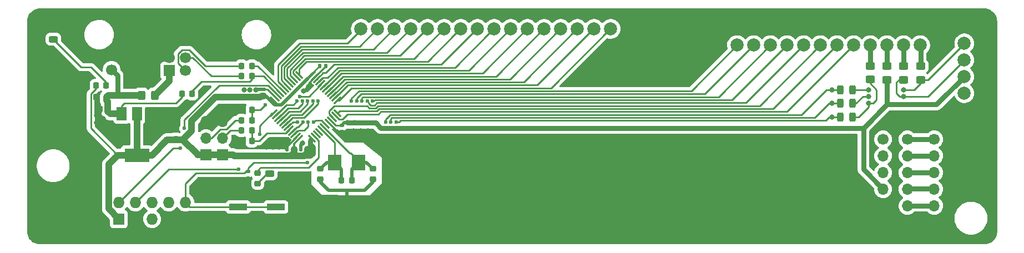
<source format=gbr>
%TF.GenerationSoftware,KiCad,Pcbnew,(6.0.6)*%
%TF.CreationDate,2022-06-30T18:10:47+10:00*%
%TF.ProjectId,modelh,6d6f6465-6c68-42e6-9b69-6361645f7063,v0.1*%
%TF.SameCoordinates,Original*%
%TF.FileFunction,Copper,L1,Top*%
%TF.FilePolarity,Positive*%
%FSLAX46Y46*%
G04 Gerber Fmt 4.6, Leading zero omitted, Abs format (unit mm)*
G04 Created by KiCad (PCBNEW (6.0.6)) date 2022-06-30 18:10:47*
%MOMM*%
%LPD*%
G01*
G04 APERTURE LIST*
G04 Aperture macros list*
%AMRoundRect*
0 Rectangle with rounded corners*
0 $1 Rounding radius*
0 $2 $3 $4 $5 $6 $7 $8 $9 X,Y pos of 4 corners*
0 Add a 4 corners polygon primitive as box body*
4,1,4,$2,$3,$4,$5,$6,$7,$8,$9,$2,$3,0*
0 Add four circle primitives for the rounded corners*
1,1,$1+$1,$2,$3*
1,1,$1+$1,$4,$5*
1,1,$1+$1,$6,$7*
1,1,$1+$1,$8,$9*
0 Add four rect primitives between the rounded corners*
20,1,$1+$1,$2,$3,$4,$5,0*
20,1,$1+$1,$4,$5,$6,$7,0*
20,1,$1+$1,$6,$7,$8,$9,0*
20,1,$1+$1,$8,$9,$2,$3,0*%
G04 Aperture macros list end*
%TA.AperFunction,ComponentPad*%
%ADD10O,1.700000X1.700000*%
%TD*%
%TA.AperFunction,ComponentPad*%
%ADD11R,1.700000X1.700000*%
%TD*%
%TA.AperFunction,ComponentPad*%
%ADD12C,1.700000*%
%TD*%
%TA.AperFunction,ComponentPad*%
%ADD13C,2.000000*%
%TD*%
%TA.AperFunction,SMDPad,CuDef*%
%ADD14RoundRect,0.075000X0.521491X0.415425X0.415425X0.521491X-0.521491X-0.415425X-0.415425X-0.521491X0*%
%TD*%
%TA.AperFunction,SMDPad,CuDef*%
%ADD15RoundRect,0.075000X0.521491X-0.415425X-0.415425X0.521491X-0.521491X0.415425X0.415425X-0.521491X0*%
%TD*%
%TA.AperFunction,SMDPad,CuDef*%
%ADD16RoundRect,0.147500X-0.172500X0.147500X-0.172500X-0.147500X0.172500X-0.147500X0.172500X0.147500X0*%
%TD*%
%TA.AperFunction,SMDPad,CuDef*%
%ADD17RoundRect,0.218750X0.218750X0.256250X-0.218750X0.256250X-0.218750X-0.256250X0.218750X-0.256250X0*%
%TD*%
%TA.AperFunction,ComponentPad*%
%ADD18C,3.500000*%
%TD*%
%TA.AperFunction,SMDPad,CuDef*%
%ADD19RoundRect,0.147500X0.147500X0.172500X-0.147500X0.172500X-0.147500X-0.172500X0.147500X-0.172500X0*%
%TD*%
%TA.AperFunction,SMDPad,CuDef*%
%ADD20RoundRect,0.250000X-0.325000X-0.450000X0.325000X-0.450000X0.325000X0.450000X-0.325000X0.450000X0*%
%TD*%
%TA.AperFunction,SMDPad,CuDef*%
%ADD21RoundRect,0.243750X0.243750X0.456250X-0.243750X0.456250X-0.243750X-0.456250X0.243750X-0.456250X0*%
%TD*%
%TA.AperFunction,SMDPad,CuDef*%
%ADD22RoundRect,0.250000X-0.450000X0.325000X-0.450000X-0.325000X0.450000X-0.325000X0.450000X0.325000X0*%
%TD*%
%TA.AperFunction,SMDPad,CuDef*%
%ADD23RoundRect,0.218750X-0.256250X0.218750X-0.256250X-0.218750X0.256250X-0.218750X0.256250X0.218750X0*%
%TD*%
%TA.AperFunction,SMDPad,CuDef*%
%ADD24RoundRect,0.243750X0.456250X-0.243750X0.456250X0.243750X-0.456250X0.243750X-0.456250X-0.243750X0*%
%TD*%
%TA.AperFunction,SMDPad,CuDef*%
%ADD25RoundRect,0.147500X-0.147500X-0.172500X0.147500X-0.172500X0.147500X0.172500X-0.147500X0.172500X0*%
%TD*%
%TA.AperFunction,SMDPad,CuDef*%
%ADD26RoundRect,0.147500X0.172500X-0.147500X0.172500X0.147500X-0.172500X0.147500X-0.172500X-0.147500X0*%
%TD*%
%TA.AperFunction,ComponentPad*%
%ADD27O,1.727200X1.727200*%
%TD*%
%TA.AperFunction,ComponentPad*%
%ADD28R,1.727200X1.727200*%
%TD*%
%TA.AperFunction,SMDPad,CuDef*%
%ADD29RoundRect,0.218750X-0.218750X-0.256250X0.218750X-0.256250X0.218750X0.256250X-0.218750X0.256250X0*%
%TD*%
%TA.AperFunction,SMDPad,CuDef*%
%ADD30R,2.750000X1.000000*%
%TD*%
%TA.AperFunction,SMDPad,CuDef*%
%ADD31R,2.000000X2.400000*%
%TD*%
%TA.AperFunction,SMDPad,CuDef*%
%ADD32R,1.500000X2.000000*%
%TD*%
%TA.AperFunction,SMDPad,CuDef*%
%ADD33R,3.800000X2.000000*%
%TD*%
%TA.AperFunction,SMDPad,CuDef*%
%ADD34RoundRect,0.218750X0.256250X-0.218750X0.256250X0.218750X-0.256250X0.218750X-0.256250X-0.218750X0*%
%TD*%
%TA.AperFunction,SMDPad,CuDef*%
%ADD35RoundRect,0.243750X-0.456250X0.243750X-0.456250X-0.243750X0.456250X-0.243750X0.456250X0.243750X0*%
%TD*%
%TA.AperFunction,ViaPad*%
%ADD36C,0.800000*%
%TD*%
%TA.AperFunction,ViaPad*%
%ADD37C,0.600000*%
%TD*%
%TA.AperFunction,Conductor*%
%ADD38C,0.250000*%
%TD*%
%TA.AperFunction,Conductor*%
%ADD39C,0.500000*%
%TD*%
%TA.AperFunction,Conductor*%
%ADD40C,0.800000*%
%TD*%
%TA.AperFunction,Conductor*%
%ADD41C,1.000000*%
%TD*%
%TA.AperFunction,Conductor*%
%ADD42C,0.300000*%
%TD*%
G04 APERTURE END LIST*
D10*
%TO.P,J5,6*%
%TO.N,GND*%
X93070000Y-65260000D03*
%TO.P,J5,5*%
X95610000Y-65260000D03*
%TO.P,J5,4*%
%TO.N,Net-(J5-Pad4)*%
X93070000Y-67800000D03*
%TO.P,J5,3*%
%TO.N,Net-(J5-Pad3)*%
X95610000Y-67800000D03*
D11*
%TO.P,J5,2*%
%TO.N,+3V3*%
X93070000Y-70340000D03*
%TO.P,J5,1*%
X95610000Y-70340000D03*
%TD*%
D10*
%TO.P,J7,5*%
%TO.N,Net-(J7-Pad5)*%
X204170000Y-78100000D03*
%TO.P,J7,4*%
%TO.N,Net-(J7-Pad4)*%
X204170000Y-75560000D03*
%TO.P,J7,3*%
%TO.N,Net-(J7-Pad3)*%
X204170000Y-73020000D03*
%TO.P,J7,2*%
%TO.N,Net-(J7-Pad2)*%
X204170000Y-70480000D03*
D12*
%TO.P,J7,1*%
%TO.N,Net-(J7-Pad1)*%
X204170000Y-67940000D03*
%TD*%
D10*
%TO.P,J9,5*%
%TO.N,Net-(J7-Pad5)*%
X200070000Y-78100000D03*
%TO.P,J9,4*%
%TO.N,Net-(J7-Pad4)*%
X200070000Y-75560000D03*
%TO.P,J9,3*%
%TO.N,Net-(J7-Pad3)*%
X200070000Y-73020000D03*
%TO.P,J9,2*%
%TO.N,Net-(J7-Pad2)*%
X200070000Y-70480000D03*
D12*
%TO.P,J9,1*%
%TO.N,Net-(J7-Pad1)*%
X200070000Y-67940000D03*
%TD*%
%TO.P,TP1,1*%
%TO.N,+5V*%
X78670000Y-57340000D03*
%TD*%
D10*
%TO.P,J8,5*%
%TO.N,GND*%
X196370000Y-78100000D03*
%TO.P,J8,4*%
%TO.N,+3V3*%
X196370000Y-75560000D03*
%TO.P,J8,3*%
%TO.N,led2*%
X196370000Y-73020000D03*
%TO.P,J8,2*%
%TO.N,led1*%
X196370000Y-70480000D03*
D12*
%TO.P,J8,1*%
%TO.N,led0*%
X196370000Y-67940000D03*
%TD*%
D13*
%TO.P,J4,4*%
%TO.N,Net-(J4-Pad4)*%
X208750000Y-60920000D03*
%TO.P,J4,3*%
%TO.N,+3V3*%
X208750000Y-58380000D03*
%TO.P,J4,2*%
%TO.N,Net-(J4-Pad2)*%
X208750000Y-55840000D03*
%TO.P,J4,1*%
%TO.N,Net-(J4-Pad1)*%
X208750000Y-53300000D03*
%TD*%
%TO.P,J3,12*%
%TO.N,Net-(J3-Pad12)*%
X202020000Y-53600000D03*
%TO.P,J3,11*%
%TO.N,Net-(J3-Pad11)*%
X199480000Y-53600000D03*
%TO.P,J3,10*%
%TO.N,Net-(J3-Pad10)*%
X196940000Y-53600000D03*
%TO.P,J3,9*%
%TO.N,Net-(J3-Pad9)*%
X194400000Y-53600000D03*
%TO.P,J3,8*%
%TO.N,row7*%
X191860000Y-53600000D03*
%TO.P,J3,7*%
%TO.N,row6*%
X189320000Y-53600000D03*
%TO.P,J3,6*%
%TO.N,row5*%
X186780000Y-53600000D03*
%TO.P,J3,5*%
%TO.N,row4*%
X184240000Y-53600000D03*
%TO.P,J3,4*%
%TO.N,row3*%
X181700000Y-53600000D03*
%TO.P,J3,3*%
%TO.N,row2*%
X179160000Y-53600000D03*
%TO.P,J3,2*%
%TO.N,row1*%
X176620000Y-53600000D03*
%TO.P,J3,1*%
%TO.N,row0*%
X174080000Y-53600000D03*
%TD*%
%TO.P,J2,16*%
%TO.N,col15*%
X154800000Y-51100000D03*
%TO.P,J2,15*%
%TO.N,col14*%
X152260000Y-51100000D03*
%TO.P,J2,14*%
%TO.N,col13*%
X149720000Y-51100000D03*
%TO.P,J2,13*%
%TO.N,col12*%
X147180000Y-51100000D03*
%TO.P,J2,12*%
%TO.N,col11*%
X144640000Y-51100000D03*
%TO.P,J2,11*%
%TO.N,col10*%
X142100000Y-51100000D03*
%TO.P,J2,10*%
%TO.N,col9*%
X139560000Y-51100000D03*
%TO.P,J2,9*%
%TO.N,col8*%
X137020000Y-51100000D03*
%TO.P,J2,8*%
%TO.N,col7*%
X134480000Y-51100000D03*
%TO.P,J2,7*%
%TO.N,col6*%
X131940000Y-51100000D03*
%TO.P,J2,6*%
%TO.N,col5*%
X129400000Y-51100000D03*
%TO.P,J2,5*%
%TO.N,col4*%
X126860000Y-51100000D03*
%TO.P,J2,4*%
%TO.N,col3*%
X124320000Y-51100000D03*
%TO.P,J2,3*%
%TO.N,col2*%
X121780000Y-51100000D03*
%TO.P,J2,2*%
%TO.N,col1*%
X119240000Y-51100000D03*
%TO.P,J2,1*%
%TO.N,col0*%
X116700000Y-51100000D03*
%TD*%
D14*
%TO.P,U1,48*%
%TO.N,+3V3*%
X107271212Y-67877876D03*
%TO.P,U1,47*%
%TO.N,GND*%
X106917658Y-67524322D03*
%TO.P,U1,46*%
%TO.N,led0*%
X106564105Y-67170769D03*
%TO.P,U1,45*%
%TO.N,led1*%
X106210551Y-66817215D03*
%TO.P,U1,44*%
%TO.N,BOOT0*%
X105856998Y-66463662D03*
%TO.P,U1,43*%
%TO.N,led2*%
X105503445Y-66110109D03*
%TO.P,U1,42*%
%TO.N,row0*%
X105149891Y-65756555D03*
%TO.P,U1,41*%
%TO.N,row1*%
X104796338Y-65403002D03*
%TO.P,U1,40*%
%TO.N,row2*%
X104442785Y-65049449D03*
%TO.P,U1,39*%
%TO.N,row4*%
X104089231Y-64695895D03*
%TO.P,U1,38*%
%TO.N,row3*%
X103735678Y-64342342D03*
%TO.P,U1,37*%
%TO.N,SWCLK*%
X103382124Y-63988788D03*
D15*
%TO.P,U1,36*%
%TO.N,+3V3*%
X103382124Y-61991212D03*
%TO.P,U1,35*%
%TO.N,GND*%
X103735678Y-61637658D03*
%TO.P,U1,34*%
%TO.N,SWDIO*%
X104089231Y-61284105D03*
%TO.P,U1,33*%
%TO.N,D+*%
X104442785Y-60930551D03*
%TO.P,U1,32*%
%TO.N,D-*%
X104796338Y-60576998D03*
%TO.P,U1,31*%
%TO.N,col0*%
X105149891Y-60223445D03*
%TO.P,U1,30*%
%TO.N,col1*%
X105503445Y-59869891D03*
%TO.P,U1,29*%
%TO.N,col2*%
X105856998Y-59516338D03*
%TO.P,U1,28*%
%TO.N,col3*%
X106210551Y-59162785D03*
%TO.P,U1,27*%
%TO.N,col4*%
X106564105Y-58809231D03*
%TO.P,U1,26*%
%TO.N,col5*%
X106917658Y-58455678D03*
%TO.P,U1,25*%
%TO.N,col6*%
X107271212Y-58102124D03*
D14*
%TO.P,U1,24*%
%TO.N,+3V3*%
X109268788Y-58102124D03*
%TO.P,U1,23*%
%TO.N,GND*%
X109622342Y-58455678D03*
%TO.P,U1,22*%
%TO.N,col7*%
X109975895Y-58809231D03*
%TO.P,U1,21*%
%TO.N,col8*%
X110329449Y-59162785D03*
%TO.P,U1,20*%
%TO.N,BOOT1*%
X110683002Y-59516338D03*
%TO.P,U1,19*%
%TO.N,col9*%
X111036555Y-59869891D03*
%TO.P,U1,18*%
%TO.N,col10*%
X111390109Y-60223445D03*
%TO.P,U1,17*%
%TO.N,col11*%
X111743662Y-60576998D03*
%TO.P,U1,16*%
%TO.N,col12*%
X112097215Y-60930551D03*
%TO.P,U1,15*%
%TO.N,col13*%
X112450769Y-61284105D03*
%TO.P,U1,14*%
%TO.N,col14*%
X112804322Y-61637658D03*
%TO.P,U1,13*%
%TO.N,col15*%
X113157876Y-61991212D03*
D15*
%TO.P,U1,12*%
%TO.N,row6*%
X113157876Y-63988788D03*
%TO.P,U1,11*%
%TO.N,row7*%
X112804322Y-64342342D03*
%TO.P,U1,10*%
%TO.N,row5*%
X112450769Y-64695895D03*
%TO.P,U1,9*%
%TO.N,+3V3*%
X112097215Y-65049449D03*
%TO.P,U1,8*%
%TO.N,GND*%
X111743662Y-65403002D03*
%TO.P,U1,7*%
%TO.N,nRST*%
X111390109Y-65756555D03*
%TO.P,U1,6*%
%TO.N,OSC8IN*%
X111036555Y-66110109D03*
%TO.P,U1,5*%
%TO.N,OSC8OUT*%
X110683002Y-66463662D03*
%TO.P,U1,4*%
%TO.N,N/C*%
X110329449Y-66817215D03*
%TO.P,U1,3*%
X109975895Y-67170769D03*
%TO.P,U1,2*%
%TO.N,STATUSLED*%
X109622342Y-67524322D03*
%TO.P,U1,1*%
%TO.N,+3V3*%
X109268788Y-67877876D03*
%TD*%
D16*
%TO.P,C9,2*%
%TO.N,GND*%
X99470000Y-73875000D03*
%TO.P,C9,1*%
%TO.N,nRST*%
X99470000Y-72905000D03*
%TD*%
D17*
%TO.P,R18,2*%
%TO.N,GND*%
X98482500Y-63440000D03*
%TO.P,R18,1*%
%TO.N,BOOT1*%
X100057500Y-63440000D03*
%TD*%
%TO.P,R17,2*%
%TO.N,GND*%
X98482500Y-68240000D03*
%TO.P,R17,1*%
%TO.N,BOOT0*%
X100057500Y-68240000D03*
%TD*%
D18*
%TO.P,J1,5*%
%TO.N,GND*%
X94740000Y-52780000D03*
X82700000Y-52780000D03*
D12*
%TO.P,J1,4*%
X87470000Y-55490000D03*
%TO.P,J1,3*%
%TO.N,Net-(J1-Pad3)*%
X89970000Y-55490000D03*
%TO.P,J1,2*%
%TO.N,Net-(J1-Pad2)*%
X89970000Y-57490000D03*
D11*
%TO.P,J1,1*%
%TO.N,Net-(J1-Pad1)*%
X87470000Y-57490000D03*
%TD*%
D19*
%TO.P,C14,2*%
%TO.N,GND*%
X105385000Y-69440000D03*
%TO.P,C14,1*%
%TO.N,+3V3*%
X106355000Y-69440000D03*
%TD*%
D20*
%TO.P,R16,2*%
%TO.N,Net-(J1-Pad1)*%
X85295000Y-61240000D03*
%TO.P,R16,1*%
%TO.N,+5V*%
X83245000Y-61240000D03*
%TD*%
D21*
%TO.P,R9,2*%
%TO.N,led2*%
X189862500Y-64540000D03*
%TO.P,R9,1*%
%TO.N,Net-(J4-Pad4)*%
X191737500Y-64540000D03*
%TD*%
%TO.P,R8,2*%
%TO.N,led1*%
X189862500Y-62470000D03*
%TO.P,R8,1*%
%TO.N,Net-(J4-Pad2)*%
X191737500Y-62470000D03*
%TD*%
%TO.P,R7,2*%
%TO.N,led0*%
X189862500Y-60440000D03*
%TO.P,R7,1*%
%TO.N,Net-(J4-Pad1)*%
X191737500Y-60440000D03*
%TD*%
D22*
%TO.P,R15,2*%
%TO.N,Net-(J4-Pad1)*%
X202070000Y-58865000D03*
%TO.P,R15,1*%
%TO.N,Net-(J3-Pad12)*%
X202070000Y-56815000D03*
%TD*%
%TO.P,R14,2*%
%TO.N,Net-(J4-Pad2)*%
X199470000Y-58865000D03*
%TO.P,R14,1*%
%TO.N,Net-(J3-Pad11)*%
X199470000Y-56815000D03*
%TD*%
%TO.P,R13,2*%
%TO.N,+3V3*%
X196970000Y-58865000D03*
%TO.P,R13,1*%
%TO.N,Net-(J3-Pad10)*%
X196970000Y-56815000D03*
%TD*%
%TO.P,R12,2*%
%TO.N,Net-(J4-Pad4)*%
X194370000Y-58840000D03*
%TO.P,R12,1*%
%TO.N,Net-(J3-Pad9)*%
X194370000Y-56790000D03*
%TD*%
D23*
%TO.P,R2,2*%
%TO.N,Net-(LED2-Pad2)*%
X100970000Y-74727500D03*
%TO.P,R2,1*%
%TO.N,STATUSLED*%
X100970000Y-73152500D03*
%TD*%
D24*
%TO.P,LED2,2*%
%TO.N,Net-(LED2-Pad2)*%
X102770000Y-73202500D03*
%TO.P,LED2,1*%
%TO.N,GND*%
X102770000Y-75077500D03*
%TD*%
D17*
%TO.P,R11,2*%
%TO.N,+5V*%
X89382500Y-61040000D03*
%TO.P,R11,1*%
%TO.N,D+*%
X90957500Y-61040000D03*
%TD*%
D25*
%TO.P,C13,2*%
%TO.N,GND*%
X111355000Y-56740000D03*
%TO.P,C13,1*%
%TO.N,+3V3*%
X110385000Y-56740000D03*
%TD*%
D19*
%TO.P,C12,2*%
%TO.N,GND*%
X107535000Y-69440000D03*
%TO.P,C12,1*%
%TO.N,+3V3*%
X108505000Y-69440000D03*
%TD*%
D16*
%TO.P,C11,2*%
%TO.N,GND*%
X113800000Y-66785000D03*
%TO.P,C11,1*%
%TO.N,+3V3*%
X113800000Y-65815000D03*
%TD*%
D26*
%TO.P,C10,2*%
%TO.N,GND*%
X101870000Y-60355000D03*
%TO.P,C10,1*%
%TO.N,+3V3*%
X101870000Y-61325000D03*
%TD*%
%TO.P,C4,2*%
%TO.N,GND*%
X88470000Y-66705000D03*
%TO.P,C4,1*%
%TO.N,+3V3*%
X88470000Y-67675000D03*
%TD*%
D19*
%TO.P,C2,2*%
%TO.N,GND*%
X77070000Y-63240000D03*
%TO.P,C2,1*%
%TO.N,+5V*%
X78040000Y-63240000D03*
%TD*%
D27*
%TO.P,J6,10*%
%TO.N,nRST*%
X89930000Y-77600000D03*
%TO.P,J6,9*%
%TO.N,GND*%
X89930000Y-80140000D03*
%TO.P,J6,8*%
%TO.N,N/C*%
X87390000Y-77600000D03*
%TO.P,J6,7*%
%TO.N,GND*%
X87390000Y-80140000D03*
%TO.P,J6,6*%
%TO.N,N/C*%
X84850000Y-77600000D03*
%TO.P,J6,5*%
X84850000Y-80140000D03*
%TO.P,J6,4*%
%TO.N,SWCLK*%
X82310000Y-77600000D03*
%TO.P,J6,3*%
%TO.N,GND*%
X82310000Y-80140000D03*
%TO.P,J6,2*%
%TO.N,SWDIO*%
X79770000Y-77600000D03*
D28*
%TO.P,J6,1*%
%TO.N,+3V3*%
X79770000Y-80140000D03*
%TD*%
D17*
%TO.P,R10,2*%
%TO.N,Net-(J5-Pad4)*%
X98482500Y-65040000D03*
%TO.P,R10,1*%
%TO.N,BOOT1*%
X100057500Y-65040000D03*
%TD*%
D29*
%TO.P,R5,2*%
%TO.N,BOOT0*%
X100057500Y-66640000D03*
%TO.P,R5,1*%
%TO.N,Net-(J5-Pad3)*%
X98482500Y-66640000D03*
%TD*%
%TO.P,R3,2*%
%TO.N,D+*%
X100057500Y-58340000D03*
%TO.P,R3,1*%
%TO.N,Net-(J1-Pad3)*%
X98482500Y-58340000D03*
%TD*%
D23*
%TO.P,C6,2*%
%TO.N,GND*%
X110520000Y-74027500D03*
%TO.P,C6,1*%
%TO.N,OSC8OUT*%
X110520000Y-72452500D03*
%TD*%
%TO.P,C5,2*%
%TO.N,GND*%
X118520000Y-74027500D03*
%TO.P,C5,1*%
%TO.N,OSC8IN*%
X118520000Y-72452500D03*
%TD*%
D29*
%TO.P,R1,2*%
%TO.N,Net-(LED1-Pad2)*%
X77857500Y-59740000D03*
%TO.P,R1,1*%
%TO.N,+3V3*%
X76282500Y-59740000D03*
%TD*%
D30*
%TO.P,SW1,2*%
%TO.N,nRST*%
X97990000Y-78290000D03*
X103750000Y-78290000D03*
%TO.P,SW1,1*%
%TO.N,GND*%
X103750000Y-82290000D03*
X97990000Y-82290000D03*
%TD*%
D29*
%TO.P,R4,2*%
%TO.N,D-*%
X100057500Y-56740000D03*
%TO.P,R4,1*%
%TO.N,Net-(J1-Pad2)*%
X98482500Y-56740000D03*
%TD*%
D31*
%TO.P,Y1,2*%
%TO.N,OSC8OUT*%
X112670000Y-71490000D03*
%TO.P,Y1,1*%
%TO.N,OSC8IN*%
X116370000Y-71490000D03*
%TD*%
D32*
%TO.P,U2,1*%
%TO.N,GND*%
X84820000Y-64090000D03*
%TO.P,U2,3*%
%TO.N,+5V*%
X80220000Y-64090000D03*
%TO.P,U2,2*%
%TO.N,+3V3*%
X82520000Y-64090000D03*
D33*
X82520000Y-70390000D03*
%TD*%
D17*
%TO.P,R6,2*%
%TO.N,OSC8OUT*%
X113732500Y-74240000D03*
%TO.P,R6,1*%
%TO.N,OSC8IN*%
X115307500Y-74240000D03*
%TD*%
D34*
%TO.P,C3,2*%
%TO.N,GND*%
X87170000Y-66452500D03*
%TO.P,C3,1*%
%TO.N,+3V3*%
X87170000Y-68027500D03*
%TD*%
D17*
%TO.P,C1,2*%
%TO.N,GND*%
X76295000Y-61540000D03*
%TO.P,C1,1*%
%TO.N,+5V*%
X77870000Y-61540000D03*
%TD*%
D35*
%TO.P,LED1,2*%
%TO.N,Net-(LED1-Pad2)*%
X69770000Y-52677500D03*
%TO.P,LED1,1*%
%TO.N,GND*%
X69770000Y-50802500D03*
%TD*%
D36*
%TO.N,GND*%
X116700000Y-66700000D03*
X100670000Y-60459990D03*
X76370000Y-64340000D03*
X77370000Y-64840000D03*
X76370000Y-65440000D03*
X77370000Y-65940000D03*
X86870000Y-63440000D03*
X86870000Y-64440000D03*
X104270000Y-69110010D03*
X103270000Y-69110010D03*
X107794990Y-68540000D03*
X99770000Y-60440000D03*
X98870000Y-60440000D03*
X87870000Y-63440000D03*
X87870000Y-64440000D03*
X88870000Y-63440000D03*
X88870000Y-64440000D03*
X102270000Y-69110000D03*
X115570000Y-66690000D03*
X114570000Y-77140000D03*
X115570000Y-77140000D03*
X113570000Y-77140000D03*
X108700000Y-59900004D03*
X108000000Y-60600000D03*
X149000000Y-59000000D03*
X151000000Y-59000000D03*
X153000000Y-59000000D03*
X155000000Y-59000000D03*
X157000000Y-59000000D03*
X159000000Y-59000000D03*
X161000000Y-59000000D03*
X163000000Y-59000000D03*
X165000000Y-59000000D03*
X167000000Y-59000000D03*
X120000000Y-69000000D03*
X122000000Y-69000000D03*
X124000000Y-69000000D03*
X126000000Y-69000000D03*
X128000000Y-69000000D03*
X138000000Y-69000000D03*
X136000000Y-69000000D03*
X134000000Y-69000000D03*
X130000000Y-69000000D03*
X132000000Y-69000000D03*
X148000000Y-69000000D03*
X146000000Y-69000000D03*
X150000000Y-69000000D03*
X158000000Y-69000000D03*
X156000000Y-69000000D03*
X152000000Y-69000000D03*
X154000000Y-69000000D03*
X144000000Y-69000000D03*
X140000000Y-69000000D03*
X142000000Y-69000000D03*
X178000000Y-69000000D03*
X170000000Y-69000000D03*
X176000000Y-69000000D03*
X164000000Y-69000000D03*
X172000000Y-69000000D03*
X174000000Y-69000000D03*
X166000000Y-69000000D03*
X168000000Y-69000000D03*
X162000000Y-69000000D03*
X160000000Y-69000000D03*
X180000000Y-69000000D03*
X182000000Y-69000000D03*
X184000000Y-69000000D03*
X186000000Y-69000000D03*
X188000000Y-69000000D03*
X190000000Y-69000000D03*
X205000000Y-55000000D03*
X205000000Y-53000000D03*
X205000000Y-51000000D03*
X213000000Y-75000000D03*
X213000000Y-73000000D03*
X213000000Y-71000000D03*
X213000000Y-69000000D03*
X213000000Y-67000000D03*
X213000000Y-65000000D03*
X213000000Y-63000000D03*
X213000000Y-61000000D03*
X213000000Y-59000000D03*
X213000000Y-57000000D03*
X213000000Y-55000000D03*
X213000000Y-53000000D03*
X213000000Y-51000000D03*
X148000000Y-83000000D03*
X170000000Y-83000000D03*
X154000000Y-83000000D03*
X168000000Y-83000000D03*
X156000000Y-83000000D03*
X116000000Y-83000000D03*
X162000000Y-83000000D03*
X166000000Y-83000000D03*
X160000000Y-83000000D03*
X114000000Y-83000000D03*
X152000000Y-83000000D03*
X150000000Y-83000000D03*
X164000000Y-83000000D03*
X158000000Y-83000000D03*
X172000000Y-83000000D03*
X118000000Y-83000000D03*
X146000000Y-83000000D03*
X138000000Y-83000000D03*
X144000000Y-83000000D03*
X132000000Y-83000000D03*
X140000000Y-83000000D03*
X126000000Y-83000000D03*
X142000000Y-83000000D03*
X174000000Y-83000000D03*
X134000000Y-83000000D03*
X124000000Y-83000000D03*
X120000000Y-83000000D03*
X122000000Y-83000000D03*
X136000000Y-83000000D03*
X130000000Y-83000000D03*
X128000000Y-83000000D03*
X112000000Y-83000000D03*
X176000000Y-83000000D03*
X108000000Y-83000000D03*
X110000000Y-83000000D03*
X178000000Y-83000000D03*
X182000000Y-83000000D03*
X186000000Y-83000000D03*
X190000000Y-83000000D03*
X184000000Y-83000000D03*
X194000000Y-83000000D03*
X192000000Y-83000000D03*
X188000000Y-83000000D03*
X180000000Y-83000000D03*
X196000000Y-83000000D03*
X198000000Y-83000000D03*
X200000000Y-83000000D03*
X202000000Y-83000000D03*
X204000000Y-83000000D03*
X69000000Y-83000000D03*
X71000000Y-83000000D03*
X67000000Y-81000000D03*
X67000000Y-79000000D03*
X67000000Y-77000000D03*
X67000000Y-51000000D03*
X67000000Y-53000000D03*
X67000000Y-55000000D03*
X67000000Y-57000000D03*
X67000000Y-59000000D03*
X67000000Y-61000000D03*
X67000000Y-63000000D03*
X67000000Y-65000000D03*
X86000000Y-50000000D03*
X88000000Y-50000000D03*
X90000000Y-50000000D03*
X92000000Y-50000000D03*
X92000000Y-52000000D03*
X90000000Y-52000000D03*
X88000000Y-52000000D03*
X86000000Y-52000000D03*
X211000000Y-49000000D03*
X199000000Y-49000000D03*
X207000000Y-49000000D03*
X203000000Y-49000000D03*
X209000000Y-49000000D03*
X205000000Y-49000000D03*
X201000000Y-49000000D03*
X195000000Y-49000000D03*
X193000000Y-49000000D03*
X197000000Y-49000000D03*
X181000000Y-49000000D03*
X177000000Y-49000000D03*
X185000000Y-49000000D03*
X183000000Y-49000000D03*
X187000000Y-49000000D03*
X179000000Y-49000000D03*
X191000000Y-49000000D03*
X175000000Y-49000000D03*
X189000000Y-49000000D03*
X173000000Y-49000000D03*
X171000000Y-49000000D03*
X167000000Y-49000000D03*
X163000000Y-49000000D03*
X159000000Y-49000000D03*
X153000000Y-49000000D03*
X161000000Y-49000000D03*
X155000000Y-49000000D03*
X157000000Y-49000000D03*
X169000000Y-49000000D03*
X165000000Y-49000000D03*
X143000000Y-49000000D03*
X151000000Y-49000000D03*
X133000000Y-49000000D03*
X145000000Y-49000000D03*
X139000000Y-49000000D03*
X149000000Y-49000000D03*
X141000000Y-49000000D03*
X135000000Y-49000000D03*
X147000000Y-49000000D03*
X137000000Y-49000000D03*
X113000000Y-49000000D03*
X131000000Y-49000000D03*
X115000000Y-49000000D03*
X123000000Y-49000000D03*
X117000000Y-49000000D03*
X127000000Y-49000000D03*
X121000000Y-49000000D03*
X129000000Y-49000000D03*
X119000000Y-49000000D03*
X125000000Y-49000000D03*
X111000000Y-49000000D03*
X109000000Y-49000000D03*
X107000000Y-49000000D03*
X105000000Y-49000000D03*
X213000000Y-77000000D03*
X206000000Y-83000000D03*
X208000000Y-83000000D03*
X103000000Y-49000000D03*
X101000000Y-49000000D03*
X99000000Y-49000000D03*
X67000000Y-67000000D03*
X69000000Y-49000000D03*
X71000000Y-49000000D03*
X73000000Y-49000000D03*
X75000000Y-49000000D03*
X77000000Y-49000000D03*
X79000000Y-49000000D03*
X81000000Y-49000000D03*
X83000000Y-49000000D03*
X97000000Y-49000000D03*
X95000000Y-49000000D03*
X93000000Y-49000000D03*
X85000000Y-49000000D03*
X126000000Y-71000000D03*
X126000000Y-73000000D03*
X126000000Y-75000000D03*
X126000000Y-77000000D03*
X126000000Y-79000000D03*
X126000000Y-81000000D03*
X178000000Y-81000000D03*
X178000000Y-79000000D03*
X178000000Y-77000000D03*
X178000000Y-75000000D03*
X178000000Y-73000000D03*
X178000000Y-71000000D03*
X197000000Y-65000000D03*
X199000000Y-65000000D03*
X201000000Y-65000000D03*
X203000000Y-65000000D03*
X205000000Y-65000000D03*
X117800000Y-66700000D03*
X108000000Y-73750000D03*
X106000000Y-83000000D03*
X104500000Y-73750000D03*
X106250000Y-73750000D03*
X96500000Y-74500000D03*
X96500000Y-76000000D03*
X98250000Y-76000000D03*
X98250000Y-74500000D03*
X93000000Y-83000000D03*
X91000000Y-83000000D03*
X89000000Y-83000000D03*
X87000000Y-83000000D03*
X85000000Y-83000000D03*
X83000000Y-83000000D03*
X73000000Y-83000000D03*
X77000000Y-83000000D03*
X79000000Y-83000000D03*
X81000000Y-83000000D03*
X213000000Y-79000000D03*
X67000000Y-75000000D03*
X67000000Y-69000000D03*
%TO.N,Net-(J4-Pad4)*%
X194170000Y-62440000D03*
%TO.N,Net-(J4-Pad2)*%
X199470000Y-61440000D03*
X194157340Y-61427340D03*
%TO.N,Net-(J4-Pad1)*%
X199470000Y-60440000D03*
X194170161Y-60427411D03*
%TO.N,+3V3*%
X114670000Y-65440000D03*
X109370000Y-69140000D03*
X109370000Y-70140000D03*
X115720000Y-65440000D03*
D37*
%TO.N,nRST*%
X109528158Y-65366699D03*
X108520000Y-71540004D03*
%TO.N,row4*%
X117670000Y-62140000D03*
X107770000Y-62140000D03*
%TO.N,row3*%
X118470000Y-62140000D03*
X106970000Y-62140000D03*
%TO.N,row2*%
X108570000Y-62140000D03*
X116870000Y-62140000D03*
%TO.N,row1*%
X109370000Y-62140000D03*
X116070000Y-62140000D03*
%TO.N,row0*%
X110170000Y-62140000D03*
X115270000Y-62140000D03*
%TO.N,SWCLK*%
X101270000Y-67215000D03*
X98020000Y-72490000D03*
%TO.N,SWDIO*%
X89800000Y-66300000D03*
X89200000Y-69300000D03*
%TO.N,led0*%
X120470000Y-65340000D03*
X108670000Y-65340000D03*
D36*
X188590000Y-60420000D03*
D37*
%TO.N,led1*%
X107870000Y-65340000D03*
X121270000Y-65340000D03*
D36*
X188540000Y-62470000D03*
D37*
%TO.N,led2*%
X122070000Y-65340000D03*
D36*
X188570000Y-64540000D03*
D37*
X107028051Y-65298051D03*
%TO.N,BOOT1*%
X102100000Y-62700000D03*
X107400000Y-61400000D03*
%TD*%
D38*
%TO.N,GND*%
X106917658Y-67524322D02*
X106882318Y-67524322D01*
X111743662Y-65403002D02*
X111748002Y-65403002D01*
X102453020Y-60355000D02*
X101870000Y-60355000D01*
X103735678Y-61637658D02*
X102453020Y-60355000D01*
D39*
X100774990Y-60355000D02*
X100670000Y-60459990D01*
X101870000Y-60355000D02*
X100774990Y-60355000D01*
X76295000Y-64265000D02*
X76370000Y-64340000D01*
X77070000Y-63640000D02*
X76370000Y-64340000D01*
X77070000Y-63240000D02*
X77070000Y-63640000D01*
X107535000Y-68799990D02*
X107794990Y-68540000D01*
X107535000Y-69490000D02*
X107535000Y-68799990D01*
D38*
X109657554Y-58455678D02*
X111355000Y-56758232D01*
X111355000Y-56758232D02*
X111355000Y-56740000D01*
X109622342Y-58455678D02*
X109657554Y-58455678D01*
X105385000Y-69056980D02*
X105385000Y-69240000D01*
X106917658Y-67524322D02*
X105385000Y-69056980D01*
D39*
X105214990Y-69410010D02*
X105385000Y-69240000D01*
X118520000Y-74465000D02*
X117245000Y-75740000D01*
X118520000Y-74027500D02*
X118520000Y-74465000D01*
X110520000Y-74465000D02*
X111795000Y-75740000D01*
X110520000Y-74027500D02*
X110520000Y-74465000D01*
X111795000Y-75740000D02*
X114570000Y-75740000D01*
X114570000Y-75740000D02*
X114570000Y-77140000D01*
X114570000Y-75740000D02*
X117245000Y-75740000D01*
D40*
X87170000Y-66452500D02*
X87170000Y-64990000D01*
D38*
X109622342Y-58455678D02*
X108700000Y-59378020D01*
X108700000Y-59378020D02*
X108700000Y-59900004D01*
X111743662Y-65403002D02*
X113125660Y-66785000D01*
X113125660Y-66785000D02*
X113800000Y-66785000D01*
D39*
X76295000Y-61540000D02*
X76295000Y-64265000D01*
D41*
%TO.N,+5V*%
X78470000Y-64090000D02*
X80220000Y-64090000D01*
X78065010Y-63685010D02*
X78470000Y-64090000D01*
X78065010Y-62210010D02*
X78065010Y-63685010D01*
X77870000Y-62015000D02*
X78065010Y-62210010D01*
X77870000Y-61540000D02*
X77870000Y-62015000D01*
X78170000Y-61240000D02*
X77870000Y-61540000D01*
D38*
X89382500Y-61515000D02*
X89382500Y-61040000D01*
X88457500Y-62440000D02*
X89382500Y-61515000D01*
X80620000Y-62440000D02*
X88457500Y-62440000D01*
X80220000Y-62840000D02*
X80620000Y-62440000D01*
X80220000Y-64090000D02*
X80220000Y-62840000D01*
D40*
X79570000Y-58240000D02*
X78670000Y-57340000D01*
X79570000Y-61240000D02*
X79570000Y-58240000D01*
D41*
X83245000Y-61240000D02*
X79570000Y-61240000D01*
X79570000Y-61240000D02*
X78170000Y-61240000D01*
D38*
%TO.N,Net-(J4-Pad4)*%
X194370000Y-59415000D02*
X194370000Y-58840000D01*
X195370000Y-60415000D02*
X194370000Y-59415000D01*
X195370000Y-61940000D02*
X195370000Y-60415000D01*
X194870000Y-62440000D02*
X195370000Y-61940000D01*
X194170000Y-62440000D02*
X194870000Y-62440000D01*
X192670000Y-64540000D02*
X194170000Y-63040000D01*
X194170000Y-63040000D02*
X194170000Y-62440000D01*
X191737500Y-64540000D02*
X192670000Y-64540000D01*
%TO.N,Net-(J4-Pad2)*%
X203170000Y-61440000D02*
X208770000Y-55840000D01*
X199470000Y-61440000D02*
X203170000Y-61440000D01*
X198370000Y-59265000D02*
X198770000Y-58865000D01*
X198770000Y-58865000D02*
X199470000Y-58865000D01*
X198370000Y-60905685D02*
X198370000Y-59265000D01*
X198904315Y-61440000D02*
X198370000Y-60905685D01*
X199470000Y-61440000D02*
X198904315Y-61440000D01*
X192240000Y-62470000D02*
X193282660Y-61427340D01*
X193282660Y-61427340D02*
X194157340Y-61427340D01*
X191737500Y-62470000D02*
X192240000Y-62470000D01*
%TO.N,Net-(J4-Pad1)*%
X202070000Y-59440000D02*
X202070000Y-58865000D01*
X201070000Y-60440000D02*
X202070000Y-59440000D01*
X199470000Y-60440000D02*
X201070000Y-60440000D01*
X194162750Y-60420000D02*
X194170161Y-60427411D01*
X191587500Y-60420000D02*
X194162750Y-60420000D01*
X203195000Y-58865000D02*
X202070000Y-58865000D01*
X208760000Y-53300000D02*
X203195000Y-58865000D01*
X208770000Y-53300000D02*
X208760000Y-53300000D01*
%TO.N,Net-(LED1-Pad2)*%
X77857500Y-59740000D02*
X77857500Y-59265000D01*
X77857500Y-59265000D02*
X75532500Y-56940000D01*
X75532500Y-56940000D02*
X74032500Y-56940000D01*
X74032500Y-56940000D02*
X69770000Y-52677500D01*
%TO.N,Net-(J1-Pad3)*%
X91020000Y-55490000D02*
X89970000Y-55490000D01*
X93870000Y-58340000D02*
X91020000Y-55490000D01*
X98482500Y-58340000D02*
X93870000Y-58340000D01*
%TO.N,Net-(J1-Pad2)*%
X92959002Y-56740000D02*
X98482500Y-56740000D01*
X90534001Y-54314999D02*
X92959002Y-56740000D01*
X89405999Y-54314999D02*
X90534001Y-54314999D01*
X89970000Y-57490000D02*
X88794999Y-56314999D01*
X88794999Y-56314999D02*
X88794999Y-54925999D01*
X88794999Y-54925999D02*
X89405999Y-54314999D01*
D42*
%TO.N,+3V3*%
X109268788Y-58102124D02*
X109268788Y-57956212D01*
D41*
X82520000Y-64090000D02*
X82520000Y-70390000D01*
D39*
X108505000Y-69490000D02*
X108505000Y-69810000D01*
X106505000Y-70245020D02*
X106505000Y-69490000D01*
X108054990Y-70260010D02*
X106490010Y-70260010D01*
X106490010Y-70260010D02*
X106505000Y-70245020D01*
D42*
X106505000Y-68644088D02*
X107271212Y-67877876D01*
X106505000Y-69490000D02*
X106505000Y-68644088D01*
D41*
X78206399Y-71803601D02*
X79620000Y-70390000D01*
X78206399Y-78576399D02*
X78206399Y-71803601D01*
X79620000Y-70390000D02*
X82520000Y-70390000D01*
X79770000Y-80140000D02*
X78206399Y-78576399D01*
X84807500Y-70390000D02*
X87170000Y-68027500D01*
X82520000Y-70390000D02*
X84807500Y-70390000D01*
D38*
X79620000Y-70390000D02*
X75519990Y-66289990D01*
D39*
X114670000Y-65440000D02*
X114670000Y-65440000D01*
X108054990Y-70260010D02*
X108375000Y-69940000D01*
D41*
X106033552Y-70510010D02*
X106530010Y-70013552D01*
X106530010Y-70013552D02*
X106530010Y-69490000D01*
X108530010Y-70013552D02*
X108530010Y-69490000D01*
X108033552Y-70510010D02*
X108530010Y-70013552D01*
X106033552Y-70510010D02*
X108033552Y-70510010D01*
X97229978Y-70340000D02*
X95610000Y-70340000D01*
X97399989Y-70510011D02*
X97229978Y-70340000D01*
X106033552Y-70510010D02*
X97399989Y-70510011D01*
X95610000Y-70340000D02*
X93070000Y-70340000D01*
X93070000Y-70340000D02*
X91770000Y-70340000D01*
D39*
X109020000Y-69490000D02*
X109370000Y-69140000D01*
X108505000Y-69490000D02*
X109020000Y-69490000D01*
D40*
X119770001Y-66240001D02*
X120109999Y-66240001D01*
X118970000Y-65440000D02*
X119770001Y-66240001D01*
X196970000Y-62640000D02*
X204510000Y-62640000D01*
X204510000Y-62640000D02*
X208770000Y-58380000D01*
X120109999Y-66240000D02*
X193370000Y-66240000D01*
X196970000Y-62640000D02*
X196970000Y-58865000D01*
X193370000Y-66240000D02*
X196970000Y-62640000D01*
D38*
X109268788Y-57856212D02*
X110385000Y-56740000D01*
X109268788Y-58102124D02*
X109268788Y-57856212D01*
D39*
X108505000Y-69810000D02*
X108054990Y-70260010D01*
X108970001Y-69539999D02*
X108554999Y-69539999D01*
X109370000Y-69140000D02*
X108970001Y-69539999D01*
X108554999Y-69539999D02*
X108505000Y-69490000D01*
D40*
X108970001Y-68176663D02*
X109092004Y-68054660D01*
X108970001Y-68740001D02*
X108970001Y-68176663D01*
X109370000Y-69140000D02*
X108970001Y-68740001D01*
X108800000Y-69490000D02*
X108970001Y-69319999D01*
X108970001Y-69319999D02*
X108970001Y-68176663D01*
X108505000Y-69490000D02*
X108800000Y-69490000D01*
X109370000Y-70114682D02*
X109370000Y-69140000D01*
X108974672Y-70510010D02*
X109370000Y-70114682D01*
X108033552Y-70510010D02*
X108974672Y-70510010D01*
D38*
X76282500Y-59740000D02*
X76282500Y-60215000D01*
D40*
X193370000Y-72560000D02*
X196370000Y-75560000D01*
X193370000Y-66240000D02*
X193370000Y-72560000D01*
X115720000Y-65440000D02*
X118970000Y-65440000D01*
D41*
X88092510Y-68027500D02*
X87170000Y-68027500D01*
X89532500Y-68027500D02*
X88092510Y-68027500D01*
X91770000Y-70265000D02*
X89532500Y-68027500D01*
X91770000Y-70340000D02*
X91770000Y-70265000D01*
D39*
X102856212Y-61991212D02*
X103240688Y-61991212D01*
X103240688Y-61991212D02*
X103311406Y-62061930D01*
X102190000Y-61325000D02*
X102856212Y-61991212D01*
X101870000Y-61325000D02*
X102190000Y-61325000D01*
D42*
X103382124Y-62203344D02*
X103382124Y-61991212D01*
D39*
X108632417Y-58632417D02*
X108575841Y-58688993D01*
X104580675Y-62684159D02*
X108632417Y-58632417D01*
X103549159Y-62684159D02*
X104580675Y-62684159D01*
X102856212Y-61991212D02*
X103549159Y-62684159D01*
D42*
X108632417Y-58526363D02*
X108632417Y-58632417D01*
X109056656Y-58102124D02*
X108632417Y-58526363D01*
X109268788Y-58102124D02*
X109056656Y-58102124D01*
D38*
X112862766Y-65815000D02*
X113800000Y-65815000D01*
X112097215Y-65049449D02*
X112862766Y-65815000D01*
D39*
X114175000Y-65440000D02*
X113800000Y-65815000D01*
X114670000Y-65440000D02*
X114175000Y-65440000D01*
D41*
X90900000Y-66660000D02*
X89532500Y-68027500D01*
X90900000Y-65135998D02*
X90900000Y-66660000D01*
X94476007Y-61559991D02*
X90900000Y-65135998D01*
X101360005Y-61559991D02*
X94476007Y-61559991D01*
X101569986Y-61350010D02*
X101360005Y-61559991D01*
X101870000Y-61350010D02*
X101569986Y-61350010D01*
D38*
X75519990Y-60977510D02*
X75519990Y-66289990D01*
X76282500Y-60215000D02*
X75519990Y-60977510D01*
D40*
X114670000Y-65440000D02*
X115720000Y-65440000D01*
D38*
%TO.N,Net-(LED2-Pad2)*%
X102407500Y-73202500D02*
X102770000Y-73202500D01*
X100970000Y-74640000D02*
X102407500Y-73202500D01*
X100970000Y-74727500D02*
X100970000Y-74640000D01*
%TO.N,Net-(J5-Pad4)*%
X96174999Y-66435001D02*
X97570000Y-65040000D01*
X97570000Y-65040000D02*
X98045000Y-65040000D01*
X95235997Y-66435001D02*
X96174999Y-66435001D01*
X93870998Y-67800000D02*
X95235997Y-66435001D01*
X98045000Y-65040000D02*
X98482500Y-65040000D01*
X93070000Y-67800000D02*
X93870998Y-67800000D01*
%TO.N,Net-(J5-Pad3)*%
X96770000Y-66640000D02*
X95610000Y-67800000D01*
X98482500Y-66640000D02*
X96770000Y-66640000D01*
D39*
%TO.N,OSC8IN*%
X117557500Y-71490000D02*
X118520000Y-72452500D01*
X116370000Y-71490000D02*
X117557500Y-71490000D01*
X115307500Y-72552500D02*
X116370000Y-71490000D01*
X115307500Y-74240000D02*
X115307500Y-72552500D01*
D38*
X111036555Y-66110109D02*
X114966446Y-70040000D01*
X115120000Y-70040000D02*
X116370000Y-71290000D01*
X114966446Y-70040000D02*
X115120000Y-70040000D01*
X116370000Y-71290000D02*
X116370000Y-71490000D01*
%TO.N,OSC8OUT*%
X110683002Y-66463662D02*
X110693662Y-66463662D01*
D39*
X111482500Y-71490000D02*
X110520000Y-72452500D01*
X112670000Y-71490000D02*
X111482500Y-71490000D01*
X113732500Y-72552500D02*
X112670000Y-71490000D01*
X113732500Y-74240000D02*
X113732500Y-72552500D01*
D38*
X110683002Y-66463662D02*
X112670000Y-68450660D01*
X112670000Y-68450660D02*
X112670000Y-71490000D01*
%TO.N,nRST*%
X100319996Y-71540004D02*
X99470000Y-72390000D01*
X99470000Y-72390000D02*
X99470000Y-72905000D01*
X108520000Y-71540004D02*
X100319996Y-71540004D01*
X89930000Y-74730000D02*
X89930000Y-77600000D01*
X98939999Y-73115001D02*
X91544999Y-73115001D01*
X91544999Y-73115001D02*
X89930000Y-74730000D01*
X99150000Y-72905000D02*
X98939999Y-73115001D01*
X99470000Y-72905000D02*
X99150000Y-72905000D01*
X90620000Y-78290000D02*
X89930000Y-77600000D01*
X97990000Y-78290000D02*
X90620000Y-78290000D01*
X97990000Y-78290000D02*
X103750000Y-78290000D01*
X109804857Y-65090000D02*
X109528158Y-65366699D01*
X110723554Y-65090000D02*
X109804857Y-65090000D01*
X111390109Y-65756555D02*
X110723554Y-65090000D01*
%TO.N,col15*%
X113370008Y-61991212D02*
X115216140Y-60145080D01*
X113157876Y-61991212D02*
X113370008Y-61991212D01*
X145718920Y-60145080D02*
X154810000Y-51054000D01*
X115216140Y-60145080D02*
X145718920Y-60145080D01*
%TO.N,col14*%
X112804322Y-61637658D02*
X114746910Y-59695070D01*
X143628930Y-59695070D02*
X152270000Y-51054000D01*
X114746910Y-59695070D02*
X143628930Y-59695070D01*
%TO.N,col13*%
X112486109Y-61284105D02*
X114525154Y-59245060D01*
X112450769Y-61284105D02*
X112486109Y-61284105D01*
X141538940Y-59245060D02*
X149730000Y-51054000D01*
X114525154Y-59245060D02*
X141538940Y-59245060D01*
%TO.N,col12*%
X112097215Y-60930551D02*
X114232716Y-58795050D01*
X139448950Y-58795050D02*
X147190000Y-51054000D01*
X114232716Y-58795050D02*
X139448950Y-58795050D01*
%TO.N,col11*%
X111743662Y-60576998D02*
X113975620Y-58345040D01*
X137358960Y-58345040D02*
X144650000Y-51054000D01*
X113975620Y-58345040D02*
X137358960Y-58345040D01*
%TO.N,col10*%
X111390109Y-60223445D02*
X113718524Y-57895030D01*
X135268970Y-57895030D02*
X142110000Y-51054000D01*
X113718524Y-57895030D02*
X135268970Y-57895030D01*
%TO.N,col9*%
X111036555Y-59869891D02*
X113461426Y-57445020D01*
X133178980Y-57445020D02*
X139570000Y-51054000D01*
X113461426Y-57445020D02*
X133178980Y-57445020D01*
%TO.N,col8*%
X131088990Y-56995010D02*
X136180001Y-51903999D01*
X113214990Y-56995010D02*
X131088990Y-56995010D01*
X111615163Y-58594837D02*
X113214990Y-56995010D01*
X110897397Y-58594837D02*
X111615163Y-58594837D01*
X136180001Y-51903999D02*
X137030000Y-51054000D01*
X110329449Y-59162785D02*
X110897397Y-58594837D01*
%TO.N,col7*%
X112638232Y-56545000D02*
X128999000Y-56545000D01*
X128999000Y-56545000D02*
X134490000Y-51054000D01*
X111348212Y-57835020D02*
X112638232Y-56545000D01*
X110950106Y-57835020D02*
X111348212Y-57835020D01*
X109975895Y-58809231D02*
X110950106Y-57835020D01*
%TO.N,col6*%
X126909010Y-56094990D02*
X131100001Y-51903999D01*
X131100001Y-51903999D02*
X131950000Y-51054000D01*
X108415010Y-56094990D02*
X126909010Y-56094990D01*
X107271212Y-57238788D02*
X108415010Y-56094990D01*
X107271212Y-58102124D02*
X107271212Y-57238788D01*
%TO.N,col5*%
X106349711Y-57521007D02*
X108225738Y-55644980D01*
X106349711Y-57887731D02*
X106349711Y-57521007D01*
X106917658Y-58455678D02*
X106349711Y-57887731D01*
X124819020Y-55644980D02*
X129410000Y-51054000D01*
X108225738Y-55644980D02*
X124819020Y-55644980D01*
%TO.N,col4*%
X105899702Y-57334606D02*
X108039338Y-55194970D01*
X105899702Y-58144828D02*
X105899702Y-57334606D01*
X106564105Y-58809231D02*
X105899702Y-58144828D01*
X122729030Y-55194970D02*
X126870000Y-51054000D01*
X108039338Y-55194970D02*
X122729030Y-55194970D01*
%TO.N,col3*%
X105449693Y-57148205D02*
X107857898Y-54740000D01*
X106210551Y-59127443D02*
X105449692Y-58366584D01*
X105449692Y-58366584D02*
X105449693Y-57148205D01*
X106210551Y-59162785D02*
X106210551Y-59127443D01*
X120644000Y-54740000D02*
X124330000Y-51054000D01*
X107857898Y-54740000D02*
X120644000Y-54740000D01*
%TO.N,col2*%
X104999684Y-56961804D02*
X107721488Y-54240000D01*
X104999684Y-58659024D02*
X104999684Y-56961804D01*
X105856998Y-59516338D02*
X104999684Y-58659024D01*
X118604000Y-54240000D02*
X121790000Y-51054000D01*
X107721488Y-54240000D02*
X118604000Y-54240000D01*
%TO.N,col1*%
X104549675Y-56775403D02*
X107535088Y-53789990D01*
X104549675Y-58916121D02*
X104549675Y-56775403D01*
X105503445Y-59869891D02*
X104549675Y-58916121D01*
X116514010Y-53789990D02*
X119250000Y-51054000D01*
X107535088Y-53789990D02*
X116514010Y-53789990D01*
%TO.N,col0*%
X114670000Y-53330000D02*
X116710000Y-51290000D01*
X104099666Y-56589002D02*
X107348688Y-53339980D01*
X107348688Y-53339980D02*
X114670000Y-53339980D01*
X104099665Y-59173219D02*
X104099666Y-56589002D01*
X116710000Y-51290000D02*
X116710000Y-51054000D01*
X114670000Y-53339980D02*
X114670000Y-53330000D01*
X105149891Y-60223445D02*
X104099665Y-59173219D01*
%TO.N,row7*%
X112804322Y-64342342D02*
X112839664Y-64342342D01*
X114684971Y-64115029D02*
X119394971Y-64115029D01*
X113889711Y-64910289D02*
X114684971Y-64115029D01*
X119764840Y-63745160D02*
X181702840Y-63745160D01*
X113372269Y-64910289D02*
X113889711Y-64910289D01*
X181702840Y-63745160D02*
X191894000Y-53554000D01*
X119394971Y-64115029D02*
X119764840Y-63745160D01*
X112804322Y-64342342D02*
X113372269Y-64910289D01*
%TO.N,row6*%
X179612850Y-63295150D02*
X189354000Y-53554000D01*
X119512672Y-63295150D02*
X179612850Y-63295150D01*
X113481645Y-63665019D02*
X119142803Y-63665019D01*
X119142803Y-63665019D02*
X119512672Y-63295150D01*
X113157876Y-63988788D02*
X113481645Y-63665019D01*
%TO.N,row5*%
X119326272Y-62845140D02*
X177522860Y-62845140D01*
X117983599Y-63215011D02*
X118956402Y-63215010D01*
X117681301Y-62912713D02*
X117983599Y-63215011D01*
X111882821Y-63627179D02*
X112597287Y-62912713D01*
X111882821Y-64092607D02*
X111882821Y-63627179D01*
X177522860Y-62845140D02*
X186814000Y-53554000D01*
X118956402Y-63215010D02*
X119326272Y-62845140D01*
X112597287Y-62912713D02*
X117681301Y-62912713D01*
X112450769Y-64660555D02*
X111882821Y-64092607D01*
X112450769Y-64695895D02*
X112450769Y-64660555D01*
%TO.N,row4*%
X104089231Y-64695895D02*
X104089231Y-64660555D01*
X175432870Y-62395130D02*
X184274000Y-53554000D01*
X119139872Y-62395130D02*
X175432870Y-62395130D01*
X118770001Y-62765001D02*
X119139872Y-62395130D01*
X118169999Y-62765001D02*
X118770001Y-62765001D01*
X117844999Y-62440001D02*
X118169999Y-62765001D01*
X117844999Y-62314999D02*
X117844999Y-62440001D01*
X117670000Y-62140000D02*
X117844999Y-62314999D01*
X107770000Y-62564264D02*
X107770000Y-62140000D01*
X107134264Y-63200000D02*
X107770000Y-62564264D01*
X105585126Y-63200000D02*
X107134264Y-63200000D01*
X104089231Y-64695895D02*
X105585126Y-63200000D01*
%TO.N,row3*%
X118864880Y-61945120D02*
X173342880Y-61945120D01*
X118670000Y-62140000D02*
X118864880Y-61945120D01*
X173342880Y-61945120D02*
X181734000Y-53554000D01*
X118470000Y-62140000D02*
X118670000Y-62140000D01*
X103735678Y-64342342D02*
X103771018Y-64342342D01*
X106410000Y-62700000D02*
X106970000Y-62140000D01*
X105378020Y-62700000D02*
X106410000Y-62700000D01*
X103735678Y-64342342D02*
X105378020Y-62700000D01*
%TO.N,row2*%
X104442785Y-65049449D02*
X104442785Y-65014107D01*
X116870000Y-62140000D02*
X116870000Y-61640000D01*
X116870000Y-61640000D02*
X117014890Y-61495110D01*
X117014890Y-61495110D02*
X171252890Y-61495110D01*
X171252890Y-61495110D02*
X179194000Y-53554000D01*
X107434264Y-63700000D02*
X108570000Y-62564264D01*
X108570000Y-62564264D02*
X108570000Y-62140000D01*
X105792234Y-63700000D02*
X107434264Y-63700000D01*
X104442785Y-65049449D02*
X105792234Y-63700000D01*
%TO.N,row1*%
X116070000Y-62140000D02*
X116070000Y-61715736D01*
X169162900Y-61045100D02*
X176654000Y-53554000D01*
X116070000Y-61715736D02*
X116740636Y-61045100D01*
X116740636Y-61045100D02*
X169162900Y-61045100D01*
X109370000Y-62564264D02*
X109370000Y-62140000D01*
X107734264Y-64200000D02*
X109370000Y-62564264D01*
X105999340Y-64200000D02*
X107734264Y-64200000D01*
X104796338Y-65403002D02*
X105999340Y-64200000D01*
%TO.N,row0*%
X106233396Y-64673050D02*
X108061214Y-64673050D01*
X110170000Y-62564264D02*
X110170000Y-62140000D01*
X108061214Y-64673050D02*
X110170000Y-62564264D01*
X105149891Y-65756555D02*
X106233396Y-64673050D01*
X167104910Y-60595090D02*
X174114000Y-53586000D01*
X174114000Y-53586000D02*
X174114000Y-53554000D01*
X116390646Y-60595090D02*
X167104910Y-60595090D01*
X115270000Y-61715736D02*
X116390646Y-60595090D01*
X115270000Y-62140000D02*
X115270000Y-61715736D01*
%TO.N,SWCLK*%
X83173599Y-76736401D02*
X82310000Y-77600000D01*
X103382124Y-63988788D02*
X103169992Y-63988788D01*
X101270000Y-65888780D02*
X101270000Y-67215000D01*
X103169992Y-63988788D02*
X101270000Y-65888780D01*
X87420000Y-72490000D02*
X82310000Y-77600000D01*
X98020000Y-72490000D02*
X87420000Y-72490000D01*
%TO.N,SWDIO*%
X89800000Y-64975736D02*
X89800000Y-65875736D01*
X102520125Y-59714999D02*
X95060737Y-59714999D01*
X104089231Y-61284105D02*
X102520125Y-59714999D01*
X95060737Y-59714999D02*
X89800000Y-64975736D01*
X89800000Y-65875736D02*
X89800000Y-66300000D01*
X88070000Y-69300000D02*
X89200000Y-69300000D01*
X79770000Y-77600000D02*
X88070000Y-69300000D01*
%TO.N,STATUSLED*%
X100970000Y-72715000D02*
X100970000Y-73152500D01*
X108745006Y-72240000D02*
X101445000Y-72240000D01*
X110270000Y-70715006D02*
X108745006Y-72240000D01*
X110270000Y-68171980D02*
X110270000Y-70715006D01*
X101445000Y-72240000D02*
X100970000Y-72715000D01*
X109622342Y-67524322D02*
X110270000Y-68171980D01*
%TO.N,D+*%
X101852234Y-58340000D02*
X104442785Y-60930551D01*
X100057500Y-58340000D02*
X101852234Y-58340000D01*
X100057500Y-58815000D02*
X100057500Y-58340000D01*
X92382490Y-59140010D02*
X99732490Y-59140010D01*
X90957500Y-60565000D02*
X92382490Y-59140010D01*
X99732490Y-59140010D02*
X100057500Y-58815000D01*
X90957500Y-61040000D02*
X90957500Y-60565000D01*
%TO.N,D-*%
X100959340Y-56740000D02*
X104796338Y-60576998D01*
X100057500Y-56740000D02*
X100959340Y-56740000D01*
%TO.N,BOOT0*%
X101170002Y-68240000D02*
X100495000Y-68240000D01*
X102378392Y-67031610D02*
X101170002Y-68240000D01*
X100495000Y-68240000D02*
X100057500Y-68240000D01*
X105289050Y-67031610D02*
X102378392Y-67031610D01*
X105856998Y-66463662D02*
X105289050Y-67031610D01*
X100057500Y-66640000D02*
X100057500Y-68240000D01*
%TO.N,led0*%
X121190566Y-64195170D02*
X183914830Y-64195170D01*
X120470000Y-64915736D02*
X121190566Y-64195170D01*
X183914830Y-64195170D02*
X187690000Y-60420000D01*
X120470000Y-65340000D02*
X120470000Y-64915736D01*
X187690000Y-60420000D02*
X187740000Y-60420000D01*
X187740000Y-60420000D02*
X188590000Y-60420000D01*
X188590000Y-60420000D02*
X188590000Y-60420000D01*
X188590000Y-60420000D02*
X190012500Y-60420000D01*
X108670000Y-65990000D02*
X108670000Y-65340000D01*
X108070000Y-66590000D02*
X108670000Y-65990000D01*
X107511596Y-66590000D02*
X108070000Y-66590000D01*
X107498775Y-66602821D02*
X107511596Y-66590000D01*
X107167393Y-66602821D02*
X107498775Y-66602821D01*
X107117393Y-66652821D02*
X107167393Y-66602821D01*
X107082053Y-66652821D02*
X107117393Y-66652821D01*
X106564105Y-67170769D02*
X107082053Y-66652821D01*
%TO.N,led1*%
X121464820Y-64645180D02*
X185939820Y-64645180D01*
X121270000Y-64840000D02*
X121464820Y-64645180D01*
X121270000Y-65340000D02*
X121270000Y-64840000D01*
X188115000Y-62470000D02*
X188540000Y-62470000D01*
X185939820Y-64645180D02*
X188115000Y-62470000D01*
X188540000Y-62470000D02*
X188540000Y-62470000D01*
X188540000Y-62470000D02*
X189862500Y-62470000D01*
X107094999Y-66115001D02*
X107870000Y-65340000D01*
X106912765Y-66115001D02*
X107094999Y-66115001D01*
X106210551Y-66817215D02*
X106912765Y-66115001D01*
%TO.N,led2*%
X122070000Y-65340000D02*
X122170000Y-65340000D01*
X187614810Y-65095190D02*
X188170000Y-64540000D01*
X122739074Y-65095190D02*
X187614810Y-65095190D01*
X122494264Y-65340000D02*
X122739074Y-65095190D01*
X188170000Y-64540000D02*
X188570000Y-64540000D01*
X122070000Y-65340000D02*
X122494264Y-65340000D01*
X188570000Y-64540000D02*
X188570000Y-64540000D01*
X188570000Y-64540000D02*
X189862500Y-64540000D01*
X106603787Y-65298051D02*
X107028051Y-65298051D01*
X106315503Y-65298051D02*
X106603787Y-65298051D01*
X105503445Y-66110109D02*
X106315503Y-65298051D01*
%TO.N,BOOT1*%
X100057500Y-65040000D02*
X100057500Y-63440000D01*
X100057500Y-63440000D02*
X101360000Y-63440000D01*
X101360000Y-63440000D02*
X102100000Y-62700000D01*
X108799340Y-61400000D02*
X107824264Y-61400000D01*
X110683002Y-59516338D02*
X108799340Y-61400000D01*
X107824264Y-61400000D02*
X107400000Y-61400000D01*
D40*
%TO.N,Net-(J3-Pad12)*%
X202070000Y-53600000D02*
X202010000Y-53540000D01*
X202070000Y-56815000D02*
X202070000Y-53600000D01*
%TO.N,Net-(J3-Pad11)*%
X199470000Y-56815000D02*
X199470000Y-53540000D01*
%TO.N,Net-(J3-Pad10)*%
X196970000Y-53580000D02*
X196930000Y-53540000D01*
X196970000Y-56815000D02*
X196970000Y-53580000D01*
%TO.N,Net-(J3-Pad9)*%
X194370000Y-53560000D02*
X194390000Y-53540000D01*
X194370000Y-56790000D02*
X194370000Y-53560000D01*
D41*
%TO.N,Net-(J1-Pad1)*%
X87520000Y-57540000D02*
X87470000Y-57490000D01*
X87470000Y-59065000D02*
X85295000Y-61240000D01*
X87470000Y-57490000D02*
X87470000Y-59065000D01*
D40*
%TO.N,Net-(J7-Pad5)*%
X204160000Y-78090000D02*
X204170000Y-78100000D01*
X200060000Y-78090000D02*
X204160000Y-78090000D01*
%TO.N,Net-(J7-Pad4)*%
X204100000Y-75490000D02*
X204170000Y-75560000D01*
X200070000Y-75490000D02*
X204100000Y-75490000D01*
%TO.N,Net-(J7-Pad3)*%
X204150000Y-73040000D02*
X204170000Y-73020000D01*
X200060000Y-73040000D02*
X204150000Y-73040000D01*
%TO.N,Net-(J7-Pad2)*%
X204160000Y-70490000D02*
X204170000Y-70480000D01*
X200070000Y-70490000D02*
X204160000Y-70490000D01*
%TO.N,Net-(J7-Pad1)*%
X200060000Y-67940000D02*
X204170000Y-67940000D01*
%TD*%
%TA.AperFunction,Conductor*%
%TO.N,GND*%
G36*
X211774487Y-47990321D02*
G01*
X211823871Y-47993853D01*
X212045650Y-48009715D01*
X212063433Y-48012272D01*
X212324658Y-48069098D01*
X212341900Y-48074160D01*
X212592393Y-48167589D01*
X212608740Y-48175055D01*
X212843375Y-48303176D01*
X212858498Y-48312895D01*
X213072510Y-48473103D01*
X213086096Y-48484876D01*
X213275124Y-48673904D01*
X213286897Y-48687490D01*
X213447105Y-48901502D01*
X213456824Y-48916625D01*
X213584945Y-49151260D01*
X213592411Y-49167607D01*
X213685839Y-49418097D01*
X213690902Y-49435342D01*
X213747728Y-49696567D01*
X213750285Y-49714350D01*
X213766147Y-49936129D01*
X213769679Y-49985513D01*
X213770000Y-49994501D01*
X213770000Y-81985499D01*
X213769679Y-81994487D01*
X213755895Y-82187225D01*
X213750286Y-82265645D01*
X213747728Y-82283433D01*
X213690903Y-82544654D01*
X213685840Y-82561900D01*
X213592411Y-82812393D01*
X213584945Y-82828740D01*
X213456824Y-83063375D01*
X213447105Y-83078498D01*
X213286897Y-83292510D01*
X213275124Y-83306096D01*
X213086096Y-83495124D01*
X213072510Y-83506897D01*
X212858498Y-83667105D01*
X212843375Y-83676824D01*
X212608740Y-83804945D01*
X212592393Y-83812411D01*
X212341900Y-83905840D01*
X212324658Y-83910902D01*
X212063433Y-83967728D01*
X212045650Y-83970285D01*
X211823871Y-83986147D01*
X211774487Y-83989679D01*
X211765499Y-83990000D01*
X67774501Y-83990000D01*
X67765513Y-83989679D01*
X67716129Y-83986147D01*
X67494350Y-83970285D01*
X67476567Y-83967728D01*
X67215342Y-83910902D01*
X67198100Y-83905840D01*
X66947607Y-83812411D01*
X66931260Y-83804945D01*
X66696625Y-83676824D01*
X66681502Y-83667105D01*
X66467490Y-83506897D01*
X66453904Y-83495124D01*
X66264876Y-83306096D01*
X66253103Y-83292510D01*
X66092895Y-83078498D01*
X66083176Y-83063375D01*
X65955055Y-82828740D01*
X65947589Y-82812393D01*
X65854160Y-82561900D01*
X65849097Y-82544654D01*
X65792272Y-82283433D01*
X65789714Y-82265645D01*
X65784106Y-82187225D01*
X65770321Y-81994487D01*
X65770000Y-81985499D01*
X65770000Y-72147318D01*
X67269500Y-72147318D01*
X67308934Y-72459473D01*
X67320905Y-72506096D01*
X67386194Y-72760383D01*
X67386197Y-72760391D01*
X67387181Y-72764225D01*
X67388638Y-72767905D01*
X67388639Y-72767908D01*
X67427303Y-72865562D01*
X67503006Y-73056766D01*
X67504907Y-73060225D01*
X67504909Y-73060228D01*
X67519350Y-73086495D01*
X67654584Y-73332484D01*
X67656912Y-73335688D01*
X67656915Y-73335693D01*
X67833833Y-73579200D01*
X67839522Y-73587030D01*
X68054906Y-73816390D01*
X68297337Y-74016947D01*
X68562993Y-74185537D01*
X68566572Y-74187221D01*
X68566579Y-74187225D01*
X68844095Y-74317814D01*
X68844099Y-74317816D01*
X68847685Y-74319503D01*
X68851457Y-74320729D01*
X68851458Y-74320729D01*
X68970530Y-74359418D01*
X69146921Y-74416731D01*
X69455985Y-74475688D01*
X69549489Y-74481571D01*
X69689422Y-74490375D01*
X69689438Y-74490376D01*
X69691417Y-74490500D01*
X69848583Y-74490500D01*
X69850562Y-74490376D01*
X69850578Y-74490375D01*
X69990511Y-74481571D01*
X70084015Y-74475688D01*
X70393079Y-74416731D01*
X70569470Y-74359418D01*
X70688542Y-74320729D01*
X70688543Y-74320729D01*
X70692315Y-74319503D01*
X70695901Y-74317816D01*
X70695905Y-74317814D01*
X70973421Y-74187225D01*
X70973428Y-74187221D01*
X70977007Y-74185537D01*
X71242663Y-74016947D01*
X71485094Y-73816390D01*
X71700478Y-73587030D01*
X71706167Y-73579200D01*
X71883085Y-73335693D01*
X71883088Y-73335688D01*
X71885416Y-73332484D01*
X72020650Y-73086495D01*
X72035091Y-73060228D01*
X72035093Y-73060225D01*
X72036994Y-73056766D01*
X72112697Y-72865562D01*
X72151361Y-72767908D01*
X72151362Y-72767905D01*
X72152819Y-72764225D01*
X72153803Y-72760391D01*
X72153806Y-72760383D01*
X72219095Y-72506096D01*
X72231066Y-72459473D01*
X72270500Y-72147318D01*
X72270500Y-71832682D01*
X72245482Y-71634640D01*
X72231563Y-71524459D01*
X72231562Y-71524455D01*
X72231066Y-71520527D01*
X72187642Y-71351401D01*
X72153806Y-71219617D01*
X72153803Y-71219609D01*
X72152819Y-71215775D01*
X72147865Y-71203261D01*
X72072145Y-71012015D01*
X72036994Y-70923234D01*
X72028817Y-70908359D01*
X71933542Y-70735056D01*
X71885416Y-70647516D01*
X71700478Y-70392970D01*
X71485094Y-70163610D01*
X71242663Y-69963053D01*
X70977007Y-69794463D01*
X70973428Y-69792779D01*
X70973421Y-69792775D01*
X70695905Y-69662186D01*
X70695901Y-69662184D01*
X70692315Y-69660497D01*
X70393079Y-69563269D01*
X70084015Y-69504312D01*
X69990511Y-69498429D01*
X69850578Y-69489625D01*
X69850562Y-69489624D01*
X69848583Y-69489500D01*
X69691417Y-69489500D01*
X69689438Y-69489624D01*
X69689422Y-69489625D01*
X69549489Y-69498429D01*
X69455985Y-69504312D01*
X69146921Y-69563269D01*
X68847685Y-69660497D01*
X68844099Y-69662184D01*
X68844095Y-69662186D01*
X68566579Y-69792775D01*
X68566572Y-69792779D01*
X68562993Y-69794463D01*
X68297337Y-69963053D01*
X68054906Y-70163610D01*
X67839522Y-70392970D01*
X67654584Y-70647516D01*
X67606458Y-70735056D01*
X67511184Y-70908359D01*
X67503006Y-70923234D01*
X67467855Y-71012015D01*
X67392136Y-71203261D01*
X67387181Y-71215775D01*
X67386197Y-71219609D01*
X67386194Y-71219617D01*
X67352358Y-71351401D01*
X67308934Y-71520527D01*
X67308438Y-71524455D01*
X67308437Y-71524459D01*
X67294518Y-71634640D01*
X67269500Y-71832682D01*
X67269500Y-72147318D01*
X65770000Y-72147318D01*
X65770000Y-52384297D01*
X68569500Y-52384297D01*
X68569501Y-52970702D01*
X68580268Y-53074482D01*
X68582447Y-53081013D01*
X68582448Y-53081018D01*
X68586745Y-53093896D01*
X68635192Y-53239110D01*
X68726515Y-53386687D01*
X68849339Y-53509296D01*
X68855569Y-53513136D01*
X68987562Y-53594498D01*
X68997075Y-53600362D01*
X69099142Y-53634216D01*
X69155270Y-53652833D01*
X69155272Y-53652833D01*
X69161798Y-53654998D01*
X69168635Y-53655698D01*
X69168637Y-53655699D01*
X69210711Y-53660010D01*
X69264297Y-53665500D01*
X69299663Y-53665500D01*
X69821219Y-53665499D01*
X69889340Y-53685501D01*
X69910314Y-53702404D01*
X73535258Y-57327349D01*
X73542647Y-57335469D01*
X73546714Y-57341877D01*
X73552492Y-57347303D01*
X73595707Y-57387885D01*
X73598541Y-57390632D01*
X73618029Y-57410120D01*
X73621159Y-57412548D01*
X73621241Y-57412620D01*
X73630149Y-57420229D01*
X73661918Y-57450062D01*
X73674470Y-57456962D01*
X73679332Y-57459635D01*
X73695861Y-57470492D01*
X73711564Y-57482673D01*
X73751557Y-57499979D01*
X73762213Y-57505200D01*
X73793455Y-57522376D01*
X73793464Y-57522380D01*
X73800408Y-57526197D01*
X73808084Y-57528168D01*
X73808087Y-57528169D01*
X73819660Y-57531140D01*
X73838365Y-57537544D01*
X73856604Y-57545437D01*
X73899648Y-57552254D01*
X73911271Y-57554662D01*
X73945804Y-57563529D01*
X73945805Y-57563529D01*
X73953481Y-57565500D01*
X73973356Y-57565500D01*
X73993066Y-57567051D01*
X74012696Y-57570160D01*
X74056080Y-57566059D01*
X74067937Y-57565500D01*
X75221220Y-57565500D01*
X75289341Y-57585502D01*
X75310315Y-57602405D01*
X76257316Y-58549406D01*
X76291342Y-58611718D01*
X76286277Y-58682533D01*
X76243730Y-58739369D01*
X76177210Y-58764180D01*
X76168230Y-58764501D01*
X76015966Y-58764501D01*
X75915665Y-58774907D01*
X75909134Y-58777086D01*
X75909129Y-58777087D01*
X75786092Y-58818136D01*
X75756568Y-58827986D01*
X75613948Y-58916242D01*
X75495457Y-59034939D01*
X75407451Y-59177713D01*
X75354650Y-59336902D01*
X75353950Y-59343735D01*
X75353949Y-59343739D01*
X75351353Y-59369081D01*
X75344500Y-59435965D01*
X75344501Y-60044034D01*
X75354907Y-60144335D01*
X75357090Y-60150877D01*
X75358692Y-60155679D01*
X75361275Y-60226628D01*
X75328262Y-60284648D01*
X75230214Y-60382695D01*
X75132637Y-60480272D01*
X75124520Y-60487658D01*
X75118113Y-60491724D01*
X75112690Y-60497499D01*
X75112685Y-60497503D01*
X75072089Y-60540733D01*
X75069334Y-60543575D01*
X75049870Y-60563039D01*
X75047442Y-60566169D01*
X75047370Y-60566251D01*
X75039761Y-60575159D01*
X75009928Y-60606928D01*
X75000367Y-60624321D01*
X75000355Y-60624342D01*
X74989498Y-60640871D01*
X74977317Y-60656574D01*
X74974169Y-60663849D01*
X74960010Y-60696568D01*
X74954788Y-60707228D01*
X74933793Y-60745418D01*
X74928849Y-60764674D01*
X74922450Y-60783363D01*
X74914552Y-60801614D01*
X74912830Y-60812490D01*
X74907734Y-60844664D01*
X74905330Y-60856273D01*
X74894490Y-60898491D01*
X74894490Y-60918366D01*
X74892939Y-60938076D01*
X74889830Y-60957706D01*
X74890576Y-60965598D01*
X74893931Y-61001089D01*
X74894490Y-61012947D01*
X74894490Y-66212287D01*
X74893973Y-66223247D01*
X74892317Y-66230657D01*
X74892566Y-66238583D01*
X74892566Y-66238584D01*
X74894428Y-66297831D01*
X74894490Y-66301789D01*
X74894490Y-66329340D01*
X74894986Y-66333263D01*
X74894993Y-66333378D01*
X74895913Y-66345058D01*
X74897281Y-66388617D01*
X74902826Y-66407702D01*
X74906834Y-66427052D01*
X74909326Y-66446782D01*
X74925374Y-66487313D01*
X74929209Y-66498514D01*
X74941372Y-66540380D01*
X74949726Y-66554505D01*
X74951488Y-66557484D01*
X74960185Y-66575235D01*
X74967504Y-66593722D01*
X74989240Y-66623639D01*
X74993119Y-66628978D01*
X74999636Y-66638900D01*
X75017780Y-66669580D01*
X75017783Y-66669584D01*
X75021820Y-66676410D01*
X75035870Y-66690460D01*
X75048711Y-66705494D01*
X75060396Y-66721577D01*
X75066504Y-66726630D01*
X75093979Y-66749359D01*
X75102759Y-66757349D01*
X78381150Y-70035740D01*
X78415176Y-70098052D01*
X78410111Y-70168867D01*
X78381150Y-70213930D01*
X77510385Y-71084695D01*
X77507864Y-71087147D01*
X77445119Y-71146482D01*
X77415397Y-71188930D01*
X77410519Y-71195896D01*
X77404949Y-71203261D01*
X77397747Y-71212092D01*
X77366826Y-71250004D01*
X77363871Y-71255656D01*
X77363868Y-71255661D01*
X77353491Y-71275511D01*
X77345042Y-71289408D01*
X77328536Y-71312980D01*
X77326004Y-71318831D01*
X77325998Y-71318842D01*
X77304580Y-71368337D01*
X77300604Y-71376673D01*
X77275614Y-71424473D01*
X77275611Y-71424481D01*
X77272657Y-71430131D01*
X77270899Y-71436262D01*
X77264722Y-71457804D01*
X77259243Y-71473107D01*
X77247813Y-71499520D01*
X77246509Y-71505764D01*
X77246507Y-71505769D01*
X77239280Y-71540365D01*
X77237774Y-71547577D01*
X77235479Y-71558561D01*
X77233263Y-71567518D01*
X77216633Y-71625514D01*
X77214425Y-71654211D01*
X77212134Y-71670306D01*
X77206248Y-71698481D01*
X77205899Y-71705140D01*
X77205899Y-71760166D01*
X77205528Y-71769833D01*
X77201039Y-71828172D01*
X77203268Y-71845818D01*
X77204905Y-71858774D01*
X77205899Y-71874566D01*
X77205899Y-78560229D01*
X77205850Y-78563748D01*
X77204525Y-78611193D01*
X77203439Y-78650052D01*
X77204547Y-78656337D01*
X77204548Y-78656347D01*
X77213915Y-78709465D01*
X77215184Y-78718607D01*
X77221279Y-78778615D01*
X77229890Y-78806092D01*
X77233738Y-78821880D01*
X77237626Y-78843934D01*
X77237628Y-78843940D01*
X77238735Y-78850220D01*
X77241085Y-78856155D01*
X77260937Y-78906297D01*
X77264019Y-78915000D01*
X77277854Y-78959146D01*
X77282061Y-78972571D01*
X77288872Y-78984857D01*
X77296014Y-78997742D01*
X77302966Y-79012448D01*
X77313559Y-79039204D01*
X77317056Y-79044548D01*
X77346585Y-79089673D01*
X77351355Y-79097580D01*
X77375786Y-79141654D01*
X77380602Y-79150343D01*
X77384754Y-79155187D01*
X77399332Y-79172196D01*
X77409095Y-79185199D01*
X77424854Y-79209281D01*
X77429316Y-79214237D01*
X77468228Y-79253149D01*
X77474801Y-79260247D01*
X77512876Y-79304670D01*
X77517913Y-79308577D01*
X77517915Y-79308579D01*
X77537256Y-79323581D01*
X77549125Y-79334046D01*
X78368996Y-80153917D01*
X78403022Y-80216229D01*
X78405901Y-80243012D01*
X78405901Y-81050976D01*
X78412549Y-81112180D01*
X78462874Y-81246424D01*
X78468254Y-81253603D01*
X78468256Y-81253606D01*
X78524770Y-81329011D01*
X78548854Y-81361146D01*
X78556035Y-81366528D01*
X78656394Y-81441744D01*
X78656397Y-81441746D01*
X78663576Y-81447126D01*
X78748238Y-81478864D01*
X78790425Y-81494679D01*
X78790427Y-81494679D01*
X78797820Y-81497451D01*
X78805670Y-81498304D01*
X78805671Y-81498304D01*
X78855617Y-81503730D01*
X78859023Y-81504100D01*
X79769866Y-81504100D01*
X80680976Y-81504099D01*
X80684370Y-81503730D01*
X80684376Y-81503730D01*
X80734322Y-81498305D01*
X80734326Y-81498304D01*
X80742180Y-81497451D01*
X80876424Y-81447126D01*
X80883603Y-81441746D01*
X80883606Y-81441744D01*
X80983965Y-81366528D01*
X80991146Y-81361146D01*
X81015230Y-81329011D01*
X81071744Y-81253606D01*
X81071746Y-81253603D01*
X81077126Y-81246424D01*
X81127451Y-81112180D01*
X81134100Y-81050977D01*
X81134099Y-79229024D01*
X81133730Y-79225624D01*
X81128305Y-79175678D01*
X81128304Y-79175674D01*
X81127451Y-79167820D01*
X81077126Y-79033576D01*
X81071746Y-79026397D01*
X81071744Y-79026394D01*
X80996528Y-78926035D01*
X80991146Y-78918854D01*
X80982776Y-78912581D01*
X80883606Y-78838256D01*
X80883603Y-78838254D01*
X80876424Y-78832874D01*
X80761371Y-78789743D01*
X80704608Y-78747103D01*
X80679907Y-78680542D01*
X80695114Y-78611193D01*
X80716661Y-78582511D01*
X80808714Y-78490778D01*
X80812375Y-78487130D01*
X80939899Y-78309661D01*
X80995894Y-78266013D01*
X81066597Y-78259567D01*
X81129562Y-78292370D01*
X81149655Y-78317352D01*
X81205453Y-78408406D01*
X81352318Y-78577952D01*
X81524903Y-78721235D01*
X81718572Y-78834406D01*
X81928124Y-78914426D01*
X81933190Y-78915457D01*
X81933191Y-78915457D01*
X82008404Y-78930759D01*
X82147932Y-78959146D01*
X82274012Y-78963769D01*
X82366928Y-78967177D01*
X82366932Y-78967177D01*
X82372092Y-78967366D01*
X82377212Y-78966710D01*
X82377214Y-78966710D01*
X82446864Y-78957787D01*
X82594584Y-78938864D01*
X82599532Y-78937379D01*
X82599539Y-78937378D01*
X82788738Y-78880615D01*
X82809434Y-78874406D01*
X83010871Y-78775723D01*
X83034046Y-78759193D01*
X83189283Y-78648463D01*
X83193486Y-78645465D01*
X83352375Y-78487130D01*
X83479899Y-78309661D01*
X83535894Y-78266013D01*
X83606597Y-78259567D01*
X83669562Y-78292370D01*
X83689655Y-78317352D01*
X83745453Y-78408406D01*
X83892318Y-78577952D01*
X84064903Y-78721235D01*
X84129862Y-78759194D01*
X84178584Y-78810832D01*
X84191655Y-78880615D01*
X84164923Y-78946387D01*
X84129127Y-78975902D01*
X84129573Y-78976610D01*
X84125200Y-78979364D01*
X84120612Y-78981752D01*
X84116479Y-78984855D01*
X84116476Y-78984857D01*
X83945369Y-79113328D01*
X83941234Y-79116433D01*
X83937662Y-79120171D01*
X83829338Y-79233526D01*
X83786262Y-79278602D01*
X83783348Y-79282874D01*
X83783347Y-79282875D01*
X83748441Y-79334046D01*
X83659857Y-79463905D01*
X83565414Y-79667364D01*
X83505470Y-79883517D01*
X83481634Y-80106558D01*
X83481931Y-80111710D01*
X83481931Y-80111714D01*
X83487224Y-80203514D01*
X83494546Y-80330497D01*
X83495683Y-80335543D01*
X83495684Y-80335549D01*
X83515647Y-80424129D01*
X83543860Y-80549320D01*
X83545802Y-80554102D01*
X83545803Y-80554106D01*
X83626307Y-80752363D01*
X83628251Y-80757150D01*
X83745453Y-80948406D01*
X83892318Y-81117952D01*
X84064903Y-81261235D01*
X84258572Y-81374406D01*
X84468124Y-81454426D01*
X84473190Y-81455457D01*
X84473191Y-81455457D01*
X84570856Y-81475327D01*
X84687932Y-81499146D01*
X84812938Y-81503730D01*
X84906928Y-81507177D01*
X84906932Y-81507177D01*
X84912092Y-81507366D01*
X84917212Y-81506710D01*
X84917214Y-81506710D01*
X85011129Y-81494679D01*
X85134584Y-81478864D01*
X85139532Y-81477379D01*
X85139539Y-81477378D01*
X85344484Y-81415891D01*
X85344483Y-81415891D01*
X85349434Y-81414406D01*
X85550871Y-81315723D01*
X85623602Y-81263845D01*
X85729283Y-81188463D01*
X85733486Y-81185465D01*
X85892375Y-81027130D01*
X86023269Y-80844971D01*
X86063177Y-80764225D01*
X86120361Y-80648522D01*
X86120362Y-80648520D01*
X86122655Y-80643880D01*
X86187862Y-80429256D01*
X86217141Y-80206864D01*
X86218596Y-80147318D01*
X207269500Y-80147318D01*
X207281589Y-80243012D01*
X207305742Y-80434202D01*
X207308934Y-80459473D01*
X207309920Y-80463312D01*
X207386194Y-80760383D01*
X207386197Y-80760391D01*
X207387181Y-80764225D01*
X207388638Y-80767905D01*
X207388639Y-80767908D01*
X207420813Y-80849171D01*
X207503006Y-81056766D01*
X207504907Y-81060225D01*
X207504909Y-81060228D01*
X207536643Y-81117952D01*
X207654584Y-81332484D01*
X207656912Y-81335688D01*
X207656915Y-81335693D01*
X207781643Y-81507366D01*
X207839522Y-81587030D01*
X208054906Y-81816390D01*
X208297337Y-82016947D01*
X208562993Y-82185537D01*
X208566572Y-82187221D01*
X208566579Y-82187225D01*
X208844095Y-82317814D01*
X208844099Y-82317816D01*
X208847685Y-82319503D01*
X209146921Y-82416731D01*
X209455985Y-82475688D01*
X209549489Y-82481571D01*
X209689422Y-82490375D01*
X209689438Y-82490376D01*
X209691417Y-82490500D01*
X209848583Y-82490500D01*
X209850562Y-82490376D01*
X209850578Y-82490375D01*
X209990511Y-82481571D01*
X210084015Y-82475688D01*
X210393079Y-82416731D01*
X210692315Y-82319503D01*
X210695901Y-82317816D01*
X210695905Y-82317814D01*
X210973421Y-82187225D01*
X210973428Y-82187221D01*
X210977007Y-82185537D01*
X211242663Y-82016947D01*
X211485094Y-81816390D01*
X211700478Y-81587030D01*
X211758357Y-81507366D01*
X211883085Y-81335693D01*
X211883088Y-81335688D01*
X211885416Y-81332484D01*
X212003357Y-81117952D01*
X212035091Y-81060228D01*
X212035093Y-81060225D01*
X212036994Y-81056766D01*
X212119187Y-80849171D01*
X212151361Y-80767908D01*
X212151362Y-80767905D01*
X212152819Y-80764225D01*
X212153803Y-80760391D01*
X212153806Y-80760383D01*
X212230080Y-80463312D01*
X212231066Y-80459473D01*
X212234259Y-80434202D01*
X212258411Y-80243012D01*
X212270500Y-80147318D01*
X212270500Y-79832682D01*
X212231066Y-79520527D01*
X212183186Y-79334046D01*
X212153806Y-79219617D01*
X212153803Y-79219609D01*
X212152819Y-79215775D01*
X212136944Y-79175678D01*
X212100106Y-79082637D01*
X212036994Y-78923234D01*
X212034623Y-78918920D01*
X211957151Y-78778000D01*
X211885416Y-78647516D01*
X211838188Y-78582511D01*
X211702806Y-78396174D01*
X211702805Y-78396172D01*
X211700478Y-78392970D01*
X211485094Y-78163610D01*
X211242663Y-77963053D01*
X210977007Y-77794463D01*
X210973428Y-77792779D01*
X210973421Y-77792775D01*
X210695905Y-77662186D01*
X210695901Y-77662184D01*
X210692315Y-77660497D01*
X210617959Y-77636337D01*
X210477940Y-77590842D01*
X210393079Y-77563269D01*
X210084015Y-77504312D01*
X209990511Y-77498429D01*
X209850578Y-77489625D01*
X209850562Y-77489624D01*
X209848583Y-77489500D01*
X209691417Y-77489500D01*
X209689438Y-77489624D01*
X209689422Y-77489625D01*
X209549489Y-77498429D01*
X209455985Y-77504312D01*
X209146921Y-77563269D01*
X209062060Y-77590842D01*
X208922042Y-77636337D01*
X208847685Y-77660497D01*
X208844099Y-77662184D01*
X208844095Y-77662186D01*
X208566579Y-77792775D01*
X208566572Y-77792779D01*
X208562993Y-77794463D01*
X208297337Y-77963053D01*
X208054906Y-78163610D01*
X207839522Y-78392970D01*
X207837195Y-78396172D01*
X207837194Y-78396174D01*
X207701813Y-78582511D01*
X207654584Y-78647516D01*
X207582849Y-78778000D01*
X207505378Y-78918920D01*
X207503006Y-78923234D01*
X207439894Y-79082637D01*
X207403057Y-79175678D01*
X207387181Y-79215775D01*
X207386197Y-79219609D01*
X207386194Y-79219617D01*
X207356814Y-79334046D01*
X207308934Y-79520527D01*
X207269500Y-79832682D01*
X207269500Y-80147318D01*
X86218596Y-80147318D01*
X86218775Y-80140000D01*
X86212693Y-80066030D01*
X86200819Y-79921595D01*
X86200818Y-79921589D01*
X86200395Y-79916444D01*
X86145750Y-79698891D01*
X86143691Y-79694155D01*
X86058366Y-79497921D01*
X86058364Y-79497918D01*
X86056306Y-79493184D01*
X86053500Y-79488846D01*
X85937277Y-79309193D01*
X85937272Y-79309187D01*
X85934466Y-79304849D01*
X85921410Y-79290500D01*
X85847506Y-79209281D01*
X85783502Y-79138941D01*
X85779451Y-79135742D01*
X85779447Y-79135738D01*
X85611524Y-79003120D01*
X85611520Y-79003118D01*
X85607469Y-78999918D01*
X85602945Y-78997421D01*
X85602941Y-78997418D01*
X85573546Y-78981191D01*
X85523576Y-78930759D01*
X85508804Y-78861316D01*
X85533920Y-78794911D01*
X85561272Y-78768304D01*
X85729278Y-78648467D01*
X85729283Y-78648463D01*
X85733486Y-78645465D01*
X85892375Y-78487130D01*
X86019899Y-78309661D01*
X86075894Y-78266013D01*
X86146597Y-78259567D01*
X86209562Y-78292370D01*
X86229655Y-78317352D01*
X86285453Y-78408406D01*
X86432318Y-78577952D01*
X86604903Y-78721235D01*
X86798572Y-78834406D01*
X87008124Y-78914426D01*
X87013190Y-78915457D01*
X87013191Y-78915457D01*
X87088404Y-78930759D01*
X87227932Y-78959146D01*
X87354012Y-78963769D01*
X87446928Y-78967177D01*
X87446932Y-78967177D01*
X87452092Y-78967366D01*
X87457212Y-78966710D01*
X87457214Y-78966710D01*
X87526864Y-78957787D01*
X87674584Y-78938864D01*
X87679532Y-78937379D01*
X87679539Y-78937378D01*
X87868738Y-78880615D01*
X87889434Y-78874406D01*
X88090871Y-78775723D01*
X88114046Y-78759193D01*
X88269283Y-78648463D01*
X88273486Y-78645465D01*
X88432375Y-78487130D01*
X88559899Y-78309661D01*
X88615894Y-78266013D01*
X88686597Y-78259567D01*
X88749562Y-78292370D01*
X88769655Y-78317352D01*
X88825453Y-78408406D01*
X88972318Y-78577952D01*
X89144903Y-78721235D01*
X89338572Y-78834406D01*
X89548124Y-78914426D01*
X89553190Y-78915457D01*
X89553191Y-78915457D01*
X89628404Y-78930759D01*
X89767932Y-78959146D01*
X89894012Y-78963769D01*
X89986928Y-78967177D01*
X89986932Y-78967177D01*
X89992092Y-78967366D01*
X89997212Y-78966710D01*
X89997214Y-78966710D01*
X90209456Y-78939521D01*
X90209457Y-78939521D01*
X90214584Y-78938864D01*
X90276928Y-78920160D01*
X90367156Y-78893090D01*
X90437967Y-78892781D01*
X90444104Y-78895437D01*
X90487148Y-78902254D01*
X90498771Y-78904662D01*
X90533304Y-78913529D01*
X90533305Y-78913529D01*
X90540981Y-78915500D01*
X90560856Y-78915500D01*
X90580566Y-78917051D01*
X90600196Y-78920160D01*
X90643580Y-78916059D01*
X90655437Y-78915500D01*
X96040164Y-78915500D01*
X96108285Y-78935502D01*
X96154778Y-78989158D01*
X96158146Y-78997271D01*
X96171474Y-79032824D01*
X96176854Y-79040003D01*
X96176856Y-79040006D01*
X96251005Y-79138941D01*
X96257454Y-79147546D01*
X96264635Y-79152928D01*
X96364994Y-79228144D01*
X96364997Y-79228146D01*
X96372176Y-79233526D01*
X96461561Y-79267034D01*
X96499025Y-79281079D01*
X96499027Y-79281079D01*
X96506420Y-79283851D01*
X96514270Y-79284704D01*
X96514271Y-79284704D01*
X96564217Y-79290130D01*
X96567623Y-79290500D01*
X97989791Y-79290500D01*
X99412376Y-79290499D01*
X99415770Y-79290130D01*
X99415776Y-79290130D01*
X99465722Y-79284705D01*
X99465726Y-79284704D01*
X99473580Y-79283851D01*
X99607824Y-79233526D01*
X99615003Y-79228146D01*
X99615006Y-79228144D01*
X99715365Y-79152928D01*
X99722546Y-79147546D01*
X99728995Y-79138941D01*
X99803144Y-79040006D01*
X99803146Y-79040003D01*
X99808526Y-79032824D01*
X99821854Y-78997271D01*
X99864495Y-78940506D01*
X99931056Y-78915806D01*
X99939836Y-78915500D01*
X101800164Y-78915500D01*
X101868285Y-78935502D01*
X101914778Y-78989158D01*
X101918146Y-78997271D01*
X101931474Y-79032824D01*
X101936854Y-79040003D01*
X101936856Y-79040006D01*
X102011005Y-79138941D01*
X102017454Y-79147546D01*
X102024635Y-79152928D01*
X102124994Y-79228144D01*
X102124997Y-79228146D01*
X102132176Y-79233526D01*
X102221561Y-79267034D01*
X102259025Y-79281079D01*
X102259027Y-79281079D01*
X102266420Y-79283851D01*
X102274270Y-79284704D01*
X102274271Y-79284704D01*
X102324217Y-79290130D01*
X102327623Y-79290500D01*
X103749791Y-79290500D01*
X105172376Y-79290499D01*
X105175770Y-79290130D01*
X105175776Y-79290130D01*
X105225722Y-79284705D01*
X105225726Y-79284704D01*
X105233580Y-79283851D01*
X105367824Y-79233526D01*
X105375003Y-79228146D01*
X105375006Y-79228144D01*
X105475365Y-79152928D01*
X105482546Y-79147546D01*
X105488995Y-79138941D01*
X105563144Y-79040006D01*
X105563146Y-79040003D01*
X105568526Y-79032824D01*
X105612299Y-78916059D01*
X105616079Y-78905975D01*
X105616079Y-78905973D01*
X105618851Y-78898580D01*
X105621725Y-78872130D01*
X105625131Y-78840774D01*
X105625131Y-78840773D01*
X105625500Y-78837377D01*
X105625499Y-78100000D01*
X198714341Y-78100000D01*
X198734937Y-78335408D01*
X198736361Y-78340722D01*
X198736361Y-78340723D01*
X198754497Y-78408406D01*
X198796097Y-78563663D01*
X198798419Y-78568643D01*
X198798420Y-78568645D01*
X198870792Y-78723845D01*
X198895965Y-78777829D01*
X199031505Y-78971401D01*
X199198599Y-79138495D01*
X199203107Y-79141652D01*
X199203110Y-79141654D01*
X199387661Y-79270878D01*
X199392170Y-79274035D01*
X199397152Y-79276358D01*
X199397157Y-79276361D01*
X199601355Y-79371580D01*
X199606337Y-79373903D01*
X199611645Y-79375325D01*
X199611647Y-79375326D01*
X199829277Y-79433639D01*
X199834592Y-79435063D01*
X200070000Y-79455659D01*
X200305408Y-79435063D01*
X200310723Y-79433639D01*
X200528353Y-79375326D01*
X200528355Y-79375325D01*
X200533663Y-79373903D01*
X200538645Y-79371580D01*
X200742843Y-79276361D01*
X200742848Y-79276358D01*
X200747830Y-79274035D01*
X200752339Y-79270878D01*
X200936890Y-79141654D01*
X200936893Y-79141652D01*
X200941401Y-79138495D01*
X201052491Y-79027405D01*
X201114803Y-78993379D01*
X201141586Y-78990500D01*
X203098414Y-78990500D01*
X203166535Y-79010502D01*
X203187509Y-79027405D01*
X203298599Y-79138495D01*
X203303107Y-79141652D01*
X203303110Y-79141654D01*
X203487661Y-79270878D01*
X203492170Y-79274035D01*
X203497152Y-79276358D01*
X203497157Y-79276361D01*
X203701355Y-79371580D01*
X203706337Y-79373903D01*
X203711645Y-79375325D01*
X203711647Y-79375326D01*
X203929277Y-79433639D01*
X203934592Y-79435063D01*
X204170000Y-79455659D01*
X204405408Y-79435063D01*
X204410723Y-79433639D01*
X204628353Y-79375326D01*
X204628355Y-79375325D01*
X204633663Y-79373903D01*
X204638645Y-79371580D01*
X204842843Y-79276361D01*
X204842848Y-79276358D01*
X204847830Y-79274035D01*
X204852339Y-79270878D01*
X205036890Y-79141654D01*
X205036893Y-79141652D01*
X205041401Y-79138495D01*
X205208495Y-78971401D01*
X205344035Y-78777829D01*
X205369209Y-78723845D01*
X205441580Y-78568645D01*
X205441581Y-78568643D01*
X205443903Y-78563663D01*
X205485504Y-78408406D01*
X205503639Y-78340723D01*
X205503639Y-78340722D01*
X205505063Y-78335408D01*
X205525659Y-78100000D01*
X205505063Y-77864592D01*
X205471471Y-77739224D01*
X205445326Y-77641647D01*
X205445325Y-77641645D01*
X205443903Y-77636337D01*
X205382685Y-77505056D01*
X205346358Y-77427152D01*
X205346356Y-77427149D01*
X205344035Y-77422171D01*
X205208495Y-77228599D01*
X205041401Y-77061505D01*
X205036893Y-77058348D01*
X205036890Y-77058346D01*
X204860022Y-76934502D01*
X204858181Y-76933213D01*
X204813853Y-76877756D01*
X204806544Y-76807137D01*
X204838575Y-76743776D01*
X204858181Y-76726787D01*
X205036890Y-76601654D01*
X205036893Y-76601652D01*
X205041401Y-76598495D01*
X205208495Y-76431401D01*
X205344035Y-76237829D01*
X205354666Y-76215032D01*
X205441580Y-76028645D01*
X205441581Y-76028643D01*
X205443903Y-76023663D01*
X205505063Y-75795408D01*
X205525659Y-75560000D01*
X205505063Y-75324592D01*
X205443903Y-75096337D01*
X205441580Y-75091355D01*
X205346358Y-74887152D01*
X205346356Y-74887149D01*
X205344035Y-74882171D01*
X205208495Y-74688599D01*
X205041401Y-74521505D01*
X205036893Y-74518348D01*
X205036890Y-74518346D01*
X204891768Y-74416731D01*
X204858181Y-74393213D01*
X204813853Y-74337756D01*
X204806544Y-74267137D01*
X204838575Y-74203776D01*
X204858181Y-74186787D01*
X205036890Y-74061654D01*
X205036893Y-74061652D01*
X205041401Y-74058495D01*
X205208495Y-73891401D01*
X205344035Y-73697829D01*
X205393682Y-73591363D01*
X205441580Y-73488645D01*
X205441581Y-73488643D01*
X205443903Y-73483663D01*
X205485342Y-73329011D01*
X205503639Y-73260723D01*
X205503639Y-73260722D01*
X205505063Y-73255408D01*
X205525659Y-73020000D01*
X205505063Y-72784592D01*
X205495327Y-72748256D01*
X205445326Y-72561647D01*
X205445325Y-72561645D01*
X205443903Y-72556337D01*
X205441580Y-72551355D01*
X205346358Y-72347152D01*
X205346356Y-72347149D01*
X205344035Y-72342171D01*
X205208495Y-72148599D01*
X205041401Y-71981505D01*
X205036893Y-71978348D01*
X205036890Y-71978346D01*
X204895489Y-71879336D01*
X204858181Y-71853213D01*
X204813853Y-71797756D01*
X204806544Y-71727137D01*
X204838575Y-71663776D01*
X204858181Y-71646787D01*
X204890125Y-71624420D01*
X204947609Y-71584169D01*
X205036890Y-71521654D01*
X205036893Y-71521652D01*
X205041401Y-71518495D01*
X205208495Y-71351401D01*
X205344035Y-71157829D01*
X205349327Y-71146482D01*
X205441580Y-70948645D01*
X205441581Y-70948643D01*
X205443903Y-70943663D01*
X205450305Y-70919772D01*
X205503639Y-70720723D01*
X205503639Y-70720722D01*
X205505063Y-70715408D01*
X205525659Y-70480000D01*
X205505063Y-70244592D01*
X205467593Y-70104750D01*
X205445326Y-70021647D01*
X205445325Y-70021645D01*
X205443903Y-70016337D01*
X205411136Y-69946068D01*
X205346358Y-69807152D01*
X205346356Y-69807149D01*
X205344035Y-69802171D01*
X205208495Y-69608599D01*
X205041401Y-69441505D01*
X205036893Y-69438348D01*
X205036890Y-69438346D01*
X204867157Y-69319498D01*
X204858181Y-69313213D01*
X204813853Y-69257756D01*
X204806544Y-69187137D01*
X204838575Y-69123776D01*
X204858181Y-69106787D01*
X204876689Y-69093828D01*
X204936634Y-69051854D01*
X205036890Y-68981654D01*
X205036893Y-68981652D01*
X205041401Y-68978495D01*
X205208495Y-68811401D01*
X205344035Y-68617829D01*
X205351098Y-68602684D01*
X205441580Y-68408645D01*
X205441581Y-68408643D01*
X205443903Y-68403663D01*
X205469292Y-68308911D01*
X205503639Y-68180723D01*
X205503639Y-68180722D01*
X205505063Y-68175408D01*
X205525659Y-67940000D01*
X205505063Y-67704592D01*
X205494763Y-67666150D01*
X205445326Y-67481647D01*
X205445325Y-67481645D01*
X205443903Y-67476337D01*
X205441580Y-67471355D01*
X205346358Y-67267152D01*
X205346356Y-67267149D01*
X205344035Y-67262171D01*
X205208495Y-67068599D01*
X205041401Y-66901505D01*
X205036893Y-66898348D01*
X205036890Y-66898346D01*
X204852339Y-66769122D01*
X204852336Y-66769120D01*
X204847830Y-66765965D01*
X204842848Y-66763642D01*
X204842843Y-66763639D01*
X204638645Y-66668420D01*
X204638644Y-66668419D01*
X204633663Y-66666097D01*
X204628355Y-66664675D01*
X204628353Y-66664674D01*
X204410723Y-66606361D01*
X204410722Y-66606361D01*
X204405408Y-66604937D01*
X204170000Y-66584341D01*
X203934592Y-66604937D01*
X203929278Y-66606361D01*
X203929277Y-66606361D01*
X203711647Y-66664674D01*
X203711645Y-66664675D01*
X203706337Y-66666097D01*
X203701357Y-66668419D01*
X203701355Y-66668420D01*
X203497152Y-66763642D01*
X203497149Y-66763644D01*
X203492171Y-66765965D01*
X203298599Y-66901505D01*
X203197509Y-67002595D01*
X203135197Y-67036621D01*
X203108414Y-67039500D01*
X201131586Y-67039500D01*
X201063465Y-67019498D01*
X201042491Y-67002595D01*
X200941401Y-66901505D01*
X200936893Y-66898348D01*
X200936890Y-66898346D01*
X200752339Y-66769122D01*
X200752336Y-66769120D01*
X200747830Y-66765965D01*
X200742848Y-66763642D01*
X200742843Y-66763639D01*
X200538645Y-66668420D01*
X200538644Y-66668419D01*
X200533663Y-66666097D01*
X200528355Y-66664675D01*
X200528353Y-66664674D01*
X200310723Y-66606361D01*
X200310722Y-66606361D01*
X200305408Y-66604937D01*
X200070000Y-66584341D01*
X199834592Y-66604937D01*
X199829278Y-66606361D01*
X199829277Y-66606361D01*
X199611647Y-66664674D01*
X199611645Y-66664675D01*
X199606337Y-66666097D01*
X199601357Y-66668419D01*
X199601355Y-66668420D01*
X199397152Y-66763642D01*
X199397149Y-66763644D01*
X199392171Y-66765965D01*
X199198599Y-66901505D01*
X199031505Y-67068599D01*
X198895965Y-67262171D01*
X198893644Y-67267149D01*
X198893642Y-67267152D01*
X198798420Y-67471355D01*
X198796097Y-67476337D01*
X198794675Y-67481645D01*
X198794674Y-67481647D01*
X198745237Y-67666150D01*
X198734937Y-67704592D01*
X198714341Y-67940000D01*
X198734937Y-68175408D01*
X198736361Y-68180722D01*
X198736361Y-68180723D01*
X198770709Y-68308911D01*
X198796097Y-68403663D01*
X198798419Y-68408643D01*
X198798420Y-68408645D01*
X198888903Y-68602684D01*
X198895965Y-68617829D01*
X199031505Y-68811401D01*
X199198599Y-68978495D01*
X199203107Y-68981652D01*
X199203110Y-68981654D01*
X199381820Y-69106788D01*
X199426148Y-69162245D01*
X199433457Y-69232865D01*
X199401426Y-69296225D01*
X199381822Y-69313211D01*
X199198599Y-69441505D01*
X199031505Y-69608599D01*
X198895965Y-69802171D01*
X198893644Y-69807149D01*
X198893642Y-69807152D01*
X198828864Y-69946068D01*
X198796097Y-70016337D01*
X198794675Y-70021645D01*
X198794674Y-70021647D01*
X198772407Y-70104750D01*
X198734937Y-70244592D01*
X198714341Y-70480000D01*
X198734937Y-70715408D01*
X198736361Y-70720722D01*
X198736361Y-70720723D01*
X198789696Y-70919772D01*
X198796097Y-70943663D01*
X198798419Y-70948643D01*
X198798420Y-70948645D01*
X198890674Y-71146482D01*
X198895965Y-71157829D01*
X199031505Y-71351401D01*
X199198599Y-71518495D01*
X199203107Y-71521652D01*
X199203110Y-71521654D01*
X199381820Y-71646788D01*
X199426148Y-71702245D01*
X199433457Y-71772865D01*
X199401426Y-71836225D01*
X199381822Y-71853211D01*
X199198599Y-71981505D01*
X199031505Y-72148599D01*
X198895965Y-72342171D01*
X198893644Y-72347149D01*
X198893642Y-72347152D01*
X198798420Y-72551355D01*
X198796097Y-72556337D01*
X198794675Y-72561645D01*
X198794674Y-72561647D01*
X198744673Y-72748256D01*
X198734937Y-72784592D01*
X198714341Y-73020000D01*
X198734937Y-73255408D01*
X198736361Y-73260722D01*
X198736361Y-73260723D01*
X198754659Y-73329011D01*
X198796097Y-73483663D01*
X198798419Y-73488643D01*
X198798420Y-73488645D01*
X198846319Y-73591363D01*
X198895965Y-73697829D01*
X199031505Y-73891401D01*
X199198599Y-74058495D01*
X199203107Y-74061652D01*
X199203110Y-74061654D01*
X199381820Y-74186788D01*
X199426148Y-74242245D01*
X199433457Y-74312865D01*
X199401426Y-74376225D01*
X199381822Y-74393211D01*
X199198599Y-74521505D01*
X199031505Y-74688599D01*
X198895965Y-74882171D01*
X198893644Y-74887149D01*
X198893642Y-74887152D01*
X198798420Y-75091355D01*
X198796097Y-75096337D01*
X198734937Y-75324592D01*
X198714341Y-75560000D01*
X198734937Y-75795408D01*
X198796097Y-76023663D01*
X198798419Y-76028643D01*
X198798420Y-76028645D01*
X198885335Y-76215032D01*
X198895965Y-76237829D01*
X199031505Y-76431401D01*
X199198599Y-76598495D01*
X199203107Y-76601652D01*
X199203110Y-76601654D01*
X199381820Y-76726788D01*
X199426148Y-76782245D01*
X199433457Y-76852865D01*
X199401426Y-76916225D01*
X199381822Y-76933211D01*
X199198599Y-77061505D01*
X199031505Y-77228599D01*
X198895965Y-77422171D01*
X198893644Y-77427149D01*
X198893642Y-77427152D01*
X198857315Y-77505056D01*
X198796097Y-77636337D01*
X198794675Y-77641645D01*
X198794674Y-77641647D01*
X198768529Y-77739224D01*
X198734937Y-77864592D01*
X198714341Y-78100000D01*
X105625499Y-78100000D01*
X105625499Y-77742624D01*
X105618851Y-77681420D01*
X105568526Y-77547176D01*
X105563146Y-77539997D01*
X105563144Y-77539994D01*
X105487928Y-77439635D01*
X105482546Y-77432454D01*
X105462815Y-77417666D01*
X105375006Y-77351856D01*
X105375003Y-77351854D01*
X105367824Y-77346474D01*
X105278439Y-77312966D01*
X105240975Y-77298921D01*
X105240973Y-77298921D01*
X105233580Y-77296149D01*
X105225730Y-77295296D01*
X105225729Y-77295296D01*
X105175774Y-77289869D01*
X105175773Y-77289869D01*
X105172377Y-77289500D01*
X103750209Y-77289500D01*
X102327624Y-77289501D01*
X102324230Y-77289870D01*
X102324224Y-77289870D01*
X102274278Y-77295295D01*
X102274274Y-77295296D01*
X102266420Y-77296149D01*
X102132176Y-77346474D01*
X102124997Y-77351854D01*
X102124994Y-77351856D01*
X102037185Y-77417666D01*
X102017454Y-77432454D01*
X102012072Y-77439635D01*
X101936856Y-77539994D01*
X101936854Y-77539997D01*
X101931474Y-77547176D01*
X101928324Y-77555579D01*
X101918146Y-77582729D01*
X101875505Y-77639494D01*
X101808944Y-77664194D01*
X101800164Y-77664500D01*
X99939836Y-77664500D01*
X99871715Y-77644498D01*
X99825222Y-77590842D01*
X99821854Y-77582729D01*
X99811676Y-77555579D01*
X99808526Y-77547176D01*
X99803146Y-77539997D01*
X99803144Y-77539994D01*
X99727928Y-77439635D01*
X99722546Y-77432454D01*
X99702815Y-77417666D01*
X99615006Y-77351856D01*
X99615003Y-77351854D01*
X99607824Y-77346474D01*
X99518439Y-77312966D01*
X99480975Y-77298921D01*
X99480973Y-77298921D01*
X99473580Y-77296149D01*
X99465730Y-77295296D01*
X99465729Y-77295296D01*
X99415774Y-77289869D01*
X99415773Y-77289869D01*
X99412377Y-77289500D01*
X97990209Y-77289500D01*
X96567624Y-77289501D01*
X96564230Y-77289870D01*
X96564224Y-77289870D01*
X96514278Y-77295295D01*
X96514274Y-77295296D01*
X96506420Y-77296149D01*
X96372176Y-77346474D01*
X96364997Y-77351854D01*
X96364994Y-77351856D01*
X96277185Y-77417666D01*
X96257454Y-77432454D01*
X96252072Y-77439635D01*
X96176856Y-77539994D01*
X96176854Y-77539997D01*
X96171474Y-77547176D01*
X96168324Y-77555579D01*
X96158146Y-77582729D01*
X96115505Y-77639494D01*
X96048944Y-77664194D01*
X96040164Y-77664500D01*
X91420143Y-77664500D01*
X91352022Y-77644498D01*
X91305529Y-77590842D01*
X91294567Y-77548824D01*
X91294432Y-77547176D01*
X91280395Y-77376444D01*
X91242281Y-77224704D01*
X91227009Y-77163902D01*
X91227008Y-77163898D01*
X91225750Y-77158891D01*
X91223691Y-77154155D01*
X91138366Y-76957921D01*
X91138364Y-76957918D01*
X91136306Y-76953184D01*
X91123387Y-76933214D01*
X91017277Y-76769193D01*
X91017272Y-76769187D01*
X91014466Y-76764849D01*
X90863502Y-76598941D01*
X90859451Y-76595742D01*
X90859447Y-76595738D01*
X90691524Y-76463120D01*
X90691520Y-76463118D01*
X90687469Y-76459918D01*
X90620606Y-76423008D01*
X90570636Y-76372577D01*
X90555500Y-76312700D01*
X90555500Y-75041280D01*
X90575502Y-74973159D01*
X90592405Y-74952185D01*
X91767185Y-73777406D01*
X91829497Y-73743380D01*
X91856280Y-73740501D01*
X98862296Y-73740501D01*
X98873256Y-73741018D01*
X98880666Y-73742674D01*
X98888592Y-73742425D01*
X98888593Y-73742425D01*
X98947840Y-73740563D01*
X98951798Y-73740501D01*
X98979349Y-73740501D01*
X98983272Y-73740005D01*
X98983387Y-73739998D01*
X98995067Y-73739078D01*
X99038626Y-73737710D01*
X99057715Y-73732164D01*
X99077061Y-73728157D01*
X99096791Y-73725665D01*
X99137322Y-73709617D01*
X99148530Y-73705780D01*
X99158540Y-73702872D01*
X99203572Y-73698258D01*
X99210722Y-73698821D01*
X99229604Y-73700307D01*
X99229611Y-73700307D01*
X99232060Y-73700500D01*
X99707940Y-73700500D01*
X99710387Y-73700307D01*
X99710398Y-73700307D01*
X99730595Y-73698717D01*
X99744675Y-73697609D01*
X99823390Y-73674740D01*
X99894288Y-73654142D01*
X99894290Y-73654141D01*
X99901897Y-73651931D01*
X99908715Y-73647899D01*
X99911652Y-73646628D01*
X99982114Y-73637932D01*
X100046092Y-73668712D01*
X100068834Y-73695963D01*
X100096084Y-73739998D01*
X100146242Y-73821052D01*
X100151424Y-73826225D01*
X100176119Y-73850877D01*
X100210198Y-73913160D01*
X100205195Y-73983980D01*
X100176274Y-74029067D01*
X100150630Y-74054755D01*
X100150622Y-74054765D01*
X100145457Y-74059939D01*
X100057451Y-74202713D01*
X100055146Y-74209661D01*
X100055146Y-74209662D01*
X100044836Y-74240747D01*
X100004650Y-74361902D01*
X100003950Y-74368735D01*
X100003949Y-74368739D01*
X99999818Y-74409064D01*
X99994500Y-74460965D01*
X99994501Y-74994034D01*
X100004907Y-75094335D01*
X100007086Y-75100866D01*
X100007087Y-75100871D01*
X100007346Y-75101647D01*
X100057986Y-75253432D01*
X100146242Y-75396052D01*
X100264939Y-75514543D01*
X100407713Y-75602549D01*
X100566902Y-75655350D01*
X100573735Y-75656050D01*
X100573739Y-75656051D01*
X100626346Y-75661441D01*
X100665965Y-75665500D01*
X100967655Y-75665500D01*
X101274034Y-75665499D01*
X101374335Y-75655093D01*
X101380866Y-75652914D01*
X101380871Y-75652913D01*
X101526484Y-75604332D01*
X101533432Y-75602014D01*
X101676052Y-75513758D01*
X101794543Y-75395061D01*
X101882549Y-75252287D01*
X101935350Y-75093098D01*
X101945500Y-74994035D01*
X101945499Y-74601282D01*
X101965501Y-74533162D01*
X101982404Y-74512186D01*
X102267187Y-74227404D01*
X102329499Y-74193379D01*
X102356282Y-74190500D01*
X103218465Y-74190499D01*
X103275702Y-74190499D01*
X103379482Y-74179732D01*
X103386013Y-74177553D01*
X103386018Y-74177552D01*
X103479126Y-74146488D01*
X103544110Y-74124808D01*
X103691687Y-74033485D01*
X103814296Y-73910661D01*
X103905362Y-73762925D01*
X103959998Y-73598202D01*
X103970500Y-73495703D01*
X103970499Y-72991500D01*
X103990501Y-72923379D01*
X104044156Y-72876886D01*
X104096499Y-72865500D01*
X108667303Y-72865500D01*
X108678263Y-72866017D01*
X108685673Y-72867673D01*
X108693599Y-72867424D01*
X108693600Y-72867424D01*
X108752847Y-72865562D01*
X108756805Y-72865500D01*
X108784356Y-72865500D01*
X108788279Y-72865004D01*
X108788394Y-72864997D01*
X108800074Y-72864077D01*
X108843633Y-72862709D01*
X108862722Y-72857163D01*
X108882068Y-72853156D01*
X108901798Y-72850664D01*
X108942329Y-72834616D01*
X108953530Y-72830781D01*
X108995396Y-72818618D01*
X108996762Y-72817810D01*
X109064423Y-72809460D01*
X109128401Y-72840239D01*
X109165582Y-72900721D01*
X109170000Y-72933794D01*
X109170000Y-74840000D01*
X110770000Y-76440000D01*
X110780925Y-76440151D01*
X110780926Y-76440151D01*
X115709517Y-76508131D01*
X118020000Y-76540000D01*
X119920000Y-74740000D01*
X119920000Y-70740000D01*
X117427891Y-68763500D01*
X117034195Y-68451258D01*
X117020000Y-68440000D01*
X114303227Y-68440000D01*
X114235106Y-68419998D01*
X114214132Y-68403095D01*
X112317597Y-66506560D01*
X112283571Y-66444248D01*
X112288636Y-66373433D01*
X112331183Y-66316597D01*
X112397703Y-66291786D01*
X112467077Y-66306877D01*
X112480752Y-66315528D01*
X112486405Y-66319636D01*
X112492184Y-66325062D01*
X112509603Y-66334638D01*
X112526127Y-66345493D01*
X112541830Y-66357674D01*
X112581846Y-66374991D01*
X112592491Y-66380206D01*
X112623723Y-66397376D01*
X112623725Y-66397377D01*
X112630674Y-66401197D01*
X112649925Y-66406140D01*
X112668629Y-66412544D01*
X112679444Y-66417224D01*
X112686871Y-66420438D01*
X112729914Y-66427255D01*
X112741536Y-66429663D01*
X112776062Y-66438528D01*
X112776071Y-66438529D01*
X112783747Y-66440500D01*
X112803622Y-66440500D01*
X112823332Y-66442051D01*
X112842962Y-66445160D01*
X112850854Y-66444414D01*
X112886345Y-66441059D01*
X112898203Y-66440500D01*
X113136900Y-66440500D01*
X113205021Y-66460502D01*
X113214995Y-66468540D01*
X113215314Y-66468128D01*
X113221574Y-66472984D01*
X113227180Y-66478590D01*
X113234000Y-66482624D01*
X113234001Y-66482624D01*
X113318801Y-66532774D01*
X113368103Y-66561931D01*
X113375715Y-66564142D01*
X113375716Y-66564143D01*
X113424506Y-66578318D01*
X113525325Y-66607609D01*
X113539405Y-66608717D01*
X113559602Y-66610307D01*
X113559613Y-66610307D01*
X113562060Y-66610500D01*
X114037940Y-66610500D01*
X114040387Y-66610307D01*
X114040398Y-66610307D01*
X114060595Y-66608717D01*
X114074675Y-66607609D01*
X114175494Y-66578318D01*
X114224284Y-66564143D01*
X114224285Y-66564142D01*
X114231897Y-66561931D01*
X114281199Y-66532774D01*
X114365999Y-66482624D01*
X114366000Y-66482624D01*
X114372820Y-66478590D01*
X114475171Y-66376239D01*
X114537483Y-66342213D01*
X114574005Y-66340213D01*
X114575354Y-66340500D01*
X118544811Y-66340500D01*
X118612932Y-66360502D01*
X118633906Y-66377405D01*
X119076123Y-66819622D01*
X119088960Y-66834650D01*
X119097113Y-66845872D01*
X119102015Y-66850285D01*
X119102016Y-66850287D01*
X119147488Y-66891230D01*
X119152272Y-66895771D01*
X119166621Y-66910120D01*
X119169185Y-66912196D01*
X119182405Y-66922902D01*
X119187421Y-66927186D01*
X119192187Y-66931477D01*
X119237785Y-66972534D01*
X119249792Y-66979467D01*
X119266081Y-66990662D01*
X119276852Y-66999384D01*
X119282732Y-67002380D01*
X119282735Y-67002382D01*
X119337235Y-67030152D01*
X119343030Y-67033298D01*
X119373666Y-67050985D01*
X119401717Y-67067180D01*
X119413548Y-67071024D01*
X119414904Y-67071465D01*
X119433161Y-67079028D01*
X119439630Y-67082324D01*
X119439634Y-67082325D01*
X119445513Y-67085321D01*
X119510981Y-67102863D01*
X119517282Y-67104730D01*
X119581745Y-67125675D01*
X119595088Y-67127077D01*
X119595534Y-67127124D01*
X119614972Y-67130727D01*
X119616541Y-67131147D01*
X119628355Y-67134313D01*
X119634955Y-67134659D01*
X119634956Y-67134659D01*
X119696012Y-67137859D01*
X119702586Y-67138376D01*
X119719535Y-67140157D01*
X119719537Y-67140157D01*
X119722809Y-67140501D01*
X119743134Y-67140501D01*
X119749728Y-67140674D01*
X119810797Y-67143875D01*
X119810802Y-67143875D01*
X119817389Y-67144220D01*
X119831078Y-67142052D01*
X119850788Y-67140501D01*
X120157191Y-67140501D01*
X120157198Y-67140500D01*
X192343500Y-67140500D01*
X192411621Y-67160502D01*
X192458114Y-67214158D01*
X192469500Y-67266500D01*
X192469500Y-72479213D01*
X192467949Y-72498923D01*
X192465781Y-72512612D01*
X192466126Y-72519200D01*
X192466126Y-72519204D01*
X192469327Y-72580280D01*
X192469500Y-72586874D01*
X192469500Y-72607192D01*
X192469843Y-72610459D01*
X192469844Y-72610470D01*
X192471624Y-72627400D01*
X192472141Y-72633966D01*
X192475687Y-72701646D01*
X192479274Y-72715031D01*
X192482878Y-72734479D01*
X192484326Y-72748256D01*
X192486366Y-72754533D01*
X192486366Y-72754535D01*
X192505265Y-72812701D01*
X192507138Y-72819025D01*
X192522970Y-72878109D01*
X192522972Y-72878115D01*
X192524680Y-72884488D01*
X192527676Y-72890367D01*
X192527677Y-72890371D01*
X192530973Y-72896840D01*
X192538536Y-72915097D01*
X192542821Y-72928284D01*
X192546121Y-72933999D01*
X192546121Y-72934000D01*
X192576703Y-72986971D01*
X192579849Y-72992766D01*
X192596516Y-73025475D01*
X192610617Y-73053149D01*
X192614771Y-73058278D01*
X192614771Y-73058279D01*
X192619339Y-73063920D01*
X192630534Y-73080209D01*
X192637467Y-73092216D01*
X192641888Y-73097126D01*
X192682815Y-73142580D01*
X192687099Y-73147596D01*
X192693842Y-73155922D01*
X192699881Y-73163380D01*
X192714230Y-73177729D01*
X192718771Y-73182513D01*
X192764129Y-73232888D01*
X192775351Y-73241041D01*
X192790379Y-73253878D01*
X194979405Y-75442905D01*
X195013431Y-75505217D01*
X195015830Y-75542982D01*
X195014341Y-75560000D01*
X195014820Y-75565475D01*
X195014820Y-75565478D01*
X195018265Y-75604854D01*
X195034937Y-75795408D01*
X195096097Y-76023663D01*
X195098419Y-76028643D01*
X195098420Y-76028645D01*
X195185335Y-76215032D01*
X195195965Y-76237829D01*
X195331505Y-76431401D01*
X195498599Y-76598495D01*
X195503107Y-76601652D01*
X195503110Y-76601654D01*
X195681820Y-76726788D01*
X195692170Y-76734035D01*
X195697152Y-76736358D01*
X195697157Y-76736361D01*
X195767566Y-76769193D01*
X195906337Y-76833903D01*
X195911645Y-76835325D01*
X195911647Y-76835326D01*
X196129277Y-76893639D01*
X196134592Y-76895063D01*
X196370000Y-76915659D01*
X196605408Y-76895063D01*
X196610723Y-76893639D01*
X196828353Y-76835326D01*
X196828355Y-76835325D01*
X196833663Y-76833903D01*
X196972434Y-76769193D01*
X197042843Y-76736361D01*
X197042848Y-76736358D01*
X197047830Y-76734035D01*
X197058180Y-76726788D01*
X197236890Y-76601654D01*
X197236893Y-76601652D01*
X197241401Y-76598495D01*
X197408495Y-76431401D01*
X197544035Y-76237829D01*
X197554666Y-76215032D01*
X197641580Y-76028645D01*
X197641581Y-76028643D01*
X197643903Y-76023663D01*
X197705063Y-75795408D01*
X197725659Y-75560000D01*
X197705063Y-75324592D01*
X197643903Y-75096337D01*
X197641580Y-75091355D01*
X197546358Y-74887152D01*
X197546356Y-74887149D01*
X197544035Y-74882171D01*
X197408495Y-74688599D01*
X197241401Y-74521505D01*
X197236893Y-74518348D01*
X197236890Y-74518346D01*
X197091768Y-74416731D01*
X197058181Y-74393213D01*
X197013853Y-74337756D01*
X197006544Y-74267137D01*
X197038575Y-74203776D01*
X197058181Y-74186787D01*
X197236890Y-74061654D01*
X197236893Y-74061652D01*
X197241401Y-74058495D01*
X197408495Y-73891401D01*
X197544035Y-73697829D01*
X197593682Y-73591363D01*
X197641580Y-73488645D01*
X197641581Y-73488643D01*
X197643903Y-73483663D01*
X197685342Y-73329011D01*
X197703639Y-73260723D01*
X197703639Y-73260722D01*
X197705063Y-73255408D01*
X197725659Y-73020000D01*
X197705063Y-72784592D01*
X197695327Y-72748256D01*
X197645326Y-72561647D01*
X197645325Y-72561645D01*
X197643903Y-72556337D01*
X197641580Y-72551355D01*
X197546358Y-72347152D01*
X197546356Y-72347149D01*
X197544035Y-72342171D01*
X197408495Y-72148599D01*
X197241401Y-71981505D01*
X197236893Y-71978348D01*
X197236890Y-71978346D01*
X197095489Y-71879336D01*
X197058181Y-71853213D01*
X197013853Y-71797756D01*
X197006544Y-71727137D01*
X197038575Y-71663776D01*
X197058181Y-71646787D01*
X197090125Y-71624420D01*
X197147609Y-71584169D01*
X197236890Y-71521654D01*
X197236893Y-71521652D01*
X197241401Y-71518495D01*
X197408495Y-71351401D01*
X197544035Y-71157829D01*
X197549327Y-71146482D01*
X197641580Y-70948645D01*
X197641581Y-70948643D01*
X197643903Y-70943663D01*
X197650305Y-70919772D01*
X197703639Y-70720723D01*
X197703639Y-70720722D01*
X197705063Y-70715408D01*
X197725659Y-70480000D01*
X197705063Y-70244592D01*
X197667593Y-70104750D01*
X197645326Y-70021647D01*
X197645325Y-70021645D01*
X197643903Y-70016337D01*
X197611136Y-69946068D01*
X197546358Y-69807152D01*
X197546356Y-69807149D01*
X197544035Y-69802171D01*
X197408495Y-69608599D01*
X197241401Y-69441505D01*
X197236893Y-69438348D01*
X197236890Y-69438346D01*
X197067157Y-69319498D01*
X197058181Y-69313213D01*
X197013853Y-69257756D01*
X197006544Y-69187137D01*
X197038575Y-69123776D01*
X197058181Y-69106787D01*
X197076689Y-69093828D01*
X197136634Y-69051854D01*
X197236890Y-68981654D01*
X197236893Y-68981652D01*
X197241401Y-68978495D01*
X197408495Y-68811401D01*
X197544035Y-68617829D01*
X197551098Y-68602684D01*
X197641580Y-68408645D01*
X197641581Y-68408643D01*
X197643903Y-68403663D01*
X197669292Y-68308911D01*
X197703639Y-68180723D01*
X197703639Y-68180722D01*
X197705063Y-68175408D01*
X197725659Y-67940000D01*
X197705063Y-67704592D01*
X197694763Y-67666150D01*
X197645326Y-67481647D01*
X197645325Y-67481645D01*
X197643903Y-67476337D01*
X197641580Y-67471355D01*
X197546358Y-67267152D01*
X197546356Y-67267149D01*
X197544035Y-67262171D01*
X197408495Y-67068599D01*
X197241401Y-66901505D01*
X197236893Y-66898348D01*
X197236890Y-66898346D01*
X197052339Y-66769122D01*
X197052336Y-66769120D01*
X197047830Y-66765965D01*
X197042848Y-66763642D01*
X197042843Y-66763639D01*
X196838645Y-66668420D01*
X196838644Y-66668419D01*
X196833663Y-66666097D01*
X196828355Y-66664675D01*
X196828353Y-66664674D01*
X196610723Y-66606361D01*
X196610722Y-66606361D01*
X196605408Y-66604937D01*
X196370000Y-66584341D01*
X196134592Y-66604937D01*
X196129278Y-66606361D01*
X196129277Y-66606361D01*
X195911647Y-66664674D01*
X195911645Y-66664675D01*
X195906337Y-66666097D01*
X195901357Y-66668419D01*
X195901355Y-66668420D01*
X195697152Y-66763642D01*
X195697149Y-66763644D01*
X195692171Y-66765965D01*
X195498599Y-66901505D01*
X195331505Y-67068599D01*
X195195965Y-67262171D01*
X195193644Y-67267149D01*
X195193642Y-67267152D01*
X195098420Y-67471355D01*
X195096097Y-67476337D01*
X195094675Y-67481645D01*
X195094674Y-67481647D01*
X195045237Y-67666150D01*
X195034937Y-67704592D01*
X195014341Y-67940000D01*
X195034937Y-68175408D01*
X195036361Y-68180722D01*
X195036361Y-68180723D01*
X195070709Y-68308911D01*
X195096097Y-68403663D01*
X195098419Y-68408643D01*
X195098420Y-68408645D01*
X195188903Y-68602684D01*
X195195965Y-68617829D01*
X195331505Y-68811401D01*
X195498599Y-68978495D01*
X195503107Y-68981652D01*
X195503110Y-68981654D01*
X195681820Y-69106788D01*
X195726148Y-69162245D01*
X195733457Y-69232865D01*
X195701426Y-69296225D01*
X195681822Y-69313211D01*
X195498599Y-69441505D01*
X195331505Y-69608599D01*
X195195965Y-69802171D01*
X195193644Y-69807149D01*
X195193642Y-69807152D01*
X195128864Y-69946068D01*
X195096097Y-70016337D01*
X195094675Y-70021645D01*
X195094674Y-70021647D01*
X195072407Y-70104750D01*
X195034937Y-70244592D01*
X195014341Y-70480000D01*
X195034937Y-70715408D01*
X195036361Y-70720722D01*
X195036361Y-70720723D01*
X195089696Y-70919772D01*
X195096097Y-70943663D01*
X195098419Y-70948643D01*
X195098420Y-70948645D01*
X195190674Y-71146482D01*
X195195965Y-71157829D01*
X195331505Y-71351401D01*
X195498599Y-71518495D01*
X195503107Y-71521652D01*
X195503110Y-71521654D01*
X195681820Y-71646788D01*
X195726148Y-71702245D01*
X195733457Y-71772865D01*
X195701426Y-71836225D01*
X195681822Y-71853211D01*
X195498599Y-71981505D01*
X195331505Y-72148599D01*
X195195965Y-72342171D01*
X195193644Y-72347149D01*
X195193642Y-72347152D01*
X195098420Y-72551355D01*
X195096097Y-72556337D01*
X195094675Y-72561645D01*
X195094674Y-72561647D01*
X195056162Y-72705377D01*
X195019210Y-72766000D01*
X194955350Y-72797021D01*
X194884855Y-72788593D01*
X194845360Y-72761861D01*
X194307405Y-72223906D01*
X194273379Y-72161594D01*
X194270500Y-72134811D01*
X194270500Y-66665189D01*
X194290502Y-66597068D01*
X194307405Y-66576094D01*
X197306095Y-63577405D01*
X197368407Y-63543379D01*
X197395190Y-63540500D01*
X204429213Y-63540500D01*
X204448923Y-63542051D01*
X204462612Y-63544219D01*
X204469200Y-63543874D01*
X204469204Y-63543874D01*
X204530280Y-63540673D01*
X204536874Y-63540500D01*
X204557192Y-63540500D01*
X204560459Y-63540157D01*
X204560470Y-63540156D01*
X204577400Y-63538376D01*
X204583966Y-63537859D01*
X204613627Y-63536305D01*
X204645052Y-63534659D01*
X204645057Y-63534658D01*
X204651646Y-63534313D01*
X204665037Y-63530725D01*
X204684479Y-63527122D01*
X204691693Y-63526364D01*
X204691695Y-63526364D01*
X204698256Y-63525674D01*
X204704533Y-63523634D01*
X204704535Y-63523634D01*
X204762701Y-63504735D01*
X204769025Y-63502862D01*
X204828109Y-63487030D01*
X204828115Y-63487028D01*
X204834488Y-63485320D01*
X204840367Y-63482324D01*
X204840371Y-63482323D01*
X204846840Y-63479027D01*
X204865097Y-63471464D01*
X204866453Y-63471023D01*
X204878284Y-63467179D01*
X204887402Y-63461915D01*
X204936971Y-63433297D01*
X204942766Y-63430151D01*
X204997266Y-63402381D01*
X204997269Y-63402379D01*
X205003149Y-63399383D01*
X205013920Y-63390661D01*
X205030209Y-63379466D01*
X205042216Y-63372533D01*
X205057753Y-63358543D01*
X205092580Y-63327185D01*
X205097596Y-63322901D01*
X205107268Y-63315068D01*
X205113380Y-63310119D01*
X205127729Y-63295770D01*
X205132513Y-63291229D01*
X205177985Y-63250286D01*
X205177986Y-63250284D01*
X205182888Y-63245871D01*
X205191041Y-63234649D01*
X205203878Y-63219621D01*
X207104441Y-61319059D01*
X207166753Y-61285033D01*
X207237569Y-61290098D01*
X207294404Y-61332645D01*
X207312942Y-61368861D01*
X207313255Y-61370249D01*
X207315199Y-61375036D01*
X207315200Y-61375040D01*
X207369359Y-61508418D01*
X207406084Y-61598861D01*
X207408789Y-61603276D01*
X207408790Y-61603277D01*
X207426153Y-61631611D01*
X207535006Y-61809241D01*
X207696557Y-61995741D01*
X207700532Y-61999041D01*
X207700535Y-61999044D01*
X207721578Y-62016514D01*
X207886399Y-62153351D01*
X208099433Y-62277838D01*
X208104253Y-62279678D01*
X208104258Y-62279681D01*
X208218547Y-62323323D01*
X208329939Y-62365859D01*
X208335007Y-62366890D01*
X208335010Y-62366891D01*
X208441875Y-62388633D01*
X208571726Y-62415052D01*
X208576899Y-62415242D01*
X208576902Y-62415242D01*
X208813136Y-62423904D01*
X208813140Y-62423904D01*
X208818300Y-62424093D01*
X208823420Y-62423437D01*
X208823422Y-62423437D01*
X208919164Y-62411172D01*
X209063041Y-62392741D01*
X209067990Y-62391256D01*
X209067996Y-62391255D01*
X209294424Y-62323323D01*
X209294423Y-62323323D01*
X209299374Y-62321838D01*
X209411312Y-62267000D01*
X209516303Y-62215566D01*
X209516308Y-62215563D01*
X209520954Y-62213287D01*
X209525164Y-62210284D01*
X209525169Y-62210281D01*
X209717617Y-62073009D01*
X209717622Y-62073005D01*
X209721829Y-62070004D01*
X209896605Y-61895837D01*
X209955052Y-61814500D01*
X210037570Y-61699663D01*
X210040588Y-61695463D01*
X210043422Y-61689730D01*
X210102149Y-61570903D01*
X210149911Y-61474264D01*
X210170435Y-61406713D01*
X210220135Y-61243132D01*
X210220136Y-61243126D01*
X210221639Y-61238180D01*
X210249273Y-61028279D01*
X210253408Y-60996872D01*
X210253409Y-60996866D01*
X210253845Y-60993550D01*
X210255643Y-60920000D01*
X210243935Y-60777595D01*
X210235849Y-60679240D01*
X210235848Y-60679234D01*
X210235425Y-60674089D01*
X210175316Y-60434783D01*
X210084807Y-60226628D01*
X210078993Y-60213256D01*
X210078993Y-60213255D01*
X210076928Y-60208507D01*
X209942905Y-60001339D01*
X209936083Y-59993841D01*
X209874097Y-59925720D01*
X209776846Y-59818842D01*
X209772795Y-59815643D01*
X209772791Y-59815639D01*
X209723844Y-59776984D01*
X209690265Y-59750465D01*
X209649203Y-59692550D01*
X209645971Y-59621627D01*
X209681596Y-59560215D01*
X209695186Y-59549008D01*
X209721829Y-59530004D01*
X209896605Y-59355837D01*
X209905666Y-59343228D01*
X210037570Y-59159663D01*
X210040588Y-59155463D01*
X210149911Y-58934264D01*
X210169155Y-58870924D01*
X210220135Y-58703132D01*
X210220136Y-58703126D01*
X210221639Y-58698180D01*
X210237932Y-58574420D01*
X210253408Y-58456872D01*
X210253409Y-58456866D01*
X210253845Y-58453550D01*
X210253927Y-58450197D01*
X210255561Y-58383364D01*
X210255561Y-58383360D01*
X210255643Y-58380000D01*
X210243542Y-58232817D01*
X210235849Y-58139240D01*
X210235848Y-58139234D01*
X210235425Y-58134089D01*
X210175316Y-57894783D01*
X210097660Y-57716188D01*
X210078993Y-57673256D01*
X210078993Y-57673255D01*
X210076928Y-57668507D01*
X209942905Y-57461339D01*
X209938923Y-57456962D01*
X209857026Y-57366959D01*
X209776846Y-57278842D01*
X209772795Y-57275643D01*
X209772791Y-57275639D01*
X209707377Y-57223979D01*
X209690265Y-57210465D01*
X209649203Y-57152550D01*
X209645971Y-57081627D01*
X209681596Y-57020215D01*
X209695186Y-57009008D01*
X209721829Y-56990004D01*
X209896605Y-56815837D01*
X209908332Y-56799518D01*
X210037570Y-56619663D01*
X210040588Y-56615463D01*
X210046044Y-56604425D01*
X210094156Y-56507075D01*
X210149911Y-56394264D01*
X210168617Y-56332697D01*
X210220135Y-56163132D01*
X210220136Y-56163126D01*
X210221639Y-56158180D01*
X210238788Y-56027920D01*
X210253408Y-55916872D01*
X210253409Y-55916866D01*
X210253845Y-55913550D01*
X210254300Y-55894950D01*
X210255561Y-55843364D01*
X210255561Y-55843360D01*
X210255643Y-55840000D01*
X210244495Y-55704405D01*
X210235849Y-55599240D01*
X210235848Y-55599234D01*
X210235425Y-55594089D01*
X210175316Y-55354783D01*
X210076928Y-55128507D01*
X209942905Y-54921339D01*
X209919454Y-54895566D01*
X209868260Y-54839305D01*
X209776846Y-54738842D01*
X209772795Y-54735643D01*
X209772791Y-54735639D01*
X209701127Y-54679043D01*
X209690265Y-54670465D01*
X209649203Y-54612550D01*
X209645971Y-54541627D01*
X209681596Y-54480215D01*
X209695186Y-54469008D01*
X209721829Y-54450004D01*
X209896605Y-54275837D01*
X209932417Y-54226000D01*
X210037570Y-54079663D01*
X210040588Y-54075463D01*
X210053050Y-54050249D01*
X210127601Y-53899405D01*
X210149911Y-53854264D01*
X210171105Y-53784506D01*
X210220135Y-53623132D01*
X210220136Y-53623126D01*
X210221639Y-53618180D01*
X210236655Y-53504124D01*
X210253408Y-53376872D01*
X210253409Y-53376866D01*
X210253845Y-53373550D01*
X210254638Y-53341120D01*
X210255561Y-53303364D01*
X210255561Y-53303360D01*
X210255643Y-53300000D01*
X210244265Y-53161611D01*
X210235849Y-53059240D01*
X210235848Y-53059234D01*
X210235425Y-53054089D01*
X210175316Y-52814783D01*
X210093592Y-52626832D01*
X210078993Y-52593256D01*
X210078993Y-52593255D01*
X210076928Y-52588507D01*
X209942905Y-52381339D01*
X209916635Y-52352468D01*
X209858553Y-52288637D01*
X209776846Y-52198842D01*
X209772795Y-52195643D01*
X209772791Y-52195639D01*
X209587264Y-52049119D01*
X209587259Y-52049116D01*
X209583210Y-52045918D01*
X209578694Y-52043425D01*
X209578691Y-52043423D01*
X209371722Y-51929170D01*
X209371718Y-51929168D01*
X209367198Y-51926673D01*
X209362329Y-51924949D01*
X209362325Y-51924947D01*
X209139485Y-51846035D01*
X209139481Y-51846034D01*
X209134610Y-51844309D01*
X209129517Y-51843402D01*
X209129514Y-51843401D01*
X208896783Y-51801945D01*
X208896777Y-51801944D01*
X208891694Y-51801039D01*
X208812324Y-51800069D01*
X208650142Y-51798088D01*
X208650140Y-51798088D01*
X208644972Y-51798025D01*
X208401070Y-51835347D01*
X208166540Y-51912003D01*
X207947679Y-52025935D01*
X207943546Y-52029038D01*
X207943543Y-52029040D01*
X207754499Y-52170978D01*
X207750364Y-52174083D01*
X207746792Y-52177821D01*
X207588540Y-52343423D01*
X207579896Y-52352468D01*
X207576982Y-52356740D01*
X207576981Y-52356741D01*
X207558184Y-52384297D01*
X207440851Y-52556300D01*
X207391582Y-52662441D01*
X207345665Y-52761362D01*
X207336965Y-52780104D01*
X207271026Y-53017871D01*
X207244806Y-53263214D01*
X207245103Y-53268366D01*
X207245103Y-53268370D01*
X207248254Y-53323008D01*
X207259010Y-53509545D01*
X207260147Y-53514591D01*
X207260148Y-53514597D01*
X207283492Y-53618180D01*
X207313255Y-53750249D01*
X207315199Y-53755036D01*
X207316747Y-53759977D01*
X207314952Y-53760540D01*
X207321233Y-53823060D01*
X207286489Y-53888920D01*
X203197474Y-57977935D01*
X203135162Y-58011961D01*
X203064347Y-58006896D01*
X203019365Y-57978015D01*
X202988311Y-57947016D01*
X202982080Y-57943175D01*
X202976553Y-57938810D01*
X202935491Y-57880893D01*
X202932261Y-57809970D01*
X202967887Y-57748559D01*
X202977714Y-57740979D01*
X202977385Y-57740563D01*
X202983117Y-57736020D01*
X202989345Y-57732166D01*
X203013685Y-57707784D01*
X203080181Y-57641171D01*
X203112984Y-57608311D01*
X203204814Y-57459334D01*
X203207119Y-57452385D01*
X203257744Y-57299759D01*
X203257745Y-57299757D01*
X203259910Y-57293228D01*
X203270500Y-57189866D01*
X203270500Y-56440134D01*
X203270163Y-56436884D01*
X203260353Y-56342339D01*
X203260352Y-56342335D01*
X203259641Y-56335481D01*
X203256257Y-56325336D01*
X203206574Y-56176419D01*
X203204256Y-56169471D01*
X203112166Y-56020655D01*
X203106984Y-56015482D01*
X203106980Y-56015477D01*
X203007483Y-55916154D01*
X202973403Y-55853872D01*
X202970500Y-55826981D01*
X202970500Y-54823579D01*
X202990502Y-54755458D01*
X203007560Y-54734328D01*
X203097143Y-54645057D01*
X203166605Y-54575837D01*
X203170973Y-54569759D01*
X203307570Y-54379663D01*
X203310588Y-54375463D01*
X203321011Y-54354375D01*
X203377359Y-54240361D01*
X203419911Y-54154264D01*
X203453045Y-54045207D01*
X203490135Y-53923132D01*
X203490136Y-53923126D01*
X203491639Y-53918180D01*
X203508761Y-53788126D01*
X203523408Y-53676872D01*
X203523409Y-53676866D01*
X203523845Y-53673550D01*
X203524299Y-53654998D01*
X203525561Y-53603364D01*
X203525561Y-53603360D01*
X203525643Y-53600000D01*
X203510731Y-53418621D01*
X203505849Y-53359240D01*
X203505848Y-53359234D01*
X203505425Y-53354089D01*
X203445316Y-53114783D01*
X203346928Y-52888507D01*
X203212905Y-52681339D01*
X203205285Y-52672964D01*
X203132756Y-52593256D01*
X203046846Y-52498842D01*
X203042795Y-52495643D01*
X203042791Y-52495639D01*
X202857264Y-52349119D01*
X202857259Y-52349116D01*
X202853210Y-52345918D01*
X202848694Y-52343425D01*
X202848691Y-52343423D01*
X202641722Y-52229170D01*
X202641718Y-52229168D01*
X202637198Y-52226673D01*
X202632329Y-52224949D01*
X202632325Y-52224947D01*
X202409485Y-52146035D01*
X202409481Y-52146034D01*
X202404610Y-52144309D01*
X202399517Y-52143402D01*
X202399514Y-52143401D01*
X202166783Y-52101945D01*
X202166777Y-52101944D01*
X202161694Y-52101039D01*
X202082324Y-52100069D01*
X201920142Y-52098088D01*
X201920140Y-52098088D01*
X201914972Y-52098025D01*
X201671070Y-52135347D01*
X201436540Y-52212003D01*
X201217679Y-52325935D01*
X201213546Y-52329038D01*
X201213543Y-52329040D01*
X201135663Y-52387514D01*
X201020364Y-52474083D01*
X200849896Y-52652468D01*
X200846983Y-52656739D01*
X200846823Y-52656936D01*
X200788408Y-52697288D01*
X200717451Y-52699652D01*
X200655710Y-52662441D01*
X200510325Y-52502665D01*
X200510323Y-52502663D01*
X200506846Y-52498842D01*
X200502795Y-52495643D01*
X200502791Y-52495639D01*
X200317264Y-52349119D01*
X200317259Y-52349116D01*
X200313210Y-52345918D01*
X200308694Y-52343425D01*
X200308691Y-52343423D01*
X200101722Y-52229170D01*
X200101718Y-52229168D01*
X200097198Y-52226673D01*
X200092329Y-52224949D01*
X200092325Y-52224947D01*
X199869485Y-52146035D01*
X199869481Y-52146034D01*
X199864610Y-52144309D01*
X199859517Y-52143402D01*
X199859514Y-52143401D01*
X199626783Y-52101945D01*
X199626777Y-52101944D01*
X199621694Y-52101039D01*
X199542324Y-52100069D01*
X199380142Y-52098088D01*
X199380140Y-52098088D01*
X199374972Y-52098025D01*
X199131070Y-52135347D01*
X198896540Y-52212003D01*
X198677679Y-52325935D01*
X198673546Y-52329038D01*
X198673543Y-52329040D01*
X198595663Y-52387514D01*
X198480364Y-52474083D01*
X198309896Y-52652468D01*
X198306983Y-52656739D01*
X198306823Y-52656936D01*
X198248408Y-52697288D01*
X198177451Y-52699652D01*
X198115710Y-52662441D01*
X197970325Y-52502665D01*
X197970323Y-52502663D01*
X197966846Y-52498842D01*
X197962795Y-52495643D01*
X197962791Y-52495639D01*
X197777264Y-52349119D01*
X197777259Y-52349116D01*
X197773210Y-52345918D01*
X197768694Y-52343425D01*
X197768691Y-52343423D01*
X197561722Y-52229170D01*
X197561718Y-52229168D01*
X197557198Y-52226673D01*
X197552329Y-52224949D01*
X197552325Y-52224947D01*
X197329485Y-52146035D01*
X197329481Y-52146034D01*
X197324610Y-52144309D01*
X197319517Y-52143402D01*
X197319514Y-52143401D01*
X197086783Y-52101945D01*
X197086777Y-52101944D01*
X197081694Y-52101039D01*
X197002324Y-52100069D01*
X196840142Y-52098088D01*
X196840140Y-52098088D01*
X196834972Y-52098025D01*
X196591070Y-52135347D01*
X196356540Y-52212003D01*
X196137679Y-52325935D01*
X196133546Y-52329038D01*
X196133543Y-52329040D01*
X196055663Y-52387514D01*
X195940364Y-52474083D01*
X195769896Y-52652468D01*
X195766983Y-52656739D01*
X195766823Y-52656936D01*
X195708408Y-52697288D01*
X195637451Y-52699652D01*
X195575710Y-52662441D01*
X195430325Y-52502665D01*
X195430323Y-52502663D01*
X195426846Y-52498842D01*
X195422795Y-52495643D01*
X195422791Y-52495639D01*
X195237264Y-52349119D01*
X195237259Y-52349116D01*
X195233210Y-52345918D01*
X195228694Y-52343425D01*
X195228691Y-52343423D01*
X195021722Y-52229170D01*
X195021718Y-52229168D01*
X195017198Y-52226673D01*
X195012329Y-52224949D01*
X195012325Y-52224947D01*
X194789485Y-52146035D01*
X194789481Y-52146034D01*
X194784610Y-52144309D01*
X194779517Y-52143402D01*
X194779514Y-52143401D01*
X194546783Y-52101945D01*
X194546777Y-52101944D01*
X194541694Y-52101039D01*
X194462324Y-52100069D01*
X194300142Y-52098088D01*
X194300140Y-52098088D01*
X194294972Y-52098025D01*
X194051070Y-52135347D01*
X193816540Y-52212003D01*
X193597679Y-52325935D01*
X193593546Y-52329038D01*
X193593543Y-52329040D01*
X193515663Y-52387514D01*
X193400364Y-52474083D01*
X193229896Y-52652468D01*
X193226983Y-52656739D01*
X193226823Y-52656936D01*
X193168408Y-52697288D01*
X193097451Y-52699652D01*
X193035710Y-52662441D01*
X192890325Y-52502665D01*
X192890323Y-52502663D01*
X192886846Y-52498842D01*
X192882795Y-52495643D01*
X192882791Y-52495639D01*
X192697264Y-52349119D01*
X192697259Y-52349116D01*
X192693210Y-52345918D01*
X192688694Y-52343425D01*
X192688691Y-52343423D01*
X192481722Y-52229170D01*
X192481718Y-52229168D01*
X192477198Y-52226673D01*
X192472329Y-52224949D01*
X192472325Y-52224947D01*
X192249485Y-52146035D01*
X192249481Y-52146034D01*
X192244610Y-52144309D01*
X192239517Y-52143402D01*
X192239514Y-52143401D01*
X192006783Y-52101945D01*
X192006777Y-52101944D01*
X192001694Y-52101039D01*
X191922324Y-52100069D01*
X191760142Y-52098088D01*
X191760140Y-52098088D01*
X191754972Y-52098025D01*
X191511070Y-52135347D01*
X191276540Y-52212003D01*
X191057679Y-52325935D01*
X191053546Y-52329038D01*
X191053543Y-52329040D01*
X190975663Y-52387514D01*
X190860364Y-52474083D01*
X190689896Y-52652468D01*
X190686983Y-52656739D01*
X190686823Y-52656936D01*
X190628408Y-52697288D01*
X190557451Y-52699652D01*
X190495710Y-52662441D01*
X190350325Y-52502665D01*
X190350323Y-52502663D01*
X190346846Y-52498842D01*
X190342795Y-52495643D01*
X190342791Y-52495639D01*
X190157264Y-52349119D01*
X190157259Y-52349116D01*
X190153210Y-52345918D01*
X190148694Y-52343425D01*
X190148691Y-52343423D01*
X189941722Y-52229170D01*
X189941718Y-52229168D01*
X189937198Y-52226673D01*
X189932329Y-52224949D01*
X189932325Y-52224947D01*
X189709485Y-52146035D01*
X189709481Y-52146034D01*
X189704610Y-52144309D01*
X189699517Y-52143402D01*
X189699514Y-52143401D01*
X189466783Y-52101945D01*
X189466777Y-52101944D01*
X189461694Y-52101039D01*
X189382324Y-52100069D01*
X189220142Y-52098088D01*
X189220140Y-52098088D01*
X189214972Y-52098025D01*
X188971070Y-52135347D01*
X188736540Y-52212003D01*
X188517679Y-52325935D01*
X188513546Y-52329038D01*
X188513543Y-52329040D01*
X188435663Y-52387514D01*
X188320364Y-52474083D01*
X188149896Y-52652468D01*
X188146983Y-52656739D01*
X188146823Y-52656936D01*
X188088408Y-52697288D01*
X188017451Y-52699652D01*
X187955710Y-52662441D01*
X187810325Y-52502665D01*
X187810323Y-52502663D01*
X187806846Y-52498842D01*
X187802795Y-52495643D01*
X187802791Y-52495639D01*
X187617264Y-52349119D01*
X187617259Y-52349116D01*
X187613210Y-52345918D01*
X187608694Y-52343425D01*
X187608691Y-52343423D01*
X187401722Y-52229170D01*
X187401718Y-52229168D01*
X187397198Y-52226673D01*
X187392329Y-52224949D01*
X187392325Y-52224947D01*
X187169485Y-52146035D01*
X187169481Y-52146034D01*
X187164610Y-52144309D01*
X187159517Y-52143402D01*
X187159514Y-52143401D01*
X186926783Y-52101945D01*
X186926777Y-52101944D01*
X186921694Y-52101039D01*
X186842324Y-52100069D01*
X186680142Y-52098088D01*
X186680140Y-52098088D01*
X186674972Y-52098025D01*
X186431070Y-52135347D01*
X186196540Y-52212003D01*
X185977679Y-52325935D01*
X185973546Y-52329038D01*
X185973543Y-52329040D01*
X185895663Y-52387514D01*
X185780364Y-52474083D01*
X185609896Y-52652468D01*
X185606983Y-52656739D01*
X185606823Y-52656936D01*
X185548408Y-52697288D01*
X185477451Y-52699652D01*
X185415710Y-52662441D01*
X185270325Y-52502665D01*
X185270323Y-52502663D01*
X185266846Y-52498842D01*
X185262795Y-52495643D01*
X185262791Y-52495639D01*
X185077264Y-52349119D01*
X185077259Y-52349116D01*
X185073210Y-52345918D01*
X185068694Y-52343425D01*
X185068691Y-52343423D01*
X184861722Y-52229170D01*
X184861718Y-52229168D01*
X184857198Y-52226673D01*
X184852329Y-52224949D01*
X184852325Y-52224947D01*
X184629485Y-52146035D01*
X184629481Y-52146034D01*
X184624610Y-52144309D01*
X184619517Y-52143402D01*
X184619514Y-52143401D01*
X184386783Y-52101945D01*
X184386777Y-52101944D01*
X184381694Y-52101039D01*
X184302324Y-52100069D01*
X184140142Y-52098088D01*
X184140140Y-52098088D01*
X184134972Y-52098025D01*
X183891070Y-52135347D01*
X183656540Y-52212003D01*
X183437679Y-52325935D01*
X183433546Y-52329038D01*
X183433543Y-52329040D01*
X183355663Y-52387514D01*
X183240364Y-52474083D01*
X183069896Y-52652468D01*
X183066983Y-52656739D01*
X183066823Y-52656936D01*
X183008408Y-52697288D01*
X182937451Y-52699652D01*
X182875710Y-52662441D01*
X182730325Y-52502665D01*
X182730323Y-52502663D01*
X182726846Y-52498842D01*
X182722795Y-52495643D01*
X182722791Y-52495639D01*
X182537264Y-52349119D01*
X182537259Y-52349116D01*
X182533210Y-52345918D01*
X182528694Y-52343425D01*
X182528691Y-52343423D01*
X182321722Y-52229170D01*
X182321718Y-52229168D01*
X182317198Y-52226673D01*
X182312329Y-52224949D01*
X182312325Y-52224947D01*
X182089485Y-52146035D01*
X182089481Y-52146034D01*
X182084610Y-52144309D01*
X182079517Y-52143402D01*
X182079514Y-52143401D01*
X181846783Y-52101945D01*
X181846777Y-52101944D01*
X181841694Y-52101039D01*
X181762324Y-52100069D01*
X181600142Y-52098088D01*
X181600140Y-52098088D01*
X181594972Y-52098025D01*
X181351070Y-52135347D01*
X181116540Y-52212003D01*
X180897679Y-52325935D01*
X180893546Y-52329038D01*
X180893543Y-52329040D01*
X180815663Y-52387514D01*
X180700364Y-52474083D01*
X180529896Y-52652468D01*
X180526983Y-52656739D01*
X180526823Y-52656936D01*
X180468408Y-52697288D01*
X180397451Y-52699652D01*
X180335710Y-52662441D01*
X180190325Y-52502665D01*
X180190323Y-52502663D01*
X180186846Y-52498842D01*
X180182795Y-52495643D01*
X180182791Y-52495639D01*
X179997264Y-52349119D01*
X179997259Y-52349116D01*
X179993210Y-52345918D01*
X179988694Y-52343425D01*
X179988691Y-52343423D01*
X179781722Y-52229170D01*
X179781718Y-52229168D01*
X179777198Y-52226673D01*
X179772329Y-52224949D01*
X179772325Y-52224947D01*
X179549485Y-52146035D01*
X179549481Y-52146034D01*
X179544610Y-52144309D01*
X179539517Y-52143402D01*
X179539514Y-52143401D01*
X179306783Y-52101945D01*
X179306777Y-52101944D01*
X179301694Y-52101039D01*
X179222324Y-52100069D01*
X179060142Y-52098088D01*
X179060140Y-52098088D01*
X179054972Y-52098025D01*
X178811070Y-52135347D01*
X178576540Y-52212003D01*
X178357679Y-52325935D01*
X178353546Y-52329038D01*
X178353543Y-52329040D01*
X178275663Y-52387514D01*
X178160364Y-52474083D01*
X177989896Y-52652468D01*
X177986983Y-52656739D01*
X177986823Y-52656936D01*
X177928408Y-52697288D01*
X177857451Y-52699652D01*
X177795710Y-52662441D01*
X177650325Y-52502665D01*
X177650323Y-52502663D01*
X177646846Y-52498842D01*
X177642795Y-52495643D01*
X177642791Y-52495639D01*
X177457264Y-52349119D01*
X177457259Y-52349116D01*
X177453210Y-52345918D01*
X177448694Y-52343425D01*
X177448691Y-52343423D01*
X177241722Y-52229170D01*
X177241718Y-52229168D01*
X177237198Y-52226673D01*
X177232329Y-52224949D01*
X177232325Y-52224947D01*
X177009485Y-52146035D01*
X177009481Y-52146034D01*
X177004610Y-52144309D01*
X176999517Y-52143402D01*
X176999514Y-52143401D01*
X176766783Y-52101945D01*
X176766777Y-52101944D01*
X176761694Y-52101039D01*
X176682324Y-52100069D01*
X176520142Y-52098088D01*
X176520140Y-52098088D01*
X176514972Y-52098025D01*
X176271070Y-52135347D01*
X176036540Y-52212003D01*
X175817679Y-52325935D01*
X175813546Y-52329038D01*
X175813543Y-52329040D01*
X175735663Y-52387514D01*
X175620364Y-52474083D01*
X175449896Y-52652468D01*
X175446983Y-52656739D01*
X175446823Y-52656936D01*
X175388408Y-52697288D01*
X175317451Y-52699652D01*
X175255710Y-52662441D01*
X175110325Y-52502665D01*
X175110323Y-52502663D01*
X175106846Y-52498842D01*
X175102795Y-52495643D01*
X175102791Y-52495639D01*
X174917264Y-52349119D01*
X174917259Y-52349116D01*
X174913210Y-52345918D01*
X174908694Y-52343425D01*
X174908691Y-52343423D01*
X174701722Y-52229170D01*
X174701718Y-52229168D01*
X174697198Y-52226673D01*
X174692329Y-52224949D01*
X174692325Y-52224947D01*
X174469485Y-52146035D01*
X174469481Y-52146034D01*
X174464610Y-52144309D01*
X174459517Y-52143402D01*
X174459514Y-52143401D01*
X174226783Y-52101945D01*
X174226777Y-52101944D01*
X174221694Y-52101039D01*
X174142324Y-52100069D01*
X173980142Y-52098088D01*
X173980140Y-52098088D01*
X173974972Y-52098025D01*
X173731070Y-52135347D01*
X173496540Y-52212003D01*
X173277679Y-52325935D01*
X173273546Y-52329038D01*
X173273543Y-52329040D01*
X173195663Y-52387514D01*
X173080364Y-52474083D01*
X173076792Y-52477821D01*
X172962401Y-52597525D01*
X172909896Y-52652468D01*
X172906982Y-52656740D01*
X172906981Y-52656741D01*
X172865860Y-52717022D01*
X172770851Y-52856300D01*
X172755901Y-52888507D01*
X172669575Y-53074482D01*
X172666965Y-53080104D01*
X172601026Y-53317871D01*
X172574806Y-53563214D01*
X172575103Y-53568366D01*
X172575103Y-53568370D01*
X172583927Y-53721394D01*
X172589010Y-53809545D01*
X172590147Y-53814591D01*
X172590148Y-53814597D01*
X172624565Y-53967314D01*
X172643255Y-54050249D01*
X172645199Y-54055036D01*
X172647024Y-54059531D01*
X172654121Y-54130172D01*
X172619377Y-54196032D01*
X166882724Y-59932685D01*
X166820412Y-59966711D01*
X166793629Y-59969590D01*
X147083190Y-59969590D01*
X147015069Y-59949588D01*
X146968576Y-59895932D01*
X146958472Y-59825658D01*
X146987966Y-59761078D01*
X146994095Y-59754495D01*
X154193951Y-52554639D01*
X154256263Y-52520613D01*
X154327993Y-52526024D01*
X154375108Y-52544015D01*
X154375116Y-52544017D01*
X154379939Y-52545859D01*
X154621726Y-52595052D01*
X154626899Y-52595242D01*
X154626902Y-52595242D01*
X154863136Y-52603904D01*
X154863140Y-52603904D01*
X154868300Y-52604093D01*
X154873420Y-52603437D01*
X154873422Y-52603437D01*
X154952896Y-52593256D01*
X155113041Y-52572741D01*
X155117990Y-52571256D01*
X155117996Y-52571255D01*
X155344424Y-52503323D01*
X155344423Y-52503323D01*
X155349374Y-52501838D01*
X155453266Y-52450942D01*
X155566303Y-52395566D01*
X155566308Y-52395563D01*
X155570954Y-52393287D01*
X155575164Y-52390284D01*
X155575169Y-52390281D01*
X155767617Y-52253009D01*
X155767622Y-52253005D01*
X155771829Y-52250004D01*
X155946605Y-52075837D01*
X156090588Y-51875463D01*
X156102336Y-51851694D01*
X156156178Y-51742752D01*
X156199911Y-51654264D01*
X156262441Y-51448455D01*
X156270135Y-51423132D01*
X156270136Y-51423126D01*
X156271639Y-51418180D01*
X156303845Y-51173550D01*
X156304184Y-51159681D01*
X156305561Y-51103364D01*
X156305561Y-51103360D01*
X156305643Y-51100000D01*
X156288346Y-50889614D01*
X156285849Y-50859240D01*
X156285848Y-50859234D01*
X156285425Y-50854089D01*
X156225316Y-50614783D01*
X156126928Y-50388507D01*
X155992905Y-50181339D01*
X155972283Y-50158675D01*
X155940243Y-50123464D01*
X155826846Y-49998842D01*
X155822795Y-49995643D01*
X155822791Y-49995639D01*
X155637264Y-49849119D01*
X155637259Y-49849116D01*
X155633210Y-49845918D01*
X155628694Y-49843425D01*
X155628691Y-49843423D01*
X155421722Y-49729170D01*
X155421718Y-49729168D01*
X155417198Y-49726673D01*
X155412329Y-49724949D01*
X155412325Y-49724947D01*
X155189485Y-49646035D01*
X155189481Y-49646034D01*
X155184610Y-49644309D01*
X155179517Y-49643402D01*
X155179514Y-49643401D01*
X154946783Y-49601945D01*
X154946777Y-49601944D01*
X154941694Y-49601039D01*
X154862324Y-49600069D01*
X154700142Y-49598088D01*
X154700140Y-49598088D01*
X154694972Y-49598025D01*
X154451070Y-49635347D01*
X154216540Y-49712003D01*
X153997679Y-49825935D01*
X153993546Y-49829038D01*
X153993543Y-49829040D01*
X153812818Y-49964732D01*
X153800364Y-49974083D01*
X153629896Y-50152468D01*
X153626983Y-50156739D01*
X153626823Y-50156936D01*
X153568408Y-50197288D01*
X153497451Y-50199652D01*
X153435710Y-50162441D01*
X153290325Y-50002665D01*
X153290323Y-50002663D01*
X153286846Y-49998842D01*
X153282795Y-49995643D01*
X153282791Y-49995639D01*
X153097264Y-49849119D01*
X153097259Y-49849116D01*
X153093210Y-49845918D01*
X153088694Y-49843425D01*
X153088691Y-49843423D01*
X152881722Y-49729170D01*
X152881718Y-49729168D01*
X152877198Y-49726673D01*
X152872329Y-49724949D01*
X152872325Y-49724947D01*
X152649485Y-49646035D01*
X152649481Y-49646034D01*
X152644610Y-49644309D01*
X152639517Y-49643402D01*
X152639514Y-49643401D01*
X152406783Y-49601945D01*
X152406777Y-49601944D01*
X152401694Y-49601039D01*
X152322324Y-49600069D01*
X152160142Y-49598088D01*
X152160140Y-49598088D01*
X152154972Y-49598025D01*
X151911070Y-49635347D01*
X151676540Y-49712003D01*
X151457679Y-49825935D01*
X151453546Y-49829038D01*
X151453543Y-49829040D01*
X151272818Y-49964732D01*
X151260364Y-49974083D01*
X151089896Y-50152468D01*
X151086983Y-50156739D01*
X151086823Y-50156936D01*
X151028408Y-50197288D01*
X150957451Y-50199652D01*
X150895710Y-50162441D01*
X150750325Y-50002665D01*
X150750323Y-50002663D01*
X150746846Y-49998842D01*
X150742795Y-49995643D01*
X150742791Y-49995639D01*
X150557264Y-49849119D01*
X150557259Y-49849116D01*
X150553210Y-49845918D01*
X150548694Y-49843425D01*
X150548691Y-49843423D01*
X150341722Y-49729170D01*
X150341718Y-49729168D01*
X150337198Y-49726673D01*
X150332329Y-49724949D01*
X150332325Y-49724947D01*
X150109485Y-49646035D01*
X150109481Y-49646034D01*
X150104610Y-49644309D01*
X150099517Y-49643402D01*
X150099514Y-49643401D01*
X149866783Y-49601945D01*
X149866777Y-49601944D01*
X149861694Y-49601039D01*
X149782324Y-49600069D01*
X149620142Y-49598088D01*
X149620140Y-49598088D01*
X149614972Y-49598025D01*
X149371070Y-49635347D01*
X149136540Y-49712003D01*
X148917679Y-49825935D01*
X148913546Y-49829038D01*
X148913543Y-49829040D01*
X148732818Y-49964732D01*
X148720364Y-49974083D01*
X148549896Y-50152468D01*
X148546983Y-50156739D01*
X148546823Y-50156936D01*
X148488408Y-50197288D01*
X148417451Y-50199652D01*
X148355710Y-50162441D01*
X148210325Y-50002665D01*
X148210323Y-50002663D01*
X148206846Y-49998842D01*
X148202795Y-49995643D01*
X148202791Y-49995639D01*
X148017264Y-49849119D01*
X148017259Y-49849116D01*
X148013210Y-49845918D01*
X148008694Y-49843425D01*
X148008691Y-49843423D01*
X147801722Y-49729170D01*
X147801718Y-49729168D01*
X147797198Y-49726673D01*
X147792329Y-49724949D01*
X147792325Y-49724947D01*
X147569485Y-49646035D01*
X147569481Y-49646034D01*
X147564610Y-49644309D01*
X147559517Y-49643402D01*
X147559514Y-49643401D01*
X147326783Y-49601945D01*
X147326777Y-49601944D01*
X147321694Y-49601039D01*
X147242324Y-49600069D01*
X147080142Y-49598088D01*
X147080140Y-49598088D01*
X147074972Y-49598025D01*
X146831070Y-49635347D01*
X146596540Y-49712003D01*
X146377679Y-49825935D01*
X146373546Y-49829038D01*
X146373543Y-49829040D01*
X146192818Y-49964732D01*
X146180364Y-49974083D01*
X146009896Y-50152468D01*
X146006983Y-50156739D01*
X146006823Y-50156936D01*
X145948408Y-50197288D01*
X145877451Y-50199652D01*
X145815710Y-50162441D01*
X145670325Y-50002665D01*
X145670323Y-50002663D01*
X145666846Y-49998842D01*
X145662795Y-49995643D01*
X145662791Y-49995639D01*
X145477264Y-49849119D01*
X145477259Y-49849116D01*
X145473210Y-49845918D01*
X145468694Y-49843425D01*
X145468691Y-49843423D01*
X145261722Y-49729170D01*
X145261718Y-49729168D01*
X145257198Y-49726673D01*
X145252329Y-49724949D01*
X145252325Y-49724947D01*
X145029485Y-49646035D01*
X145029481Y-49646034D01*
X145024610Y-49644309D01*
X145019517Y-49643402D01*
X145019514Y-49643401D01*
X144786783Y-49601945D01*
X144786777Y-49601944D01*
X144781694Y-49601039D01*
X144702324Y-49600069D01*
X144540142Y-49598088D01*
X144540140Y-49598088D01*
X144534972Y-49598025D01*
X144291070Y-49635347D01*
X144056540Y-49712003D01*
X143837679Y-49825935D01*
X143833546Y-49829038D01*
X143833543Y-49829040D01*
X143652818Y-49964732D01*
X143640364Y-49974083D01*
X143469896Y-50152468D01*
X143466983Y-50156739D01*
X143466823Y-50156936D01*
X143408408Y-50197288D01*
X143337451Y-50199652D01*
X143275710Y-50162441D01*
X143130325Y-50002665D01*
X143130323Y-50002663D01*
X143126846Y-49998842D01*
X143122795Y-49995643D01*
X143122791Y-49995639D01*
X142937264Y-49849119D01*
X142937259Y-49849116D01*
X142933210Y-49845918D01*
X142928694Y-49843425D01*
X142928691Y-49843423D01*
X142721722Y-49729170D01*
X142721718Y-49729168D01*
X142717198Y-49726673D01*
X142712329Y-49724949D01*
X142712325Y-49724947D01*
X142489485Y-49646035D01*
X142489481Y-49646034D01*
X142484610Y-49644309D01*
X142479517Y-49643402D01*
X142479514Y-49643401D01*
X142246783Y-49601945D01*
X142246777Y-49601944D01*
X142241694Y-49601039D01*
X142162324Y-49600069D01*
X142000142Y-49598088D01*
X142000140Y-49598088D01*
X141994972Y-49598025D01*
X141751070Y-49635347D01*
X141516540Y-49712003D01*
X141297679Y-49825935D01*
X141293546Y-49829038D01*
X141293543Y-49829040D01*
X141112818Y-49964732D01*
X141100364Y-49974083D01*
X140929896Y-50152468D01*
X140926983Y-50156739D01*
X140926823Y-50156936D01*
X140868408Y-50197288D01*
X140797451Y-50199652D01*
X140735710Y-50162441D01*
X140590325Y-50002665D01*
X140590323Y-50002663D01*
X140586846Y-49998842D01*
X140582795Y-49995643D01*
X140582791Y-49995639D01*
X140397264Y-49849119D01*
X140397259Y-49849116D01*
X140393210Y-49845918D01*
X140388694Y-49843425D01*
X140388691Y-49843423D01*
X140181722Y-49729170D01*
X140181718Y-49729168D01*
X140177198Y-49726673D01*
X140172329Y-49724949D01*
X140172325Y-49724947D01*
X139949485Y-49646035D01*
X139949481Y-49646034D01*
X139944610Y-49644309D01*
X139939517Y-49643402D01*
X139939514Y-49643401D01*
X139706783Y-49601945D01*
X139706777Y-49601944D01*
X139701694Y-49601039D01*
X139622324Y-49600069D01*
X139460142Y-49598088D01*
X139460140Y-49598088D01*
X139454972Y-49598025D01*
X139211070Y-49635347D01*
X138976540Y-49712003D01*
X138757679Y-49825935D01*
X138753546Y-49829038D01*
X138753543Y-49829040D01*
X138572818Y-49964732D01*
X138560364Y-49974083D01*
X138389896Y-50152468D01*
X138386983Y-50156739D01*
X138386823Y-50156936D01*
X138328408Y-50197288D01*
X138257451Y-50199652D01*
X138195710Y-50162441D01*
X138050325Y-50002665D01*
X138050323Y-50002663D01*
X138046846Y-49998842D01*
X138042795Y-49995643D01*
X138042791Y-49995639D01*
X137857264Y-49849119D01*
X137857259Y-49849116D01*
X137853210Y-49845918D01*
X137848694Y-49843425D01*
X137848691Y-49843423D01*
X137641722Y-49729170D01*
X137641718Y-49729168D01*
X137637198Y-49726673D01*
X137632329Y-49724949D01*
X137632325Y-49724947D01*
X137409485Y-49646035D01*
X137409481Y-49646034D01*
X137404610Y-49644309D01*
X137399517Y-49643402D01*
X137399514Y-49643401D01*
X137166783Y-49601945D01*
X137166777Y-49601944D01*
X137161694Y-49601039D01*
X137082324Y-49600069D01*
X136920142Y-49598088D01*
X136920140Y-49598088D01*
X136914972Y-49598025D01*
X136671070Y-49635347D01*
X136436540Y-49712003D01*
X136217679Y-49825935D01*
X136213546Y-49829038D01*
X136213543Y-49829040D01*
X136032818Y-49964732D01*
X136020364Y-49974083D01*
X135849896Y-50152468D01*
X135846983Y-50156739D01*
X135846823Y-50156936D01*
X135788408Y-50197288D01*
X135717451Y-50199652D01*
X135655710Y-50162441D01*
X135510325Y-50002665D01*
X135510323Y-50002663D01*
X135506846Y-49998842D01*
X135502795Y-49995643D01*
X135502791Y-49995639D01*
X135317264Y-49849119D01*
X135317259Y-49849116D01*
X135313210Y-49845918D01*
X135308694Y-49843425D01*
X135308691Y-49843423D01*
X135101722Y-49729170D01*
X135101718Y-49729168D01*
X135097198Y-49726673D01*
X135092329Y-49724949D01*
X135092325Y-49724947D01*
X134869485Y-49646035D01*
X134869481Y-49646034D01*
X134864610Y-49644309D01*
X134859517Y-49643402D01*
X134859514Y-49643401D01*
X134626783Y-49601945D01*
X134626777Y-49601944D01*
X134621694Y-49601039D01*
X134542324Y-49600069D01*
X134380142Y-49598088D01*
X134380140Y-49598088D01*
X134374972Y-49598025D01*
X134131070Y-49635347D01*
X133896540Y-49712003D01*
X133677679Y-49825935D01*
X133673546Y-49829038D01*
X133673543Y-49829040D01*
X133492818Y-49964732D01*
X133480364Y-49974083D01*
X133309896Y-50152468D01*
X133306983Y-50156739D01*
X133306823Y-50156936D01*
X133248408Y-50197288D01*
X133177451Y-50199652D01*
X133115710Y-50162441D01*
X132970325Y-50002665D01*
X132970323Y-50002663D01*
X132966846Y-49998842D01*
X132962795Y-49995643D01*
X132962791Y-49995639D01*
X132777264Y-49849119D01*
X132777259Y-49849116D01*
X132773210Y-49845918D01*
X132768694Y-49843425D01*
X132768691Y-49843423D01*
X132561722Y-49729170D01*
X132561718Y-49729168D01*
X132557198Y-49726673D01*
X132552329Y-49724949D01*
X132552325Y-49724947D01*
X132329485Y-49646035D01*
X132329481Y-49646034D01*
X132324610Y-49644309D01*
X132319517Y-49643402D01*
X132319514Y-49643401D01*
X132086783Y-49601945D01*
X132086777Y-49601944D01*
X132081694Y-49601039D01*
X132002324Y-49600069D01*
X131840142Y-49598088D01*
X131840140Y-49598088D01*
X131834972Y-49598025D01*
X131591070Y-49635347D01*
X131356540Y-49712003D01*
X131137679Y-49825935D01*
X131133546Y-49829038D01*
X131133543Y-49829040D01*
X130952818Y-49964732D01*
X130940364Y-49974083D01*
X130769896Y-50152468D01*
X130766983Y-50156739D01*
X130766823Y-50156936D01*
X130708408Y-50197288D01*
X130637451Y-50199652D01*
X130575710Y-50162441D01*
X130430325Y-50002665D01*
X130430323Y-50002663D01*
X130426846Y-49998842D01*
X130422795Y-49995643D01*
X130422791Y-49995639D01*
X130237264Y-49849119D01*
X130237259Y-49849116D01*
X130233210Y-49845918D01*
X130228694Y-49843425D01*
X130228691Y-49843423D01*
X130021722Y-49729170D01*
X130021718Y-49729168D01*
X130017198Y-49726673D01*
X130012329Y-49724949D01*
X130012325Y-49724947D01*
X129789485Y-49646035D01*
X129789481Y-49646034D01*
X129784610Y-49644309D01*
X129779517Y-49643402D01*
X129779514Y-49643401D01*
X129546783Y-49601945D01*
X129546777Y-49601944D01*
X129541694Y-49601039D01*
X129462324Y-49600069D01*
X129300142Y-49598088D01*
X129300140Y-49598088D01*
X129294972Y-49598025D01*
X129051070Y-49635347D01*
X128816540Y-49712003D01*
X128597679Y-49825935D01*
X128593546Y-49829038D01*
X128593543Y-49829040D01*
X128412818Y-49964732D01*
X128400364Y-49974083D01*
X128229896Y-50152468D01*
X128226983Y-50156739D01*
X128226823Y-50156936D01*
X128168408Y-50197288D01*
X128097451Y-50199652D01*
X128035710Y-50162441D01*
X127890325Y-50002665D01*
X127890323Y-50002663D01*
X127886846Y-49998842D01*
X127882795Y-49995643D01*
X127882791Y-49995639D01*
X127697264Y-49849119D01*
X127697259Y-49849116D01*
X127693210Y-49845918D01*
X127688694Y-49843425D01*
X127688691Y-49843423D01*
X127481722Y-49729170D01*
X127481718Y-49729168D01*
X127477198Y-49726673D01*
X127472329Y-49724949D01*
X127472325Y-49724947D01*
X127249485Y-49646035D01*
X127249481Y-49646034D01*
X127244610Y-49644309D01*
X127239517Y-49643402D01*
X127239514Y-49643401D01*
X127006783Y-49601945D01*
X127006777Y-49601944D01*
X127001694Y-49601039D01*
X126922324Y-49600069D01*
X126760142Y-49598088D01*
X126760140Y-49598088D01*
X126754972Y-49598025D01*
X126511070Y-49635347D01*
X126276540Y-49712003D01*
X126057679Y-49825935D01*
X126053546Y-49829038D01*
X126053543Y-49829040D01*
X125872818Y-49964732D01*
X125860364Y-49974083D01*
X125689896Y-50152468D01*
X125686983Y-50156739D01*
X125686823Y-50156936D01*
X125628408Y-50197288D01*
X125557451Y-50199652D01*
X125495710Y-50162441D01*
X125350325Y-50002665D01*
X125350323Y-50002663D01*
X125346846Y-49998842D01*
X125342795Y-49995643D01*
X125342791Y-49995639D01*
X125157264Y-49849119D01*
X125157259Y-49849116D01*
X125153210Y-49845918D01*
X125148694Y-49843425D01*
X125148691Y-49843423D01*
X124941722Y-49729170D01*
X124941718Y-49729168D01*
X124937198Y-49726673D01*
X124932329Y-49724949D01*
X124932325Y-49724947D01*
X124709485Y-49646035D01*
X124709481Y-49646034D01*
X124704610Y-49644309D01*
X124699517Y-49643402D01*
X124699514Y-49643401D01*
X124466783Y-49601945D01*
X124466777Y-49601944D01*
X124461694Y-49601039D01*
X124382324Y-49600069D01*
X124220142Y-49598088D01*
X124220140Y-49598088D01*
X124214972Y-49598025D01*
X123971070Y-49635347D01*
X123736540Y-49712003D01*
X123517679Y-49825935D01*
X123513546Y-49829038D01*
X123513543Y-49829040D01*
X123332818Y-49964732D01*
X123320364Y-49974083D01*
X123149896Y-50152468D01*
X123146983Y-50156739D01*
X123146823Y-50156936D01*
X123088408Y-50197288D01*
X123017451Y-50199652D01*
X122955710Y-50162441D01*
X122810325Y-50002665D01*
X122810323Y-50002663D01*
X122806846Y-49998842D01*
X122802795Y-49995643D01*
X122802791Y-49995639D01*
X122617264Y-49849119D01*
X122617259Y-49849116D01*
X122613210Y-49845918D01*
X122608694Y-49843425D01*
X122608691Y-49843423D01*
X122401722Y-49729170D01*
X122401718Y-49729168D01*
X122397198Y-49726673D01*
X122392329Y-49724949D01*
X122392325Y-49724947D01*
X122169485Y-49646035D01*
X122169481Y-49646034D01*
X122164610Y-49644309D01*
X122159517Y-49643402D01*
X122159514Y-49643401D01*
X121926783Y-49601945D01*
X121926777Y-49601944D01*
X121921694Y-49601039D01*
X121842324Y-49600069D01*
X121680142Y-49598088D01*
X121680140Y-49598088D01*
X121674972Y-49598025D01*
X121431070Y-49635347D01*
X121196540Y-49712003D01*
X120977679Y-49825935D01*
X120973546Y-49829038D01*
X120973543Y-49829040D01*
X120792818Y-49964732D01*
X120780364Y-49974083D01*
X120609896Y-50152468D01*
X120606983Y-50156739D01*
X120606823Y-50156936D01*
X120548408Y-50197288D01*
X120477451Y-50199652D01*
X120415710Y-50162441D01*
X120270325Y-50002665D01*
X120270323Y-50002663D01*
X120266846Y-49998842D01*
X120262795Y-49995643D01*
X120262791Y-49995639D01*
X120077264Y-49849119D01*
X120077259Y-49849116D01*
X120073210Y-49845918D01*
X120068694Y-49843425D01*
X120068691Y-49843423D01*
X119861722Y-49729170D01*
X119861718Y-49729168D01*
X119857198Y-49726673D01*
X119852329Y-49724949D01*
X119852325Y-49724947D01*
X119629485Y-49646035D01*
X119629481Y-49646034D01*
X119624610Y-49644309D01*
X119619517Y-49643402D01*
X119619514Y-49643401D01*
X119386783Y-49601945D01*
X119386777Y-49601944D01*
X119381694Y-49601039D01*
X119302324Y-49600069D01*
X119140142Y-49598088D01*
X119140140Y-49598088D01*
X119134972Y-49598025D01*
X118891070Y-49635347D01*
X118656540Y-49712003D01*
X118437679Y-49825935D01*
X118433546Y-49829038D01*
X118433543Y-49829040D01*
X118252818Y-49964732D01*
X118240364Y-49974083D01*
X118069896Y-50152468D01*
X118066983Y-50156739D01*
X118066823Y-50156936D01*
X118008408Y-50197288D01*
X117937451Y-50199652D01*
X117875710Y-50162441D01*
X117730325Y-50002665D01*
X117730323Y-50002663D01*
X117726846Y-49998842D01*
X117722795Y-49995643D01*
X117722791Y-49995639D01*
X117537264Y-49849119D01*
X117537259Y-49849116D01*
X117533210Y-49845918D01*
X117528694Y-49843425D01*
X117528691Y-49843423D01*
X117321722Y-49729170D01*
X117321718Y-49729168D01*
X117317198Y-49726673D01*
X117312329Y-49724949D01*
X117312325Y-49724947D01*
X117089485Y-49646035D01*
X117089481Y-49646034D01*
X117084610Y-49644309D01*
X117079517Y-49643402D01*
X117079514Y-49643401D01*
X116846783Y-49601945D01*
X116846777Y-49601944D01*
X116841694Y-49601039D01*
X116762324Y-49600069D01*
X116600142Y-49598088D01*
X116600140Y-49598088D01*
X116594972Y-49598025D01*
X116351070Y-49635347D01*
X116116540Y-49712003D01*
X115897679Y-49825935D01*
X115893546Y-49829038D01*
X115893543Y-49829040D01*
X115712818Y-49964732D01*
X115700364Y-49974083D01*
X115529896Y-50152468D01*
X115526982Y-50156740D01*
X115526981Y-50156741D01*
X115447842Y-50272754D01*
X115390851Y-50356300D01*
X115338908Y-50468202D01*
X115292657Y-50567842D01*
X115286965Y-50580104D01*
X115221026Y-50817871D01*
X115194806Y-51063214D01*
X115195103Y-51068366D01*
X115195103Y-51068370D01*
X115200598Y-51163667D01*
X115209010Y-51309545D01*
X115210147Y-51314591D01*
X115210148Y-51314597D01*
X115219761Y-51357252D01*
X115263255Y-51550249D01*
X115300043Y-51640848D01*
X115319007Y-51687551D01*
X115326103Y-51758192D01*
X115291359Y-51824050D01*
X114437834Y-52677575D01*
X114375522Y-52711601D01*
X114348739Y-52714480D01*
X107426391Y-52714480D01*
X107415431Y-52713963D01*
X107408021Y-52712307D01*
X107400095Y-52712556D01*
X107400094Y-52712556D01*
X107340847Y-52714418D01*
X107336889Y-52714480D01*
X107309338Y-52714480D01*
X107305415Y-52714976D01*
X107305300Y-52714983D01*
X107293620Y-52715903D01*
X107250061Y-52717271D01*
X107230972Y-52722817D01*
X107211626Y-52726824D01*
X107191896Y-52729316D01*
X107151365Y-52745364D01*
X107140164Y-52749199D01*
X107098298Y-52761362D01*
X107081189Y-52771480D01*
X107063443Y-52780175D01*
X107044956Y-52787494D01*
X107028171Y-52799689D01*
X107009700Y-52813109D01*
X106999778Y-52819626D01*
X106969098Y-52837770D01*
X106969094Y-52837773D01*
X106962268Y-52841810D01*
X106948218Y-52855860D01*
X106933184Y-52868701D01*
X106917101Y-52880386D01*
X106912048Y-52886494D01*
X106889319Y-52913969D01*
X106881329Y-52922749D01*
X103712317Y-56091760D01*
X103704197Y-56099149D01*
X103697789Y-56103216D01*
X103692363Y-56108994D01*
X103651781Y-56152209D01*
X103649026Y-56155051D01*
X103629546Y-56174531D01*
X103627120Y-56177659D01*
X103627046Y-56177743D01*
X103619437Y-56186651D01*
X103589604Y-56218420D01*
X103584299Y-56228071D01*
X103580031Y-56235834D01*
X103569174Y-56252363D01*
X103556993Y-56268066D01*
X103545154Y-56295425D01*
X103539686Y-56308060D01*
X103534464Y-56318720D01*
X103513469Y-56356910D01*
X103508525Y-56376166D01*
X103502126Y-56394855D01*
X103494228Y-56413106D01*
X103492988Y-56420936D01*
X103487410Y-56456156D01*
X103485006Y-56467765D01*
X103474166Y-56509983D01*
X103474166Y-56529858D01*
X103472615Y-56549568D01*
X103469506Y-56569198D01*
X103470252Y-56577090D01*
X103473607Y-56612581D01*
X103474166Y-56624439D01*
X103474165Y-58066045D01*
X103454163Y-58134166D01*
X103400507Y-58180659D01*
X103330233Y-58190762D01*
X103265652Y-58161269D01*
X103259070Y-58155140D01*
X102460950Y-57357019D01*
X101456582Y-56352651D01*
X101449193Y-56344531D01*
X101445126Y-56338123D01*
X101418923Y-56313516D01*
X101396133Y-56292115D01*
X101393291Y-56289360D01*
X101373811Y-56269880D01*
X101370681Y-56267452D01*
X101370599Y-56267380D01*
X101361691Y-56259771D01*
X101329922Y-56229938D01*
X101312507Y-56220364D01*
X101295978Y-56209507D01*
X101286540Y-56202186D01*
X101280276Y-56197327D01*
X101240282Y-56180020D01*
X101229622Y-56174798D01*
X101219297Y-56169122D01*
X101191432Y-56153803D01*
X101172176Y-56148859D01*
X101153487Y-56142460D01*
X101135236Y-56134562D01*
X101092181Y-56127743D01*
X101080577Y-56125340D01*
X101038359Y-56114500D01*
X101018484Y-56114500D01*
X100998774Y-56112949D01*
X100986973Y-56111080D01*
X100979144Y-56109840D01*
X100971252Y-56110586D01*
X100963329Y-56110337D01*
X100963389Y-56108427D01*
X100903753Y-56096871D01*
X100854458Y-56051239D01*
X100847612Y-56040176D01*
X100843758Y-56033948D01*
X100725061Y-55915457D01*
X100699171Y-55899498D01*
X100608103Y-55843364D01*
X100582287Y-55827451D01*
X100423098Y-55774650D01*
X100416265Y-55773950D01*
X100416261Y-55773949D01*
X100363654Y-55768559D01*
X100324035Y-55764500D01*
X100059556Y-55764500D01*
X99790966Y-55764501D01*
X99690665Y-55774907D01*
X99684134Y-55777086D01*
X99684129Y-55777087D01*
X99547415Y-55822699D01*
X99531568Y-55827986D01*
X99388948Y-55916242D01*
X99383775Y-55921424D01*
X99359123Y-55946119D01*
X99296840Y-55980198D01*
X99226020Y-55975195D01*
X99180933Y-55946274D01*
X99155245Y-55920630D01*
X99155235Y-55920622D01*
X99150061Y-55915457D01*
X99124171Y-55899498D01*
X99033103Y-55843364D01*
X99007287Y-55827451D01*
X98848098Y-55774650D01*
X98841265Y-55773950D01*
X98841261Y-55773949D01*
X98788654Y-55768559D01*
X98749035Y-55764500D01*
X98484556Y-55764500D01*
X98215966Y-55764501D01*
X98115665Y-55774907D01*
X98109134Y-55777086D01*
X98109129Y-55777087D01*
X97972415Y-55822699D01*
X97956568Y-55827986D01*
X97813948Y-55916242D01*
X97695457Y-56034939D01*
X97691618Y-56041167D01*
X97691615Y-56041171D01*
X97683329Y-56054614D01*
X97630558Y-56102108D01*
X97576068Y-56114500D01*
X93270283Y-56114500D01*
X93202162Y-56094498D01*
X93181188Y-56077595D01*
X91031243Y-53927650D01*
X91023854Y-53919530D01*
X91019787Y-53913122D01*
X90970794Y-53867114D01*
X90967952Y-53864359D01*
X90948472Y-53844879D01*
X90945342Y-53842451D01*
X90945260Y-53842379D01*
X90936352Y-53834770D01*
X90904583Y-53804937D01*
X90887168Y-53795363D01*
X90870639Y-53784506D01*
X90861201Y-53777185D01*
X90854937Y-53772326D01*
X90814943Y-53755019D01*
X90804283Y-53749797D01*
X90787215Y-53740414D01*
X90766093Y-53728802D01*
X90746837Y-53723858D01*
X90728148Y-53717459D01*
X90709897Y-53709561D01*
X90666842Y-53702742D01*
X90655238Y-53700339D01*
X90613020Y-53689499D01*
X90593145Y-53689499D01*
X90573435Y-53687948D01*
X90561634Y-53686079D01*
X90553805Y-53684839D01*
X90545913Y-53685585D01*
X90510422Y-53688940D01*
X90498564Y-53689499D01*
X89483697Y-53689499D01*
X89472736Y-53688982D01*
X89465331Y-53687327D01*
X89403472Y-53689271D01*
X89398175Y-53689437D01*
X89394218Y-53689499D01*
X89366649Y-53689499D01*
X89362714Y-53689996D01*
X89362604Y-53690003D01*
X89350933Y-53690921D01*
X89315295Y-53692041D01*
X89307371Y-53692290D01*
X89299758Y-53694502D01*
X89299751Y-53694503D01*
X89288281Y-53697835D01*
X89268925Y-53701844D01*
X89266865Y-53702104D01*
X89249207Y-53704335D01*
X89241841Y-53707252D01*
X89241835Y-53707253D01*
X89208682Y-53720380D01*
X89197449Y-53724226D01*
X89163219Y-53734170D01*
X89163212Y-53734173D01*
X89155609Y-53736382D01*
X89148793Y-53740413D01*
X89148790Y-53740414D01*
X89138503Y-53746498D01*
X89120751Y-53755194D01*
X89113334Y-53758131D01*
X89102267Y-53762513D01*
X89095852Y-53767174D01*
X89095848Y-53767176D01*
X89067012Y-53788126D01*
X89057093Y-53794642D01*
X89026401Y-53812793D01*
X89026396Y-53812797D01*
X89019578Y-53816829D01*
X89005525Y-53830882D01*
X88990492Y-53843722D01*
X88974412Y-53855405D01*
X88969359Y-53861513D01*
X88946634Y-53888983D01*
X88938644Y-53897763D01*
X88407650Y-54428757D01*
X88399530Y-54436146D01*
X88393122Y-54440213D01*
X88387696Y-54445991D01*
X88347114Y-54489206D01*
X88344359Y-54492048D01*
X88324879Y-54511528D01*
X88322451Y-54514658D01*
X88322379Y-54514740D01*
X88314770Y-54523648D01*
X88284937Y-54555417D01*
X88281118Y-54562364D01*
X88275364Y-54572831D01*
X88264507Y-54589360D01*
X88252326Y-54605063D01*
X88249178Y-54612338D01*
X88235019Y-54645057D01*
X88229797Y-54655717D01*
X88208802Y-54693907D01*
X88203858Y-54713163D01*
X88197459Y-54731852D01*
X88189561Y-54750103D01*
X88188321Y-54757933D01*
X88182743Y-54793153D01*
X88180339Y-54804762D01*
X88169499Y-54846980D01*
X88169499Y-54866855D01*
X88167948Y-54886565D01*
X88164839Y-54906195D01*
X88165585Y-54914087D01*
X88168940Y-54949578D01*
X88169499Y-54961436D01*
X88169499Y-56013500D01*
X88149497Y-56081621D01*
X88095841Y-56128114D01*
X88043499Y-56139500D01*
X86614798Y-56139501D01*
X86572624Y-56139501D01*
X86569230Y-56139870D01*
X86569224Y-56139870D01*
X86519278Y-56145295D01*
X86519274Y-56145296D01*
X86511420Y-56146149D01*
X86377176Y-56196474D01*
X86369997Y-56201854D01*
X86369994Y-56201856D01*
X86271945Y-56275341D01*
X86262454Y-56282454D01*
X86257072Y-56289635D01*
X86181856Y-56389994D01*
X86181854Y-56389997D01*
X86176474Y-56397176D01*
X86151484Y-56463837D01*
X86131214Y-56517910D01*
X86126149Y-56531420D01*
X86119500Y-56592623D01*
X86119501Y-58387376D01*
X86119870Y-58390770D01*
X86119870Y-58390776D01*
X86124998Y-58437979D01*
X86126149Y-58448580D01*
X86176474Y-58582824D01*
X86181854Y-58590003D01*
X86181856Y-58590006D01*
X86262454Y-58697546D01*
X86260526Y-58698991D01*
X86288327Y-58749921D01*
X86283253Y-58820736D01*
X86254298Y-58865782D01*
X85117485Y-60002595D01*
X85055173Y-60036621D01*
X85028390Y-60039500D01*
X84920134Y-60039500D01*
X84916888Y-60039837D01*
X84916884Y-60039837D01*
X84822339Y-60049647D01*
X84822335Y-60049648D01*
X84815481Y-60050359D01*
X84808945Y-60052540D01*
X84808943Y-60052540D01*
X84696761Y-60089967D01*
X84649471Y-60105744D01*
X84500655Y-60197834D01*
X84377016Y-60321689D01*
X84373175Y-60327921D01*
X84368812Y-60333445D01*
X84310895Y-60374508D01*
X84239972Y-60377740D01*
X84178561Y-60342115D01*
X84170979Y-60332285D01*
X84170563Y-60332615D01*
X84166020Y-60326883D01*
X84162166Y-60320655D01*
X84038311Y-60197016D01*
X83889334Y-60105186D01*
X83843451Y-60089967D01*
X83729759Y-60052256D01*
X83729757Y-60052255D01*
X83723228Y-60050090D01*
X83619866Y-60039500D01*
X82870134Y-60039500D01*
X82866888Y-60039837D01*
X82866884Y-60039837D01*
X82772339Y-60049647D01*
X82772335Y-60049648D01*
X82765481Y-60050359D01*
X82758945Y-60052540D01*
X82758943Y-60052540D01*
X82646761Y-60089967D01*
X82599471Y-60105744D01*
X82450655Y-60197834D01*
X82445482Y-60203016D01*
X82439745Y-60207563D01*
X82438842Y-60206424D01*
X82383694Y-60236598D01*
X82356806Y-60239500D01*
X80596500Y-60239500D01*
X80528379Y-60219498D01*
X80481886Y-60165842D01*
X80470500Y-60113500D01*
X80470500Y-58320787D01*
X80472051Y-58301076D01*
X80473187Y-58293904D01*
X80474219Y-58287388D01*
X80473675Y-58276992D01*
X80470673Y-58219727D01*
X80470500Y-58213133D01*
X80470500Y-58192808D01*
X80469223Y-58180659D01*
X80468375Y-58172585D01*
X80467858Y-58166011D01*
X80464658Y-58104955D01*
X80464658Y-58104954D01*
X80464312Y-58098354D01*
X80460726Y-58084971D01*
X80457123Y-58065533D01*
X80456364Y-58058312D01*
X80455674Y-58051744D01*
X80434729Y-57987281D01*
X80432860Y-57980973D01*
X80430548Y-57972345D01*
X80415320Y-57915512D01*
X80412323Y-57909629D01*
X80409027Y-57903160D01*
X80401464Y-57884903D01*
X80401023Y-57883547D01*
X80397179Y-57871716D01*
X80381771Y-57845028D01*
X80363297Y-57813029D01*
X80360151Y-57807234D01*
X80332381Y-57752734D01*
X80332379Y-57752731D01*
X80329383Y-57746851D01*
X80320661Y-57736080D01*
X80309466Y-57719791D01*
X80302533Y-57707784D01*
X80279889Y-57682635D01*
X80257185Y-57657420D01*
X80252901Y-57652404D01*
X80242195Y-57639184D01*
X80240119Y-57636620D01*
X80225770Y-57622271D01*
X80221229Y-57617487D01*
X80180286Y-57572015D01*
X80180284Y-57572014D01*
X80175871Y-57567112D01*
X80164649Y-57558959D01*
X80149621Y-57546122D01*
X80060595Y-57457096D01*
X80026569Y-57394784D01*
X80024169Y-57357025D01*
X80025659Y-57340000D01*
X80024070Y-57321831D01*
X80013049Y-57195872D01*
X80005063Y-57104592D01*
X79974360Y-56990004D01*
X79945326Y-56881647D01*
X79945325Y-56881645D01*
X79943903Y-56876337D01*
X79909289Y-56802107D01*
X79846358Y-56667152D01*
X79846356Y-56667149D01*
X79844035Y-56662171D01*
X79708495Y-56468599D01*
X79541401Y-56301505D01*
X79536893Y-56298348D01*
X79536890Y-56298346D01*
X79352339Y-56169122D01*
X79352336Y-56169120D01*
X79347830Y-56165965D01*
X79342848Y-56163642D01*
X79342843Y-56163639D01*
X79138645Y-56068420D01*
X79138644Y-56068419D01*
X79133663Y-56066097D01*
X79128355Y-56064675D01*
X79128353Y-56064674D01*
X78910723Y-56006361D01*
X78910722Y-56006361D01*
X78905408Y-56004937D01*
X78670000Y-55984341D01*
X78434592Y-56004937D01*
X78429278Y-56006361D01*
X78429277Y-56006361D01*
X78211647Y-56064674D01*
X78211645Y-56064675D01*
X78206337Y-56066097D01*
X78201357Y-56068419D01*
X78201355Y-56068420D01*
X77997152Y-56163642D01*
X77997149Y-56163644D01*
X77992171Y-56165965D01*
X77798599Y-56301505D01*
X77631505Y-56468599D01*
X77495965Y-56662171D01*
X77493644Y-56667149D01*
X77493642Y-56667152D01*
X77430711Y-56802107D01*
X77396097Y-56876337D01*
X77394675Y-56881645D01*
X77394674Y-56881647D01*
X77365640Y-56990004D01*
X77334937Y-57104592D01*
X77314341Y-57340000D01*
X77314820Y-57345472D01*
X77314820Y-57345475D01*
X77331844Y-57540061D01*
X77317855Y-57609666D01*
X77268455Y-57660659D01*
X77199329Y-57676849D01*
X77132424Y-57653096D01*
X77117228Y-57640138D01*
X76759756Y-57282665D01*
X76029742Y-56552651D01*
X76022353Y-56544531D01*
X76018286Y-56538123D01*
X75969293Y-56492115D01*
X75966451Y-56489360D01*
X75946971Y-56469880D01*
X75943841Y-56467452D01*
X75943759Y-56467380D01*
X75934851Y-56459771D01*
X75903082Y-56429938D01*
X75885667Y-56420364D01*
X75869138Y-56409507D01*
X75864076Y-56405580D01*
X75853436Y-56397327D01*
X75813442Y-56380020D01*
X75802782Y-56374798D01*
X75787362Y-56366321D01*
X75764592Y-56353803D01*
X75745336Y-56348859D01*
X75726647Y-56342460D01*
X75708396Y-56334562D01*
X75665341Y-56327743D01*
X75653737Y-56325340D01*
X75611519Y-56314500D01*
X75591644Y-56314500D01*
X75571934Y-56312949D01*
X75552304Y-56309840D01*
X75513417Y-56313516D01*
X75508921Y-56313941D01*
X75497063Y-56314500D01*
X74343781Y-56314500D01*
X74275660Y-56294498D01*
X74254686Y-56277595D01*
X71007405Y-53030314D01*
X70973379Y-52968002D01*
X70970500Y-52941219D01*
X70970499Y-52387565D01*
X70970499Y-52384298D01*
X70959732Y-52280518D01*
X70957553Y-52273987D01*
X70957552Y-52273982D01*
X70907123Y-52122830D01*
X70904808Y-52115890D01*
X70856136Y-52037236D01*
X74514958Y-52037236D01*
X74515321Y-52041384D01*
X74515321Y-52041389D01*
X74517968Y-52071640D01*
X74541014Y-52335065D01*
X74578477Y-52502665D01*
X74601003Y-52603437D01*
X74606232Y-52626832D01*
X74607676Y-52630756D01*
X74607676Y-52630757D01*
X74645012Y-52732233D01*
X74709464Y-52907410D01*
X74711415Y-52911110D01*
X74711417Y-52911115D01*
X74769120Y-53020558D01*
X74848898Y-53171870D01*
X75022084Y-53415565D01*
X75104901Y-53504376D01*
X75207594Y-53614500D01*
X75225979Y-53634216D01*
X75457000Y-53823979D01*
X75711090Y-53981521D01*
X75983783Y-54104074D01*
X76152142Y-54154264D01*
X76266290Y-54188293D01*
X76266292Y-54188293D01*
X76270289Y-54189485D01*
X76274409Y-54190138D01*
X76274411Y-54190138D01*
X76392423Y-54208829D01*
X76565575Y-54236254D01*
X76608135Y-54238187D01*
X76657659Y-54240436D01*
X76657678Y-54240436D01*
X76659078Y-54240500D01*
X76845834Y-54240500D01*
X77068309Y-54225723D01*
X77361377Y-54166630D01*
X77644056Y-54069296D01*
X77647789Y-54067427D01*
X77647793Y-54067425D01*
X77907640Y-53937303D01*
X77907642Y-53937302D01*
X77911378Y-53935431D01*
X78158647Y-53767387D01*
X78178321Y-53749797D01*
X78378403Y-53570904D01*
X78378404Y-53570903D01*
X78381520Y-53568117D01*
X78576079Y-53341120D01*
X78719809Y-53119796D01*
X78736629Y-53093896D01*
X78736632Y-53093891D01*
X78738908Y-53090386D01*
X78758523Y-53049078D01*
X78835723Y-52886494D01*
X78867145Y-52820319D01*
X78868923Y-52814783D01*
X78957258Y-52539651D01*
X78957258Y-52539650D01*
X78958538Y-52535664D01*
X78983745Y-52395566D01*
X79010741Y-52245531D01*
X79010742Y-52245526D01*
X79011480Y-52241422D01*
X79012037Y-52229170D01*
X79020752Y-52037236D01*
X98514958Y-52037236D01*
X98515321Y-52041384D01*
X98515321Y-52041389D01*
X98517968Y-52071640D01*
X98541014Y-52335065D01*
X98578477Y-52502665D01*
X98601003Y-52603437D01*
X98606232Y-52626832D01*
X98607676Y-52630756D01*
X98607676Y-52630757D01*
X98645012Y-52732233D01*
X98709464Y-52907410D01*
X98711415Y-52911110D01*
X98711417Y-52911115D01*
X98769120Y-53020558D01*
X98848898Y-53171870D01*
X99022084Y-53415565D01*
X99104901Y-53504376D01*
X99207594Y-53614500D01*
X99225979Y-53634216D01*
X99457000Y-53823979D01*
X99711090Y-53981521D01*
X99983783Y-54104074D01*
X100152142Y-54154264D01*
X100266290Y-54188293D01*
X100266292Y-54188293D01*
X100270289Y-54189485D01*
X100274409Y-54190138D01*
X100274411Y-54190138D01*
X100392423Y-54208829D01*
X100565575Y-54236254D01*
X100608135Y-54238187D01*
X100657659Y-54240436D01*
X100657678Y-54240436D01*
X100659078Y-54240500D01*
X100845834Y-54240500D01*
X101068309Y-54225723D01*
X101361377Y-54166630D01*
X101644056Y-54069296D01*
X101647789Y-54067427D01*
X101647793Y-54067425D01*
X101907640Y-53937303D01*
X101907642Y-53937302D01*
X101911378Y-53935431D01*
X102158647Y-53767387D01*
X102178321Y-53749797D01*
X102378403Y-53570904D01*
X102378404Y-53570903D01*
X102381520Y-53568117D01*
X102576079Y-53341120D01*
X102719809Y-53119796D01*
X102736629Y-53093896D01*
X102736632Y-53093891D01*
X102738908Y-53090386D01*
X102758523Y-53049078D01*
X102835723Y-52886494D01*
X102867145Y-52820319D01*
X102868923Y-52814783D01*
X102957258Y-52539651D01*
X102957258Y-52539650D01*
X102958538Y-52535664D01*
X102983745Y-52395566D01*
X103010741Y-52245531D01*
X103010742Y-52245526D01*
X103011480Y-52241422D01*
X103012037Y-52229170D01*
X103024853Y-51946934D01*
X103024853Y-51946929D01*
X103025042Y-51942764D01*
X103023635Y-51926673D01*
X103008632Y-51755192D01*
X102998986Y-51644935D01*
X102933768Y-51353168D01*
X102830536Y-51072590D01*
X102715334Y-50854089D01*
X102693055Y-50811834D01*
X102693054Y-50811833D01*
X102691102Y-50808130D01*
X102517916Y-50564435D01*
X102349806Y-50384159D01*
X102316871Y-50348840D01*
X102316869Y-50348838D01*
X102314021Y-50345784D01*
X102083000Y-50156021D01*
X101828910Y-49998479D01*
X101556217Y-49875926D01*
X101343603Y-49812543D01*
X101273710Y-49791707D01*
X101273708Y-49791707D01*
X101269711Y-49790515D01*
X101265591Y-49789862D01*
X101265589Y-49789862D01*
X101147577Y-49771171D01*
X100974425Y-49743746D01*
X100931865Y-49741813D01*
X100882341Y-49739564D01*
X100882322Y-49739564D01*
X100880922Y-49739500D01*
X100694166Y-49739500D01*
X100471691Y-49754277D01*
X100178623Y-49813370D01*
X99895944Y-49910704D01*
X99892211Y-49912573D01*
X99892207Y-49912575D01*
X99716268Y-50000679D01*
X99628622Y-50044569D01*
X99381353Y-50212613D01*
X99378239Y-50215397D01*
X99378238Y-50215398D01*
X99189488Y-50384159D01*
X99158480Y-50411883D01*
X98963921Y-50638880D01*
X98961647Y-50642382D01*
X98844347Y-50823008D01*
X98801092Y-50889614D01*
X98672855Y-51159681D01*
X98671576Y-51163664D01*
X98671575Y-51163667D01*
X98589860Y-51418180D01*
X98581462Y-51444336D01*
X98580721Y-51448455D01*
X98535021Y-51702448D01*
X98528520Y-51738578D01*
X98528331Y-51742745D01*
X98528330Y-51742752D01*
X98515471Y-52025935D01*
X98514958Y-52037236D01*
X79020752Y-52037236D01*
X79024853Y-51946934D01*
X79024853Y-51946929D01*
X79025042Y-51942764D01*
X79023635Y-51926673D01*
X79008632Y-51755192D01*
X78998986Y-51644935D01*
X78933768Y-51353168D01*
X78830536Y-51072590D01*
X78715334Y-50854089D01*
X78693055Y-50811834D01*
X78693054Y-50811833D01*
X78691102Y-50808130D01*
X78517916Y-50564435D01*
X78349806Y-50384159D01*
X78316871Y-50348840D01*
X78316869Y-50348838D01*
X78314021Y-50345784D01*
X78083000Y-50156021D01*
X77828910Y-49998479D01*
X77556217Y-49875926D01*
X77343603Y-49812543D01*
X77273710Y-49791707D01*
X77273708Y-49791707D01*
X77269711Y-49790515D01*
X77265591Y-49789862D01*
X77265589Y-49789862D01*
X77147577Y-49771171D01*
X76974425Y-49743746D01*
X76931865Y-49741813D01*
X76882341Y-49739564D01*
X76882322Y-49739564D01*
X76880922Y-49739500D01*
X76694166Y-49739500D01*
X76471691Y-49754277D01*
X76178623Y-49813370D01*
X75895944Y-49910704D01*
X75892211Y-49912573D01*
X75892207Y-49912575D01*
X75716268Y-50000679D01*
X75628622Y-50044569D01*
X75381353Y-50212613D01*
X75378239Y-50215397D01*
X75378238Y-50215398D01*
X75189488Y-50384159D01*
X75158480Y-50411883D01*
X74963921Y-50638880D01*
X74961647Y-50642382D01*
X74844347Y-50823008D01*
X74801092Y-50889614D01*
X74672855Y-51159681D01*
X74671576Y-51163664D01*
X74671575Y-51163667D01*
X74589860Y-51418180D01*
X74581462Y-51444336D01*
X74580721Y-51448455D01*
X74535021Y-51702448D01*
X74528520Y-51738578D01*
X74528331Y-51742745D01*
X74528330Y-51742752D01*
X74515471Y-52025935D01*
X74514958Y-52037236D01*
X70856136Y-52037236D01*
X70813485Y-51968313D01*
X70690661Y-51845704D01*
X70542925Y-51754638D01*
X70430363Y-51717303D01*
X70384730Y-51702167D01*
X70384728Y-51702167D01*
X70378202Y-51700002D01*
X70371365Y-51699302D01*
X70371363Y-51699301D01*
X70329289Y-51694990D01*
X70275703Y-51689500D01*
X69773900Y-51689500D01*
X69264298Y-51689501D01*
X69160518Y-51700268D01*
X69153987Y-51702447D01*
X69153982Y-51702448D01*
X69060874Y-51733512D01*
X68995890Y-51755192D01*
X68848313Y-51846515D01*
X68725704Y-51969339D01*
X68721864Y-51975569D01*
X68639203Y-52109670D01*
X68634638Y-52117075D01*
X68614490Y-52177821D01*
X68590548Y-52250004D01*
X68580002Y-52281798D01*
X68579302Y-52288635D01*
X68579301Y-52288637D01*
X68575480Y-52325935D01*
X68569500Y-52384297D01*
X65770000Y-52384297D01*
X65770000Y-49994501D01*
X65770321Y-49985513D01*
X65773853Y-49936129D01*
X65789715Y-49714350D01*
X65792272Y-49696567D01*
X65849098Y-49435342D01*
X65854161Y-49418097D01*
X65947589Y-49167607D01*
X65955055Y-49151260D01*
X66083176Y-48916625D01*
X66092895Y-48901502D01*
X66253103Y-48687490D01*
X66264876Y-48673904D01*
X66453904Y-48484876D01*
X66467490Y-48473103D01*
X66681502Y-48312895D01*
X66696625Y-48303176D01*
X66931260Y-48175055D01*
X66947607Y-48167589D01*
X67198100Y-48074160D01*
X67215342Y-48069098D01*
X67476567Y-48012272D01*
X67494350Y-48009715D01*
X67716129Y-47993853D01*
X67765513Y-47990321D01*
X67774501Y-47990000D01*
X211765499Y-47990000D01*
X211774487Y-47990321D01*
G37*
%TD.AperFunction*%
%TA.AperFunction,Conductor*%
G36*
X97644314Y-67285502D02*
G01*
X97683337Y-67325198D01*
X97696242Y-67346052D01*
X97814939Y-67464543D01*
X97821169Y-67468383D01*
X97821170Y-67468384D01*
X97842687Y-67481647D01*
X97957713Y-67552549D01*
X97964661Y-67554854D01*
X97964662Y-67554854D01*
X97976339Y-67558727D01*
X98116902Y-67605350D01*
X98123735Y-67606050D01*
X98123739Y-67606051D01*
X98176346Y-67611441D01*
X98215965Y-67615500D01*
X98480444Y-67615500D01*
X98749034Y-67615499D01*
X98849335Y-67605093D01*
X98855866Y-67602914D01*
X98855871Y-67602913D01*
X99008432Y-67552014D01*
X99009083Y-67553966D01*
X99069116Y-67544746D01*
X99133977Y-67573618D01*
X99172932Y-67632973D01*
X99171975Y-67709297D01*
X99129650Y-67836902D01*
X99119500Y-67935965D01*
X99119501Y-68544034D01*
X99129907Y-68644335D01*
X99132086Y-68650866D01*
X99132087Y-68650871D01*
X99156525Y-68724120D01*
X99182986Y-68803432D01*
X99271242Y-68946052D01*
X99389939Y-69064543D01*
X99532713Y-69152549D01*
X99691902Y-69205350D01*
X99698735Y-69206050D01*
X99698739Y-69206051D01*
X99751346Y-69211441D01*
X99790965Y-69215500D01*
X100055444Y-69215500D01*
X100324034Y-69215499D01*
X100424335Y-69205093D01*
X100430866Y-69202914D01*
X100430871Y-69202913D01*
X100576484Y-69154332D01*
X100583432Y-69152014D01*
X100726052Y-69063758D01*
X100844543Y-68945061D01*
X100848382Y-68938833D01*
X100848385Y-68938829D01*
X100856671Y-68925386D01*
X100909442Y-68877892D01*
X100963932Y-68865500D01*
X101092299Y-68865500D01*
X101103259Y-68866017D01*
X101110669Y-68867673D01*
X101118595Y-68867424D01*
X101118596Y-68867424D01*
X101177843Y-68865562D01*
X101181801Y-68865500D01*
X101209352Y-68865500D01*
X101213275Y-68865004D01*
X101213390Y-68864997D01*
X101225070Y-68864077D01*
X101268629Y-68862709D01*
X101287718Y-68857163D01*
X101307064Y-68853156D01*
X101326794Y-68850664D01*
X101367325Y-68834616D01*
X101378526Y-68830781D01*
X101420392Y-68818618D01*
X101437501Y-68808500D01*
X101455247Y-68799805D01*
X101473734Y-68792486D01*
X101508993Y-68766869D01*
X101518912Y-68760354D01*
X101549592Y-68742210D01*
X101549596Y-68742207D01*
X101556422Y-68738170D01*
X101570472Y-68724120D01*
X101585506Y-68711279D01*
X101595175Y-68704254D01*
X101601589Y-68699594D01*
X101629372Y-68666010D01*
X101637361Y-68657231D01*
X102600577Y-67694015D01*
X102662889Y-67659989D01*
X102689672Y-67657110D01*
X105211347Y-67657110D01*
X105222307Y-67657627D01*
X105229717Y-67659283D01*
X105237643Y-67659034D01*
X105237644Y-67659034D01*
X105296891Y-67657172D01*
X105300849Y-67657110D01*
X105328400Y-67657110D01*
X105332323Y-67656614D01*
X105332438Y-67656607D01*
X105344118Y-67655687D01*
X105387677Y-67654319D01*
X105406766Y-67648773D01*
X105426112Y-67644766D01*
X105445842Y-67642274D01*
X105486373Y-67626226D01*
X105497574Y-67622391D01*
X105539440Y-67610228D01*
X105556549Y-67600110D01*
X105574295Y-67591415D01*
X105592782Y-67584096D01*
X105592783Y-67584095D01*
X105594041Y-67587271D01*
X105648174Y-67575328D01*
X105683933Y-67583722D01*
X105691533Y-67588801D01*
X105703701Y-67591221D01*
X105715168Y-67595971D01*
X105713583Y-67599798D01*
X105756101Y-67622039D01*
X105781140Y-67667893D01*
X105785348Y-67666150D01*
X105790099Y-67677619D01*
X105792519Y-67689787D01*
X105799411Y-67700102D01*
X105799412Y-67700104D01*
X105830637Y-67746835D01*
X105836388Y-67755442D01*
X105979432Y-67898484D01*
X106045087Y-67942355D01*
X106047104Y-67942756D01*
X106096803Y-67982810D01*
X106119221Y-68050174D01*
X106101660Y-68118964D01*
X106085151Y-68140918D01*
X106039151Y-68189904D01*
X106036396Y-68192746D01*
X106016089Y-68213053D01*
X106013660Y-68216184D01*
X106013655Y-68216190D01*
X106013442Y-68216465D01*
X106005745Y-68225478D01*
X105974552Y-68258695D01*
X105970733Y-68265642D01*
X105964404Y-68277154D01*
X105953550Y-68293678D01*
X105940638Y-68310324D01*
X105922546Y-68352133D01*
X105917330Y-68362781D01*
X105895373Y-68402720D01*
X105893402Y-68410399D01*
X105893401Y-68410400D01*
X105890133Y-68423129D01*
X105883727Y-68441838D01*
X105878512Y-68453888D01*
X105878510Y-68453893D01*
X105875365Y-68461162D01*
X105874126Y-68468986D01*
X105868239Y-68506153D01*
X105865831Y-68517778D01*
X105856472Y-68554228D01*
X105856471Y-68554233D01*
X105854500Y-68561911D01*
X105854500Y-68582972D01*
X105852949Y-68602684D01*
X105849653Y-68623493D01*
X105850399Y-68631385D01*
X105850399Y-68631386D01*
X105851609Y-68644188D01*
X105838106Y-68713889D01*
X105807019Y-68751249D01*
X105807180Y-68751410D01*
X105691410Y-68867180D01*
X105687376Y-68874000D01*
X105687376Y-68874001D01*
X105613992Y-68998088D01*
X105608069Y-69008103D01*
X105562391Y-69165325D01*
X105559500Y-69202060D01*
X105559500Y-69229977D01*
X105556837Y-69255743D01*
X105533160Y-69369080D01*
X105529859Y-69384880D01*
X105529606Y-69389711D01*
X105529585Y-69390108D01*
X105529536Y-69390247D01*
X105528982Y-69394514D01*
X105528078Y-69394397D01*
X105506043Y-69457088D01*
X105450026Y-69500707D01*
X105403758Y-69509510D01*
X99559999Y-69509511D01*
X97831900Y-69509511D01*
X97773526Y-69495173D01*
X97758068Y-69487092D01*
X97744170Y-69478642D01*
X97725827Y-69465798D01*
X97720599Y-69462137D01*
X97714748Y-69459605D01*
X97714737Y-69459599D01*
X97665242Y-69438181D01*
X97656906Y-69434205D01*
X97609106Y-69409215D01*
X97609098Y-69409212D01*
X97603448Y-69406258D01*
X97575774Y-69398323D01*
X97560472Y-69392844D01*
X97534059Y-69381414D01*
X97527815Y-69380110D01*
X97527810Y-69380108D01*
X97492773Y-69372789D01*
X97475011Y-69369078D01*
X97466061Y-69366864D01*
X97408065Y-69350234D01*
X97379366Y-69348026D01*
X97363273Y-69345735D01*
X97335098Y-69339849D01*
X97330259Y-69339595D01*
X97330256Y-69339595D01*
X97330107Y-69339587D01*
X97330091Y-69339587D01*
X97328439Y-69339500D01*
X97273413Y-69339500D01*
X97263746Y-69339129D01*
X97211767Y-69335129D01*
X97211763Y-69335129D01*
X97205407Y-69334640D01*
X97180147Y-69337831D01*
X97174805Y-69338506D01*
X97159013Y-69339500D01*
X97025464Y-69339500D01*
X96957343Y-69319498D01*
X96910850Y-69265842D01*
X96907488Y-69257745D01*
X96903526Y-69247176D01*
X96898146Y-69239997D01*
X96898144Y-69239994D01*
X96822928Y-69139635D01*
X96817546Y-69132454D01*
X96792970Y-69114035D01*
X96710006Y-69051856D01*
X96710003Y-69051854D01*
X96702824Y-69046474D01*
X96651069Y-69027072D01*
X96600468Y-69008103D01*
X96573752Y-68998088D01*
X96516987Y-68955447D01*
X96492286Y-68888886D01*
X96507493Y-68819537D01*
X96528885Y-68791011D01*
X96648495Y-68671401D01*
X96784035Y-68477829D01*
X96796426Y-68451258D01*
X96881580Y-68268645D01*
X96881581Y-68268643D01*
X96883903Y-68263663D01*
X96897843Y-68211640D01*
X96943639Y-68040723D01*
X96943639Y-68040722D01*
X96945063Y-68035408D01*
X96965659Y-67800000D01*
X96945063Y-67564592D01*
X96931978Y-67515756D01*
X96918443Y-67465240D01*
X96920133Y-67394264D01*
X96951055Y-67343535D01*
X96992185Y-67302405D01*
X97054497Y-67268379D01*
X97081280Y-67265500D01*
X97576193Y-67265500D01*
X97644314Y-67285502D01*
G37*
%TD.AperFunction*%
%TA.AperFunction,Conductor*%
G36*
X77113980Y-60504805D02*
G01*
X77159067Y-60533725D01*
X77182379Y-60556996D01*
X77216459Y-60619278D01*
X77211456Y-60690099D01*
X77182535Y-60735188D01*
X77082957Y-60834939D01*
X77079117Y-60841169D01*
X77079116Y-60841170D01*
X77073915Y-60849608D01*
X76994951Y-60977713D01*
X76992646Y-60984661D01*
X76992646Y-60984662D01*
X76944315Y-61130373D01*
X76944314Y-61130378D01*
X76942150Y-61136902D01*
X76941449Y-61143744D01*
X76940007Y-61150472D01*
X76939526Y-61150369D01*
X76935596Y-61166341D01*
X76936258Y-61166531D01*
X76928323Y-61194203D01*
X76922844Y-61209506D01*
X76911414Y-61235919D01*
X76910110Y-61242163D01*
X76910108Y-61242168D01*
X76902789Y-61277205D01*
X76900096Y-61290098D01*
X76899080Y-61294960D01*
X76896864Y-61303917D01*
X76880234Y-61361913D01*
X76878026Y-61390610D01*
X76875735Y-61406705D01*
X76869849Y-61434880D01*
X76869500Y-61441539D01*
X76869500Y-61496565D01*
X76869129Y-61506232D01*
X76865333Y-61555571D01*
X76864640Y-61564571D01*
X76865440Y-61570903D01*
X76868506Y-61595173D01*
X76869500Y-61610965D01*
X76869500Y-61998830D01*
X76869451Y-62002349D01*
X76867402Y-62075708D01*
X76867040Y-62088653D01*
X76868148Y-62094938D01*
X76868149Y-62094948D01*
X76877516Y-62148066D01*
X76878785Y-62157208D01*
X76884880Y-62217216D01*
X76893491Y-62244693D01*
X76897339Y-62260481D01*
X76901227Y-62282535D01*
X76901229Y-62282541D01*
X76902336Y-62288821D01*
X76913547Y-62317138D01*
X76924538Y-62344898D01*
X76927620Y-62353601D01*
X76938818Y-62389332D01*
X76945662Y-62411172D01*
X76957939Y-62433320D01*
X76959615Y-62436343D01*
X76966567Y-62451049D01*
X76977160Y-62477805D01*
X76980657Y-62483149D01*
X77010186Y-62528274D01*
X77014954Y-62536178D01*
X77023524Y-62551638D01*
X77039519Y-62580493D01*
X77042206Y-62585341D01*
X77044203Y-62588944D01*
X77043463Y-62589354D01*
X77064510Y-62656518D01*
X77064510Y-63668840D01*
X77064461Y-63672359D01*
X77062459Y-63744034D01*
X77062050Y-63758663D01*
X77063158Y-63764948D01*
X77063159Y-63764958D01*
X77072526Y-63818076D01*
X77073795Y-63827218D01*
X77079890Y-63887226D01*
X77088501Y-63914703D01*
X77092349Y-63930491D01*
X77096237Y-63952545D01*
X77096239Y-63952551D01*
X77097346Y-63958831D01*
X77099696Y-63964766D01*
X77119548Y-64014908D01*
X77122630Y-64023611D01*
X77138706Y-64074907D01*
X77140672Y-64081182D01*
X77143765Y-64086761D01*
X77154625Y-64106353D01*
X77161577Y-64121059D01*
X77172170Y-64147815D01*
X77200583Y-64191234D01*
X77205196Y-64198284D01*
X77209966Y-64206191D01*
X77233917Y-64249399D01*
X77239213Y-64258954D01*
X77243365Y-64263798D01*
X77257943Y-64280807D01*
X77267706Y-64293810D01*
X77283465Y-64317892D01*
X77287927Y-64322848D01*
X77326839Y-64361760D01*
X77333412Y-64368858D01*
X77371487Y-64413281D01*
X77376524Y-64417188D01*
X77376526Y-64417190D01*
X77395867Y-64432192D01*
X77407736Y-64442657D01*
X77751111Y-64786032D01*
X77753563Y-64788553D01*
X77812881Y-64851280D01*
X77818111Y-64854942D01*
X77818112Y-64854943D01*
X77862292Y-64885878D01*
X77869657Y-64891448D01*
X77911456Y-64925539D01*
X77911460Y-64925542D01*
X77916403Y-64929573D01*
X77941913Y-64942910D01*
X77955800Y-64951353D01*
X77979379Y-64967863D01*
X78034740Y-64991820D01*
X78043072Y-64995795D01*
X78090873Y-65020784D01*
X78090876Y-65020785D01*
X78096530Y-65023741D01*
X78102657Y-65025498D01*
X78102660Y-65025499D01*
X78116358Y-65029426D01*
X78124201Y-65031675D01*
X78139505Y-65037155D01*
X78165919Y-65048586D01*
X78209281Y-65057645D01*
X78224967Y-65060922D01*
X78233930Y-65063140D01*
X78235517Y-65063595D01*
X78291913Y-65079766D01*
X78320612Y-65081974D01*
X78336705Y-65084265D01*
X78364880Y-65090151D01*
X78369719Y-65090405D01*
X78369722Y-65090405D01*
X78369871Y-65090413D01*
X78369887Y-65090413D01*
X78371539Y-65090500D01*
X78426564Y-65090500D01*
X78436231Y-65090871D01*
X78488210Y-65094871D01*
X78488214Y-65094871D01*
X78494570Y-65095360D01*
X78525172Y-65091494D01*
X78540965Y-65090500D01*
X78851912Y-65090500D01*
X78920033Y-65110502D01*
X78966526Y-65164158D01*
X78974495Y-65187356D01*
X78975296Y-65190723D01*
X78976149Y-65198580D01*
X79026474Y-65332824D01*
X79031854Y-65340003D01*
X79031856Y-65340006D01*
X79091236Y-65419235D01*
X79112454Y-65447546D01*
X79119635Y-65452928D01*
X79219994Y-65528144D01*
X79219997Y-65528146D01*
X79227176Y-65533526D01*
X79272239Y-65550419D01*
X79354025Y-65581079D01*
X79354027Y-65581079D01*
X79361420Y-65583851D01*
X79369270Y-65584704D01*
X79369271Y-65584704D01*
X79419217Y-65590130D01*
X79422623Y-65590500D01*
X80219883Y-65590500D01*
X81017376Y-65590499D01*
X81020770Y-65590130D01*
X81020776Y-65590130D01*
X81070722Y-65584705D01*
X81070726Y-65584704D01*
X81078580Y-65583851D01*
X81212824Y-65533526D01*
X81294437Y-65472360D01*
X81360940Y-65447513D01*
X81430323Y-65462565D01*
X81445558Y-65472356D01*
X81469067Y-65489975D01*
X81511581Y-65546835D01*
X81519500Y-65590800D01*
X81519500Y-68763501D01*
X81499498Y-68831622D01*
X81445842Y-68878115D01*
X81393500Y-68889501D01*
X80572624Y-68889501D01*
X80569230Y-68889870D01*
X80569224Y-68889870D01*
X80519278Y-68895295D01*
X80519274Y-68895296D01*
X80511420Y-68896149D01*
X80377176Y-68946474D01*
X80369997Y-68951854D01*
X80369994Y-68951856D01*
X80270904Y-69026121D01*
X80262454Y-69032454D01*
X80257072Y-69039635D01*
X80181856Y-69139994D01*
X80181854Y-69139997D01*
X80176474Y-69147176D01*
X80155477Y-69203186D01*
X80135031Y-69257728D01*
X80126149Y-69281420D01*
X80125296Y-69289272D01*
X80124493Y-69292649D01*
X80089275Y-69354294D01*
X80026319Y-69387113D01*
X80001911Y-69389500D01*
X79636184Y-69389500D01*
X79632666Y-69389451D01*
X79550466Y-69387155D01*
X79482930Y-69365259D01*
X79464889Y-69350299D01*
X77824663Y-67710072D01*
X76182395Y-66067804D01*
X76148369Y-66005492D01*
X76145490Y-65978709D01*
X76145490Y-61288791D01*
X76165492Y-61220670D01*
X76182395Y-61199695D01*
X76416493Y-60965598D01*
X76669828Y-60712263D01*
X76719047Y-60681835D01*
X76726826Y-60679240D01*
X76808432Y-60652014D01*
X76951052Y-60563758D01*
X76980877Y-60533881D01*
X77043160Y-60499802D01*
X77113980Y-60504805D01*
G37*
%TD.AperFunction*%
%TA.AperFunction,Conductor*%
G36*
X108022421Y-68176496D02*
G01*
X108062996Y-68234756D01*
X108069501Y-68274718D01*
X108069501Y-68528176D01*
X108049499Y-68596297D01*
X108009898Y-68635262D01*
X107916411Y-68693226D01*
X107891160Y-68717105D01*
X107783813Y-68818618D01*
X107768730Y-68832881D01*
X107652147Y-68999379D01*
X107649612Y-69005237D01*
X107644170Y-69017812D01*
X107598757Y-69072385D01*
X107531049Y-69093743D01*
X107462543Y-69075105D01*
X107418332Y-69028854D01*
X107412211Y-69017812D01*
X107355807Y-68916056D01*
X107338124Y-68895425D01*
X107308981Y-68830688D01*
X107319465Y-68760470D01*
X107344699Y-68724335D01*
X107760123Y-68308911D01*
X107835574Y-68211640D01*
X107836702Y-68209034D01*
X107886940Y-68162127D01*
X107956790Y-68149421D01*
X108022421Y-68176496D01*
G37*
%TD.AperFunction*%
%TA.AperFunction,Conductor*%
G36*
X93889567Y-59785512D02*
G01*
X93936060Y-59839168D01*
X93946164Y-59909442D01*
X93916670Y-59974022D01*
X93910542Y-59980604D01*
X91650645Y-62240500D01*
X89412651Y-64478494D01*
X89404531Y-64485883D01*
X89398123Y-64489950D01*
X89392697Y-64495728D01*
X89352115Y-64538943D01*
X89349360Y-64541785D01*
X89329880Y-64561265D01*
X89327452Y-64564395D01*
X89327380Y-64564477D01*
X89319771Y-64573385D01*
X89289938Y-64605154D01*
X89286119Y-64612101D01*
X89280365Y-64622568D01*
X89269508Y-64639097D01*
X89257327Y-64654800D01*
X89254179Y-64662075D01*
X89240020Y-64694794D01*
X89234798Y-64705454D01*
X89213803Y-64743644D01*
X89208859Y-64762900D01*
X89202460Y-64781589D01*
X89194562Y-64799840D01*
X89189132Y-64834129D01*
X89187744Y-64842890D01*
X89185340Y-64854499D01*
X89174500Y-64896717D01*
X89174500Y-64916592D01*
X89172949Y-64936302D01*
X89169840Y-64955932D01*
X89170586Y-64963824D01*
X89173941Y-64999315D01*
X89174500Y-65011173D01*
X89174500Y-65755688D01*
X89154411Y-65823943D01*
X89078446Y-65941817D01*
X89076037Y-65948437D01*
X89076035Y-65948440D01*
X89050801Y-66017770D01*
X89017022Y-66110578D01*
X88994514Y-66288753D01*
X88995201Y-66295760D01*
X88995201Y-66295763D01*
X89000035Y-66345064D01*
X89012039Y-66467486D01*
X89014262Y-66474168D01*
X89014262Y-66474169D01*
X89065807Y-66629120D01*
X89068726Y-66637896D01*
X89161759Y-66791512D01*
X89166655Y-66796582D01*
X89167893Y-66797864D01*
X89168425Y-66798881D01*
X89170950Y-66802159D01*
X89170374Y-66802603D01*
X89200825Y-66860761D01*
X89194525Y-66931477D01*
X89150992Y-66987561D01*
X89084049Y-67011207D01*
X89013117Y-66993844D01*
X88908720Y-66932104D01*
X88908719Y-66932104D01*
X88901897Y-66928069D01*
X88894285Y-66925858D01*
X88894284Y-66925857D01*
X88823871Y-66905400D01*
X88744675Y-66882391D01*
X88730595Y-66881283D01*
X88710398Y-66879693D01*
X88710387Y-66879693D01*
X88707940Y-66879500D01*
X88232060Y-66879500D01*
X88229613Y-66879693D01*
X88229602Y-66879693D01*
X88209405Y-66881283D01*
X88195325Y-66882391D01*
X88116129Y-66905400D01*
X88045716Y-66925857D01*
X88045715Y-66925858D01*
X88038103Y-66928069D01*
X88031281Y-66932104D01*
X88031280Y-66932104D01*
X87900487Y-67009454D01*
X87836348Y-67027000D01*
X87186185Y-67027000D01*
X87182667Y-67026951D01*
X87102730Y-67024718D01*
X87102727Y-67024718D01*
X87096347Y-67024540D01*
X87056035Y-67031648D01*
X87036933Y-67035016D01*
X87027787Y-67036285D01*
X86974133Y-67041735D01*
X86974132Y-67041735D01*
X86967784Y-67042380D01*
X86940320Y-67050987D01*
X86924529Y-67054836D01*
X86902460Y-67058727D01*
X86902455Y-67058728D01*
X86896179Y-67059835D01*
X86859071Y-67074527D01*
X86840083Y-67082045D01*
X86831398Y-67085121D01*
X86805469Y-67093246D01*
X86780808Y-67098336D01*
X86765665Y-67099907D01*
X86606568Y-67152986D01*
X86463948Y-67241242D01*
X86345457Y-67359939D01*
X86341617Y-67366169D01*
X86341616Y-67366170D01*
X86330292Y-67384541D01*
X86257451Y-67502713D01*
X86255146Y-67509663D01*
X86252052Y-67516297D01*
X86250891Y-67515756D01*
X86225223Y-67557356D01*
X84839117Y-68943462D01*
X84776805Y-68977488D01*
X84705990Y-68972423D01*
X84674458Y-68955193D01*
X84662824Y-68946474D01*
X84568764Y-68911213D01*
X84535975Y-68898921D01*
X84535973Y-68898921D01*
X84528580Y-68896149D01*
X84520730Y-68895296D01*
X84520729Y-68895296D01*
X84470774Y-68889869D01*
X84470773Y-68889869D01*
X84467377Y-68889500D01*
X83646500Y-68889500D01*
X83578379Y-68869498D01*
X83531886Y-68815842D01*
X83520500Y-68763500D01*
X83520500Y-65590800D01*
X83540502Y-65522679D01*
X83570933Y-65489975D01*
X83627546Y-65447546D01*
X83648764Y-65419235D01*
X83708144Y-65340006D01*
X83708146Y-65340003D01*
X83713526Y-65332824D01*
X83763851Y-65198580D01*
X83769436Y-65147176D01*
X83770131Y-65140774D01*
X83770131Y-65140773D01*
X83770500Y-65137377D01*
X83770499Y-63191500D01*
X83790501Y-63123379D01*
X83844157Y-63076886D01*
X83896499Y-63065500D01*
X88379797Y-63065500D01*
X88390757Y-63066017D01*
X88398167Y-63067673D01*
X88406093Y-63067424D01*
X88406094Y-63067424D01*
X88465341Y-63065562D01*
X88469299Y-63065500D01*
X88496850Y-63065500D01*
X88500773Y-63065004D01*
X88500888Y-63064997D01*
X88512568Y-63064077D01*
X88556127Y-63062709D01*
X88575216Y-63057163D01*
X88594562Y-63053156D01*
X88614292Y-63050664D01*
X88654823Y-63034616D01*
X88666024Y-63030781D01*
X88707890Y-63018618D01*
X88724999Y-63008500D01*
X88742745Y-62999805D01*
X88761232Y-62992486D01*
X88796491Y-62966869D01*
X88806410Y-62960354D01*
X88837090Y-62942210D01*
X88837094Y-62942207D01*
X88843920Y-62938170D01*
X88857970Y-62924120D01*
X88873004Y-62911279D01*
X88882673Y-62904254D01*
X88889087Y-62899594D01*
X88916870Y-62866010D01*
X88924859Y-62857231D01*
X89769825Y-62012265D01*
X89819044Y-61981836D01*
X89832218Y-61977441D01*
X89908432Y-61952014D01*
X90051052Y-61863758D01*
X90080877Y-61833881D01*
X90143160Y-61799802D01*
X90213980Y-61804805D01*
X90259067Y-61833726D01*
X90284755Y-61859370D01*
X90284765Y-61859378D01*
X90289939Y-61864543D01*
X90296169Y-61868383D01*
X90296170Y-61868384D01*
X90303902Y-61873150D01*
X90432713Y-61952549D01*
X90439661Y-61954854D01*
X90439662Y-61954854D01*
X90521010Y-61981836D01*
X90591902Y-62005350D01*
X90598735Y-62006050D01*
X90598739Y-62006051D01*
X90651346Y-62011441D01*
X90690965Y-62015500D01*
X90955444Y-62015500D01*
X91224034Y-62015499D01*
X91324335Y-62005093D01*
X91330866Y-62002914D01*
X91330871Y-62002913D01*
X91467585Y-61957301D01*
X91483432Y-61952014D01*
X91626052Y-61863758D01*
X91744543Y-61745061D01*
X91749746Y-61736621D01*
X91795925Y-61661703D01*
X91832549Y-61602287D01*
X91845418Y-61563490D01*
X91883186Y-61449622D01*
X91885350Y-61443098D01*
X91886931Y-61427674D01*
X91892959Y-61368838D01*
X91895500Y-61344035D01*
X91895499Y-60735966D01*
X91885093Y-60635665D01*
X91881308Y-60624320D01*
X91878725Y-60553372D01*
X91911738Y-60495352D01*
X92251412Y-60155679D01*
X92604677Y-59802414D01*
X92666989Y-59768389D01*
X92693772Y-59765510D01*
X93821446Y-59765510D01*
X93889567Y-59785512D01*
G37*
%TD.AperFunction*%
%TA.AperFunction,Conductor*%
G36*
X99220428Y-62580493D02*
G01*
X99266921Y-62634149D01*
X99277025Y-62704423D01*
X99259567Y-62752606D01*
X99182451Y-62877713D01*
X99180146Y-62884661D01*
X99180146Y-62884662D01*
X99172159Y-62908741D01*
X99129650Y-63036902D01*
X99128950Y-63043735D01*
X99128949Y-63043739D01*
X99124098Y-63091088D01*
X99119500Y-63135965D01*
X99119501Y-63744034D01*
X99129907Y-63844335D01*
X99132086Y-63850866D01*
X99132087Y-63850871D01*
X99172021Y-63970566D01*
X99174605Y-64041515D01*
X99138422Y-64102599D01*
X99074957Y-64134424D01*
X99007851Y-64125750D01*
X99007287Y-64127451D01*
X98867791Y-64081182D01*
X98848098Y-64074650D01*
X98841265Y-64073950D01*
X98841261Y-64073949D01*
X98788654Y-64068559D01*
X98749035Y-64064500D01*
X98484556Y-64064500D01*
X98215966Y-64064501D01*
X98115665Y-64074907D01*
X98109134Y-64077086D01*
X98109129Y-64077087D01*
X97984830Y-64118557D01*
X97956568Y-64127986D01*
X97813948Y-64216242D01*
X97695457Y-64334939D01*
X97691617Y-64341169D01*
X97691616Y-64341170D01*
X97683680Y-64354044D01*
X97630907Y-64401538D01*
X97580378Y-64413866D01*
X97565199Y-64414343D01*
X97562176Y-64414438D01*
X97558219Y-64414500D01*
X97530650Y-64414500D01*
X97526715Y-64414997D01*
X97526605Y-64415004D01*
X97514934Y-64415922D01*
X97479297Y-64417042D01*
X97471373Y-64417291D01*
X97452291Y-64422835D01*
X97432929Y-64426845D01*
X97413208Y-64429336D01*
X97405841Y-64432253D01*
X97405836Y-64432254D01*
X97372683Y-64445380D01*
X97361456Y-64449224D01*
X97327223Y-64459170D01*
X97327215Y-64459173D01*
X97319610Y-64461383D01*
X97312794Y-64465414D01*
X97312791Y-64465415D01*
X97302504Y-64471499D01*
X97284752Y-64480195D01*
X97277335Y-64483132D01*
X97266268Y-64487514D01*
X97259853Y-64492175D01*
X97259849Y-64492177D01*
X97231013Y-64513127D01*
X97221094Y-64519643D01*
X97190402Y-64537794D01*
X97190397Y-64537798D01*
X97183579Y-64541830D01*
X97169526Y-64555883D01*
X97154493Y-64568723D01*
X97138413Y-64580406D01*
X97133360Y-64586514D01*
X97110635Y-64613984D01*
X97102645Y-64622764D01*
X95952813Y-65772596D01*
X95890501Y-65806622D01*
X95863718Y-65809501D01*
X95313696Y-65809501D01*
X95302735Y-65808984D01*
X95295330Y-65807329D01*
X95233471Y-65809273D01*
X95228174Y-65809439D01*
X95224217Y-65809501D01*
X95196647Y-65809501D01*
X95192712Y-65809998D01*
X95192602Y-65810005D01*
X95180931Y-65810923D01*
X95149863Y-65811899D01*
X95137370Y-65812292D01*
X95118281Y-65817838D01*
X95098935Y-65821845D01*
X95079205Y-65824337D01*
X95038674Y-65840385D01*
X95027473Y-65844220D01*
X94985607Y-65856383D01*
X94968498Y-65866501D01*
X94950752Y-65875196D01*
X94932265Y-65882515D01*
X94908027Y-65900125D01*
X94897009Y-65908130D01*
X94887087Y-65914647D01*
X94856407Y-65932791D01*
X94856403Y-65932794D01*
X94849577Y-65936831D01*
X94835527Y-65950881D01*
X94820493Y-65963722D01*
X94804410Y-65975407D01*
X94799357Y-65981515D01*
X94776628Y-66008990D01*
X94768638Y-66017770D01*
X94065274Y-66721134D01*
X94002962Y-66755160D01*
X93932147Y-66750095D01*
X93903908Y-66735252D01*
X93752339Y-66629122D01*
X93752336Y-66629120D01*
X93747830Y-66625965D01*
X93742848Y-66623642D01*
X93742843Y-66623639D01*
X93538645Y-66528420D01*
X93538644Y-66528419D01*
X93533663Y-66526097D01*
X93528355Y-66524675D01*
X93528353Y-66524674D01*
X93310723Y-66466361D01*
X93310722Y-66466361D01*
X93305408Y-66464937D01*
X93070000Y-66444341D01*
X92834592Y-66464937D01*
X92829278Y-66466361D01*
X92829277Y-66466361D01*
X92611647Y-66524674D01*
X92611645Y-66524675D01*
X92606337Y-66526097D01*
X92601357Y-66528419D01*
X92601355Y-66528420D01*
X92397152Y-66623642D01*
X92397149Y-66623644D01*
X92392171Y-66625965D01*
X92198599Y-66761505D01*
X92115595Y-66844509D01*
X92053283Y-66878535D01*
X91982468Y-66873470D01*
X91925632Y-66830923D01*
X91900821Y-66764403D01*
X91900500Y-66755414D01*
X91900500Y-66703435D01*
X91900871Y-66693768D01*
X91904871Y-66641789D01*
X91904871Y-66641785D01*
X91905360Y-66635429D01*
X91901494Y-66604827D01*
X91900500Y-66589035D01*
X91900500Y-65602609D01*
X91920502Y-65534488D01*
X91937405Y-65513514D01*
X94853523Y-62597396D01*
X94915835Y-62563370D01*
X94942618Y-62560491D01*
X99152307Y-62560491D01*
X99220428Y-62580493D01*
G37*
%TD.AperFunction*%
%TA.AperFunction,Conductor*%
G36*
X109146218Y-59284149D02*
G01*
X109206951Y-59332203D01*
X109244486Y-59388378D01*
X109248178Y-59393904D01*
X109391222Y-59536946D01*
X109409269Y-59549005D01*
X109441273Y-59570390D01*
X109456877Y-59580817D01*
X109469050Y-59583238D01*
X109480420Y-59587948D01*
X109535701Y-59632497D01*
X109558122Y-59699860D01*
X109540564Y-59768651D01*
X109521297Y-59793452D01*
X108577154Y-60737595D01*
X108514842Y-60771621D01*
X108488059Y-60774500D01*
X107945011Y-60774500D01*
X107877498Y-60754886D01*
X107822976Y-60720285D01*
X107776178Y-60666895D01*
X107765673Y-60596680D01*
X107794797Y-60531932D01*
X107801396Y-60524805D01*
X109013091Y-59313110D01*
X109075403Y-59279084D01*
X109146218Y-59284149D01*
G37*
%TD.AperFunction*%
%TD*%
M02*

</source>
